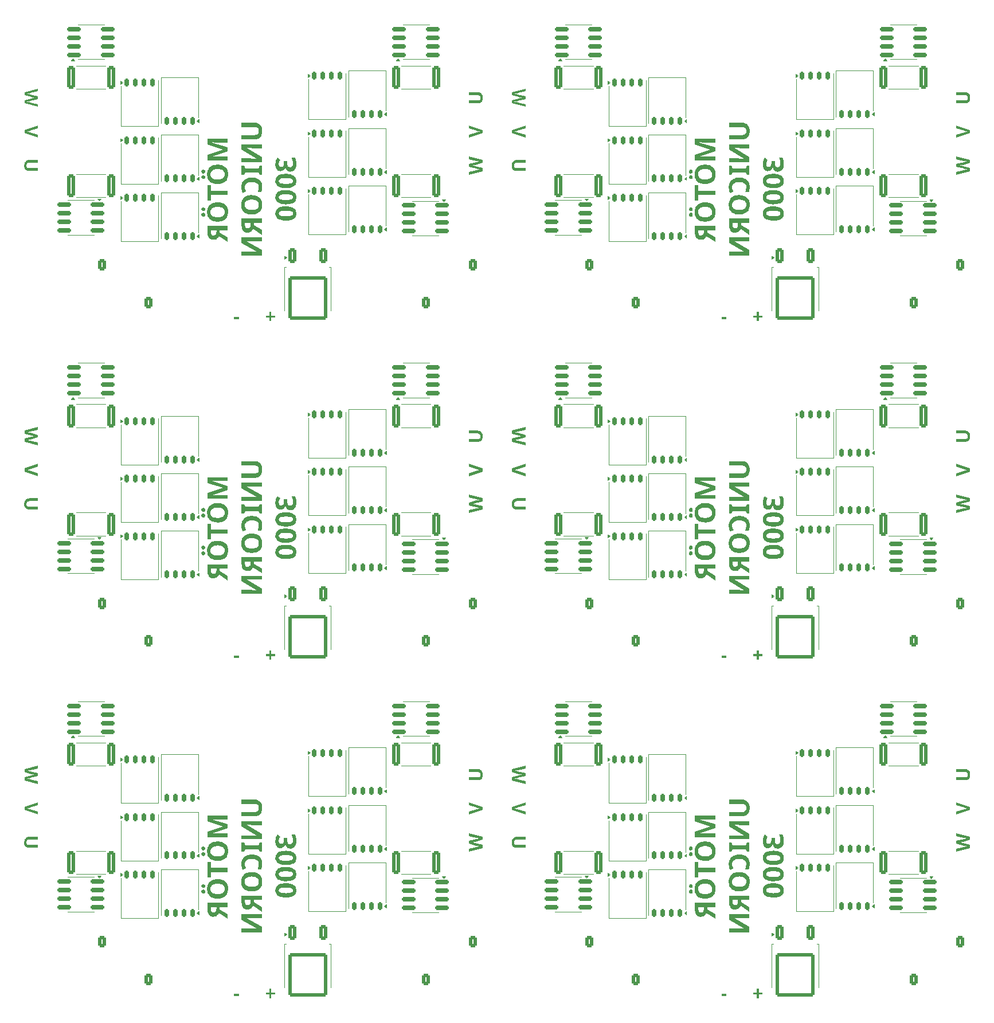
<source format=gbr>
%TF.GenerationSoftware,KiCad,Pcbnew,8.0.2*%
%TF.CreationDate,2024-05-05T15:06:13+02:00*%
%TF.ProjectId,panelized,70616e65-6c69-47a6-9564-2e6b69636164,rev?*%
%TF.SameCoordinates,Original*%
%TF.FileFunction,Legend,Bot*%
%TF.FilePolarity,Positive*%
%FSLAX46Y46*%
G04 Gerber Fmt 4.6, Leading zero omitted, Abs format (unit mm)*
G04 Created by KiCad (PCBNEW 8.0.2) date 2024-05-05 15:06:13*
%MOMM*%
%LPD*%
G01*
G04 APERTURE LIST*
G04 Aperture macros list*
%AMRoundRect*
0 Rectangle with rounded corners*
0 $1 Rounding radius*
0 $2 $3 $4 $5 $6 $7 $8 $9 X,Y pos of 4 corners*
0 Add a 4 corners polygon primitive as box body*
4,1,4,$2,$3,$4,$5,$6,$7,$8,$9,$2,$3,0*
0 Add four circle primitives for the rounded corners*
1,1,$1+$1,$2,$3*
1,1,$1+$1,$4,$5*
1,1,$1+$1,$6,$7*
1,1,$1+$1,$8,$9*
0 Add four rect primitives between the rounded corners*
20,1,$1+$1,$2,$3,$4,$5,0*
20,1,$1+$1,$4,$5,$6,$7,0*
20,1,$1+$1,$6,$7,$8,$9,0*
20,1,$1+$1,$8,$9,$2,$3,0*%
%AMFreePoly0*
4,1,9,2.350000,2.000000,2.100000,2.000000,2.100000,-1.100000,-2.100000,-1.100000,-2.100000,2.000000,-2.350000,2.000000,-2.350000,3.500000,2.350000,3.500000,2.350000,2.000000,2.350000,2.000000,$1*%
G04 Aperture macros list end*
%ADD10C,0.152400*%
%ADD11C,0.120000*%
%ADD12R,0.350000X1.000000*%
%ADD13RoundRect,0.250000X-0.350000X0.850000X-0.350000X-0.850000X0.350000X-0.850000X0.350000X0.850000X0*%
%ADD14RoundRect,0.249997X-2.650003X2.950003X-2.650003X-2.950003X2.650003X-2.950003X2.650003X2.950003X0*%
%ADD15RoundRect,0.175000X-0.175000X-0.400000X0.175000X-0.400000X0.175000X0.400000X-0.175000X0.400000X0*%
%ADD16FreePoly0,0.000000*%
%ADD17RoundRect,0.175000X0.175000X0.400000X-0.175000X0.400000X-0.175000X-0.400000X0.175000X-0.400000X0*%
%ADD18FreePoly0,180.000000*%
%ADD19RoundRect,0.150000X-0.825000X-0.150000X0.825000X-0.150000X0.825000X0.150000X-0.825000X0.150000X0*%
%ADD20RoundRect,0.250000X0.362500X1.425000X-0.362500X1.425000X-0.362500X-1.425000X0.362500X-1.425000X0*%
%ADD21RoundRect,0.250000X-0.362500X-1.425000X0.362500X-1.425000X0.362500X1.425000X-0.362500X1.425000X0*%
%ADD22RoundRect,0.150000X0.825000X0.150000X-0.825000X0.150000X-0.825000X-0.150000X0.825000X-0.150000X0*%
%ADD23C,0.500000*%
%ADD24C,0.650000*%
%ADD25O,1.000000X2.100000*%
%ADD26O,1.000000X1.600000*%
%ADD27RoundRect,0.250000X0.350000X0.625000X-0.350000X0.625000X-0.350000X-0.625000X0.350000X-0.625000X0*%
%ADD28O,1.200000X1.750000*%
%ADD29R,3.000000X3.000000*%
%ADD30C,3.000000*%
%ADD31R,3.960000X1.980000*%
%ADD32O,3.960000X1.980000*%
%ADD33C,3.600000*%
%ADD34C,5.600000*%
G04 APERTURE END LIST*
D10*
G36*
X10171838Y-60145428D02*
G01*
X8171000Y-60654919D01*
X8171000Y-61136566D01*
X9208544Y-61408164D01*
X9299891Y-61429169D01*
X9397527Y-61449868D01*
X9432759Y-61457501D01*
X9532449Y-61477250D01*
X9569535Y-61483879D01*
X9666021Y-61499793D01*
X9670652Y-61500488D01*
X9573567Y-61515335D01*
X9569535Y-61516119D01*
X9473114Y-61535133D01*
X9433736Y-61542986D01*
X9336657Y-61562900D01*
X9300868Y-61570830D01*
X9205613Y-61593300D01*
X8171000Y-61861967D01*
X8171000Y-62343614D01*
X10171838Y-62853105D01*
X10171838Y-62435938D01*
X9075676Y-62180948D01*
X8976320Y-62157887D01*
X8912522Y-62144800D01*
X8814214Y-62125994D01*
X8715662Y-62108652D01*
X8614940Y-62092200D01*
X8550065Y-62083251D01*
X8648297Y-62069627D01*
X8717128Y-62058338D01*
X8818757Y-62039897D01*
X8905683Y-62023167D01*
X9003838Y-62001872D01*
X9047344Y-61990927D01*
X10171838Y-61699301D01*
X10171838Y-61299232D01*
X9047344Y-61008094D01*
X8950715Y-60984647D01*
X8907148Y-60975854D01*
X8806881Y-60956683D01*
X8715662Y-60940683D01*
X8614940Y-60924471D01*
X8550065Y-60915282D01*
X8648297Y-60901658D01*
X8717128Y-60890369D01*
X8814580Y-60872295D01*
X8912522Y-60852267D01*
X9012711Y-60830955D01*
X9075676Y-60817585D01*
X10171838Y-60562595D01*
X10171838Y-60145428D01*
G37*
G36*
X116352011Y-143673265D02*
G01*
X115822981Y-143673265D01*
X115822981Y-143985896D01*
X116352011Y-143985896D01*
X116352011Y-144517369D01*
X116651453Y-144517369D01*
X116651453Y-143985896D01*
X117180971Y-143985896D01*
X117180971Y-143673265D01*
X116651453Y-143673265D01*
X116651453Y-143141793D01*
X116352011Y-143141793D01*
X116352011Y-143673265D01*
G37*
G36*
X111867363Y-44236001D02*
G01*
X111867363Y-43898946D01*
X111133657Y-43898946D01*
X111133657Y-44236001D01*
X111867363Y-44236001D01*
G37*
G36*
X44352011Y-93673265D02*
G01*
X43822981Y-93673265D01*
X43822981Y-93985896D01*
X44352011Y-93985896D01*
X44352011Y-94517369D01*
X44651453Y-94517369D01*
X44651453Y-93985896D01*
X45180971Y-93985896D01*
X45180971Y-93673265D01*
X44651453Y-93673265D01*
X44651453Y-93141793D01*
X44352011Y-93141793D01*
X44352011Y-93673265D01*
G37*
G36*
X38206000Y-118829693D02*
G01*
X35853942Y-118107222D01*
X35853942Y-118090369D01*
X36000512Y-118097717D01*
X36106000Y-118102826D01*
X36257309Y-118110379D01*
X36405847Y-118117142D01*
X36465037Y-118119679D01*
X36614496Y-118125372D01*
X36762198Y-118128257D01*
X36811618Y-118128471D01*
X38206000Y-118128471D01*
X38206000Y-117561339D01*
X35204744Y-117561339D01*
X35204744Y-118426692D01*
X37509176Y-119135973D01*
X37509176Y-119149162D01*
X35204744Y-119900942D01*
X35204744Y-120765561D01*
X38206000Y-120765561D01*
X38206000Y-120173517D01*
X36802825Y-120173517D01*
X36651151Y-120174982D01*
X36501605Y-120178669D01*
X36478959Y-120179379D01*
X36322822Y-120185149D01*
X36173698Y-120190919D01*
X36132379Y-120192568D01*
X35980944Y-120198747D01*
X35885449Y-120202826D01*
X35885449Y-120185973D01*
X38206000Y-119413677D01*
X38206000Y-118829693D01*
G37*
G36*
X36727880Y-121386332D02*
G01*
X36897656Y-121393510D01*
X37059137Y-121411457D01*
X37212323Y-121440170D01*
X37357214Y-121479652D01*
X37515770Y-121539323D01*
X37600721Y-121580333D01*
X37737704Y-121664332D01*
X37859821Y-121763898D01*
X37967071Y-121879033D01*
X38059455Y-122009734D01*
X38082879Y-122050057D01*
X38152964Y-122201646D01*
X38198301Y-122344528D01*
X38230037Y-122499363D01*
X38248172Y-122666150D01*
X38252895Y-122814270D01*
X38252706Y-122844827D01*
X38243639Y-123020922D01*
X38220970Y-123184601D01*
X38184700Y-123335864D01*
X38134829Y-123474710D01*
X38059455Y-123621004D01*
X38008519Y-123697243D01*
X37907865Y-123818483D01*
X37792556Y-123924225D01*
X37662590Y-124014470D01*
X37517968Y-124089218D01*
X37496144Y-124098640D01*
X37336801Y-124156217D01*
X37191068Y-124193904D01*
X37036886Y-124220823D01*
X36874255Y-124236974D01*
X36703174Y-124242358D01*
X36674074Y-124242209D01*
X36504402Y-124235030D01*
X36343178Y-124217084D01*
X36190405Y-124188370D01*
X36046080Y-124148889D01*
X35888380Y-124089218D01*
X35803990Y-124048403D01*
X35668044Y-123964799D01*
X35547035Y-123865699D01*
X35440961Y-123751100D01*
X35349825Y-123621004D01*
X35326578Y-123580948D01*
X35257024Y-123430155D01*
X35212030Y-123287788D01*
X35180534Y-123133314D01*
X35162537Y-122966733D01*
X35157850Y-122818667D01*
X35663432Y-122818667D01*
X35663703Y-122843633D01*
X35680743Y-123006016D01*
X35732675Y-123165064D01*
X35819229Y-123295810D01*
X35940404Y-123398255D01*
X35957876Y-123409119D01*
X36091804Y-123475512D01*
X36246068Y-123525005D01*
X36394479Y-123553976D01*
X36557832Y-123570531D01*
X36705372Y-123574843D01*
X36879785Y-123568634D01*
X37039771Y-123550010D01*
X37185333Y-123518969D01*
X37336921Y-123467062D01*
X37468876Y-123398255D01*
X37502593Y-123375280D01*
X37615708Y-123265348D01*
X37694018Y-123126564D01*
X37733989Y-122981462D01*
X37747312Y-122814270D01*
X37747041Y-122789570D01*
X37729910Y-122628569D01*
X37677703Y-122470071D01*
X37590692Y-122338775D01*
X37468876Y-122234682D01*
X37336921Y-122164447D01*
X37185333Y-122111463D01*
X37039771Y-122079779D01*
X36879785Y-122060768D01*
X36705372Y-122054431D01*
X36529569Y-122060768D01*
X36368707Y-122079779D01*
X36222785Y-122111463D01*
X36071426Y-122164447D01*
X35940404Y-122234682D01*
X35906864Y-122258172D01*
X35794345Y-122369478D01*
X35716447Y-122508536D01*
X35676686Y-122652978D01*
X35663432Y-122818667D01*
X35157850Y-122818667D01*
X35158037Y-122788108D01*
X35167036Y-122611910D01*
X35189533Y-122447973D01*
X35225528Y-122296299D01*
X35275022Y-122156885D01*
X35349825Y-122009734D01*
X35400039Y-121933141D01*
X35499486Y-121811335D01*
X35613658Y-121705097D01*
X35742557Y-121614426D01*
X35886182Y-121539323D01*
X35907871Y-121529901D01*
X36066387Y-121472324D01*
X36211579Y-121434637D01*
X36365375Y-121407718D01*
X36527775Y-121391566D01*
X36698778Y-121386182D01*
X36727880Y-121386332D01*
G37*
G36*
X34678614Y-122944793D02*
G01*
X34807606Y-123020167D01*
X34846819Y-123082514D01*
X34876482Y-123226064D01*
X34869756Y-123296646D01*
X34807606Y-123429762D01*
X34745747Y-123482450D01*
X34597312Y-123516224D01*
X34511589Y-123507781D01*
X34380425Y-123429762D01*
X34345262Y-123373033D01*
X34313746Y-123226064D01*
X34319021Y-123160601D01*
X34380425Y-123020167D01*
X34448387Y-122966084D01*
X34597312Y-122936636D01*
X34678614Y-122944793D01*
G37*
G36*
X34678614Y-122117543D02*
G01*
X34807606Y-122192917D01*
X34843927Y-122248801D01*
X34876482Y-122394417D01*
X34869756Y-122464999D01*
X34807606Y-122598115D01*
X34745747Y-122650803D01*
X34597312Y-122684577D01*
X34511589Y-122676134D01*
X34380425Y-122598115D01*
X34345262Y-122541386D01*
X34313746Y-122394417D01*
X34319021Y-122331080D01*
X34380425Y-122192917D01*
X34448387Y-122138833D01*
X34597312Y-122109385D01*
X34678614Y-122117543D01*
G37*
G36*
X38206000Y-125890997D02*
G01*
X38206000Y-125257187D01*
X35710327Y-125257187D01*
X35710327Y-124442393D01*
X35204744Y-124442393D01*
X35204744Y-126705792D01*
X35710327Y-126705792D01*
X35710327Y-125890997D01*
X38206000Y-125890997D01*
G37*
G36*
X36727880Y-126949207D02*
G01*
X36897656Y-126956386D01*
X37059137Y-126974332D01*
X37212323Y-127003045D01*
X37357214Y-127042527D01*
X37515770Y-127102198D01*
X37600721Y-127143208D01*
X37737704Y-127227207D01*
X37859821Y-127326773D01*
X37967071Y-127441908D01*
X38059455Y-127572609D01*
X38082879Y-127612932D01*
X38152964Y-127764521D01*
X38198301Y-127907403D01*
X38230037Y-128062238D01*
X38248172Y-128229025D01*
X38252895Y-128377145D01*
X38252706Y-128407702D01*
X38243639Y-128583797D01*
X38220970Y-128747476D01*
X38184700Y-128898739D01*
X38134829Y-129037585D01*
X38059455Y-129183880D01*
X38008519Y-129260118D01*
X37907865Y-129381358D01*
X37792556Y-129487100D01*
X37662590Y-129577345D01*
X37517968Y-129652093D01*
X37496144Y-129661515D01*
X37336801Y-129719092D01*
X37191068Y-129756779D01*
X37036886Y-129783698D01*
X36874255Y-129799850D01*
X36703174Y-129805233D01*
X36674074Y-129805084D01*
X36504402Y-129797905D01*
X36343178Y-129779959D01*
X36190405Y-129751245D01*
X36046080Y-129711764D01*
X35888380Y-129652093D01*
X35803990Y-129611278D01*
X35668044Y-129527674D01*
X35547035Y-129428574D01*
X35440961Y-129313975D01*
X35349825Y-129183880D01*
X35326578Y-129143823D01*
X35257024Y-128993030D01*
X35212030Y-128850663D01*
X35180534Y-128696189D01*
X35162537Y-128529608D01*
X35157850Y-128381542D01*
X35663432Y-128381542D01*
X35663703Y-128406508D01*
X35680743Y-128568891D01*
X35732675Y-128727939D01*
X35819229Y-128858685D01*
X35940404Y-128961130D01*
X35957876Y-128971994D01*
X36091804Y-129038387D01*
X36246068Y-129087880D01*
X36394479Y-129116851D01*
X36557832Y-129133406D01*
X36705372Y-129137718D01*
X36879785Y-129131509D01*
X37039771Y-129112885D01*
X37185333Y-129081844D01*
X37336921Y-129029937D01*
X37468876Y-128961130D01*
X37502593Y-128938155D01*
X37615708Y-128828223D01*
X37694018Y-128689439D01*
X37733989Y-128544337D01*
X37747312Y-128377145D01*
X37747041Y-128352445D01*
X37729910Y-128191445D01*
X37677703Y-128032946D01*
X37590692Y-127901650D01*
X37468876Y-127797557D01*
X37336921Y-127727323D01*
X37185333Y-127674339D01*
X37039771Y-127642654D01*
X36879785Y-127623643D01*
X36705372Y-127617306D01*
X36529569Y-127623643D01*
X36368707Y-127642654D01*
X36222785Y-127674339D01*
X36071426Y-127727323D01*
X35940404Y-127797557D01*
X35906864Y-127821047D01*
X35794345Y-127932353D01*
X35716447Y-128071412D01*
X35676686Y-128215853D01*
X35663432Y-128381542D01*
X35157850Y-128381542D01*
X35158037Y-128350983D01*
X35167036Y-128174785D01*
X35189533Y-128010848D01*
X35225528Y-127859174D01*
X35275022Y-127719761D01*
X35349825Y-127572609D01*
X35400039Y-127496016D01*
X35499486Y-127374210D01*
X35613658Y-127267972D01*
X35742557Y-127177301D01*
X35886182Y-127102198D01*
X35907871Y-127092776D01*
X36066387Y-127035199D01*
X36211579Y-126997512D01*
X36365375Y-126970593D01*
X36527775Y-126954441D01*
X36698778Y-126949058D01*
X36727880Y-126949207D01*
G37*
G36*
X34678614Y-128507668D02*
G01*
X34807606Y-128583042D01*
X34846819Y-128645389D01*
X34876482Y-128788939D01*
X34869756Y-128859521D01*
X34807606Y-128992637D01*
X34745747Y-129045325D01*
X34597312Y-129079099D01*
X34511589Y-129070656D01*
X34380425Y-128992637D01*
X34345262Y-128935908D01*
X34313746Y-128788939D01*
X34319021Y-128723476D01*
X34380425Y-128583042D01*
X34448387Y-128528959D01*
X34597312Y-128499511D01*
X34678614Y-128507668D01*
G37*
G36*
X34678614Y-127680418D02*
G01*
X34807606Y-127755792D01*
X34843927Y-127811676D01*
X34876482Y-127957292D01*
X34869756Y-128027874D01*
X34807606Y-128160991D01*
X34745747Y-128213678D01*
X34597312Y-128247452D01*
X34511589Y-128239009D01*
X34380425Y-128160991D01*
X34345262Y-128104261D01*
X34313746Y-127957292D01*
X34319021Y-127893955D01*
X34380425Y-127755792D01*
X34448387Y-127701709D01*
X34597312Y-127672261D01*
X34678614Y-127680418D01*
G37*
G36*
X38206000Y-131058932D02*
G01*
X37033635Y-131058932D01*
X37033635Y-131399651D01*
X38206000Y-132113328D01*
X38206000Y-132818946D01*
X36882693Y-131936741D01*
X36874203Y-131955076D01*
X36800680Y-132087847D01*
X36709769Y-132212247D01*
X36696311Y-132228078D01*
X36584062Y-132334219D01*
X36451848Y-132418143D01*
X36402969Y-132440519D01*
X36252782Y-132482994D01*
X36095742Y-132495813D01*
X35960749Y-132488675D01*
X35813539Y-132461266D01*
X35662176Y-132403308D01*
X35532761Y-132317371D01*
X35425296Y-132203454D01*
X35350343Y-132082786D01*
X35290897Y-131939500D01*
X35246959Y-131773597D01*
X35222190Y-131618067D01*
X35208191Y-131446832D01*
X35204744Y-131298534D01*
X35204744Y-131252372D01*
X35710327Y-131252372D01*
X35717572Y-131414029D01*
X35742617Y-131562922D01*
X35801918Y-131708129D01*
X35826590Y-131742133D01*
X35953984Y-131829266D01*
X36108931Y-131853210D01*
X36146923Y-131852005D01*
X36300716Y-131814539D01*
X36422539Y-131716189D01*
X36490855Y-131575949D01*
X36519706Y-131427915D01*
X36528052Y-131264829D01*
X36528052Y-131058932D01*
X35710327Y-131058932D01*
X35710327Y-131252372D01*
X35204744Y-131252372D01*
X35204744Y-130425122D01*
X38206000Y-130425122D01*
X38206000Y-131058932D01*
G37*
G36*
X42190138Y-117649267D02*
G01*
X42342041Y-117640750D01*
X42486343Y-117615196D01*
X42639596Y-117566084D01*
X42752140Y-117512980D01*
X42884753Y-117425306D01*
X43000673Y-117315607D01*
X43099900Y-117183883D01*
X43147814Y-117101187D01*
X43211286Y-116954687D01*
X43251949Y-116811548D01*
X43278726Y-116654454D01*
X43291619Y-116483405D01*
X43292894Y-116405827D01*
X43285452Y-116226609D01*
X43263127Y-116061273D01*
X43225918Y-115909819D01*
X43173826Y-115772246D01*
X43091669Y-115625483D01*
X42988079Y-115498709D01*
X42866621Y-115393128D01*
X42731407Y-115309390D01*
X42582437Y-115247498D01*
X42419711Y-115207450D01*
X42273598Y-115190763D01*
X42181345Y-115188032D01*
X40244744Y-115188032D01*
X40244744Y-115822575D01*
X42105874Y-115822575D01*
X42259381Y-115829798D01*
X42408801Y-115855741D01*
X42556548Y-115914703D01*
X42634171Y-115973517D01*
X42721359Y-116094693D01*
X42769216Y-116235056D01*
X42786713Y-116385978D01*
X42787311Y-116422680D01*
X42774212Y-116584343D01*
X42728932Y-116732291D01*
X42641768Y-116856521D01*
X42621715Y-116874773D01*
X42485198Y-116954870D01*
X42340530Y-116995674D01*
X42187024Y-117013259D01*
X42101478Y-117015457D01*
X40244744Y-117015457D01*
X40244744Y-117649267D01*
X42190138Y-117649267D01*
G37*
G36*
X43246000Y-121041801D02*
G01*
X43246000Y-120235799D01*
X41005317Y-118929344D01*
X41005317Y-118912491D01*
X41164136Y-118919292D01*
X41322954Y-118926505D01*
X41428834Y-118931542D01*
X41587206Y-118939030D01*
X41745785Y-118946105D01*
X41851618Y-118950593D01*
X43246000Y-118950593D01*
X43246000Y-118383461D01*
X40244744Y-118383461D01*
X40244744Y-119185799D01*
X42503013Y-120487858D01*
X42503013Y-120500314D01*
X42345362Y-120496399D01*
X42188947Y-120491247D01*
X42085357Y-120487125D01*
X41929940Y-120481080D01*
X41774727Y-120475035D01*
X41671367Y-120471005D01*
X40244744Y-120471005D01*
X40244744Y-121041801D01*
X43246000Y-121041801D01*
G37*
G36*
X43246000Y-122919051D02*
G01*
X43246000Y-121553978D01*
X42889161Y-121553978D01*
X42723564Y-121919609D01*
X40806014Y-121919609D01*
X40638952Y-121553978D01*
X40244744Y-121553978D01*
X40244744Y-122919051D01*
X40638952Y-122919051D01*
X40806014Y-122554152D01*
X42723564Y-122554152D01*
X42889161Y-122919051D01*
X43246000Y-122919051D01*
G37*
G36*
X40703432Y-124703245D02*
G01*
X40716896Y-124551521D01*
X40765256Y-124398301D01*
X40848787Y-124266604D01*
X40967490Y-124156431D01*
X40984800Y-124144173D01*
X41117536Y-124069085D01*
X41270187Y-124012440D01*
X41416881Y-123978565D01*
X41578207Y-123958241D01*
X41754165Y-123951466D01*
X41902618Y-123955813D01*
X42066450Y-123972505D01*
X42214673Y-124001717D01*
X42367870Y-124051620D01*
X42499819Y-124118564D01*
X42516935Y-124129519D01*
X42635224Y-124232421D01*
X42719717Y-124362343D01*
X42770413Y-124519284D01*
X42787047Y-124678772D01*
X42787311Y-124703245D01*
X42780298Y-124852909D01*
X42759256Y-125001846D01*
X42744813Y-125070342D01*
X42704125Y-125224257D01*
X42656693Y-125375348D01*
X42624646Y-125467481D01*
X43145616Y-125467481D01*
X43196655Y-125319722D01*
X43236566Y-125173199D01*
X43256990Y-125076204D01*
X43278869Y-124925079D01*
X43290054Y-124774961D01*
X43292894Y-124643894D01*
X43286145Y-124476454D01*
X43265898Y-124320349D01*
X43232152Y-124175578D01*
X43175722Y-124021003D01*
X43100919Y-123881856D01*
X43009497Y-123757962D01*
X42903208Y-123649144D01*
X42782054Y-123555402D01*
X42646032Y-123476738D01*
X42561631Y-123438556D01*
X42403821Y-123382882D01*
X42259737Y-123346045D01*
X42107513Y-123319255D01*
X41947149Y-123302511D01*
X41778644Y-123295813D01*
X41749769Y-123295674D01*
X41582595Y-123301444D01*
X41422892Y-123318755D01*
X41270659Y-123347606D01*
X41125896Y-123387997D01*
X40988604Y-123439930D01*
X40944500Y-123459805D01*
X40798561Y-123538730D01*
X40667208Y-123631890D01*
X40550441Y-123739286D01*
X40448260Y-123860916D01*
X40396419Y-123936811D01*
X40319047Y-124080426D01*
X40260678Y-124237505D01*
X40225774Y-124382860D01*
X40204831Y-124538106D01*
X40197850Y-124703245D01*
X40204430Y-124856228D01*
X40224171Y-125009903D01*
X40253537Y-125150210D01*
X40295994Y-125302610D01*
X40347802Y-125450508D01*
X40403014Y-125581054D01*
X40924716Y-125375157D01*
X40855954Y-125238340D01*
X40794932Y-125100556D01*
X40769378Y-125036637D01*
X40724298Y-124889155D01*
X40704012Y-124733940D01*
X40703432Y-124703245D01*
G37*
G36*
X41767880Y-125886751D02*
G01*
X41937656Y-125893930D01*
X42099136Y-125911876D01*
X42252322Y-125940590D01*
X42397213Y-125980071D01*
X42555769Y-126039742D01*
X42640720Y-126080752D01*
X42777703Y-126164751D01*
X42899820Y-126264318D01*
X43007070Y-126379452D01*
X43099454Y-126510154D01*
X43122878Y-126550477D01*
X43192963Y-126702066D01*
X43238300Y-126844948D01*
X43270036Y-126999782D01*
X43288171Y-127166570D01*
X43292894Y-127314690D01*
X43292705Y-127345246D01*
X43283638Y-127521341D01*
X43260969Y-127685020D01*
X43224699Y-127836283D01*
X43174828Y-127975129D01*
X43099454Y-128121424D01*
X43048518Y-128197662D01*
X42947864Y-128318902D01*
X42832555Y-128424645D01*
X42702589Y-128514890D01*
X42557967Y-128589637D01*
X42536143Y-128599059D01*
X42376800Y-128656636D01*
X42231067Y-128694323D01*
X42076885Y-128721242D01*
X41914255Y-128737394D01*
X41743174Y-128742778D01*
X41714074Y-128742628D01*
X41544402Y-128735450D01*
X41383178Y-128717503D01*
X41230405Y-128688790D01*
X41086080Y-128649308D01*
X40928380Y-128589637D01*
X40843990Y-128548822D01*
X40708044Y-128465219D01*
X40587035Y-128366118D01*
X40480961Y-128251520D01*
X40389825Y-128121424D01*
X40366578Y-128081367D01*
X40297024Y-127930574D01*
X40252030Y-127788208D01*
X40220534Y-127633734D01*
X40202537Y-127467152D01*
X40197850Y-127319086D01*
X40703432Y-127319086D01*
X40703703Y-127344052D01*
X40720743Y-127506436D01*
X40772675Y-127665483D01*
X40859229Y-127796230D01*
X40980404Y-127898674D01*
X40997876Y-127909539D01*
X41131804Y-127975931D01*
X41286068Y-128025424D01*
X41434479Y-128054396D01*
X41597832Y-128070951D01*
X41745372Y-128075262D01*
X41919785Y-128069054D01*
X42079770Y-128050429D01*
X42225332Y-128019388D01*
X42376920Y-127967481D01*
X42508875Y-127898674D01*
X42542592Y-127875699D01*
X42655707Y-127765767D01*
X42734017Y-127626984D01*
X42773988Y-127481881D01*
X42787311Y-127314690D01*
X42787040Y-127289989D01*
X42769909Y-127128989D01*
X42717702Y-126970490D01*
X42630691Y-126839195D01*
X42508875Y-126735101D01*
X42376920Y-126664867D01*
X42225332Y-126611883D01*
X42079770Y-126580198D01*
X41919785Y-126561187D01*
X41745372Y-126554850D01*
X41569569Y-126561187D01*
X41408707Y-126580198D01*
X41262785Y-126611883D01*
X41111426Y-126664867D01*
X40980404Y-126735101D01*
X40946864Y-126758592D01*
X40834345Y-126869898D01*
X40756447Y-127008956D01*
X40716686Y-127153397D01*
X40703432Y-127319086D01*
X40197850Y-127319086D01*
X40198037Y-127288528D01*
X40207036Y-127112329D01*
X40229533Y-126948393D01*
X40265528Y-126796718D01*
X40315022Y-126657305D01*
X40389825Y-126510154D01*
X40440039Y-126433561D01*
X40539486Y-126311755D01*
X40653658Y-126205516D01*
X40782557Y-126114845D01*
X40926182Y-126039742D01*
X40947871Y-126030320D01*
X41106387Y-125972743D01*
X41251579Y-125935056D01*
X41405375Y-125908137D01*
X41567775Y-125891986D01*
X41738778Y-125886602D01*
X41767880Y-125886751D01*
G37*
G36*
X43246000Y-129996476D02*
G01*
X42073634Y-129996476D01*
X42073634Y-130337195D01*
X43246000Y-131050872D01*
X43246000Y-131756490D01*
X41922693Y-130874285D01*
X41914203Y-130892620D01*
X41840680Y-131025392D01*
X41749769Y-131149791D01*
X41736311Y-131165622D01*
X41624062Y-131271764D01*
X41491848Y-131355688D01*
X41442969Y-131378063D01*
X41292782Y-131420538D01*
X41135742Y-131433357D01*
X41000749Y-131426219D01*
X40853539Y-131398811D01*
X40702176Y-131340853D01*
X40572761Y-131254915D01*
X40465296Y-131140998D01*
X40390343Y-131020330D01*
X40330897Y-130877044D01*
X40286959Y-130711141D01*
X40262190Y-130555612D01*
X40248191Y-130384376D01*
X40244744Y-130236078D01*
X40244744Y-130189916D01*
X40750327Y-130189916D01*
X40757572Y-130351573D01*
X40782617Y-130500466D01*
X40841918Y-130645674D01*
X40866590Y-130679677D01*
X40993984Y-130766810D01*
X41148931Y-130790754D01*
X41186923Y-130789550D01*
X41340716Y-130752083D01*
X41462539Y-130653734D01*
X41530855Y-130513493D01*
X41559706Y-130365459D01*
X41568052Y-130202373D01*
X41568052Y-129996476D01*
X40750327Y-129996476D01*
X40750327Y-130189916D01*
X40244744Y-130189916D01*
X40244744Y-129362666D01*
X43246000Y-129362666D01*
X43246000Y-129996476D01*
G37*
G36*
X43246000Y-134790719D02*
G01*
X43246000Y-133984718D01*
X41005317Y-132678263D01*
X41005317Y-132661410D01*
X41164136Y-132668210D01*
X41322954Y-132675423D01*
X41428834Y-132680461D01*
X41587206Y-132687948D01*
X41745785Y-132695024D01*
X41851618Y-132699512D01*
X43246000Y-132699512D01*
X43246000Y-132132380D01*
X40244744Y-132132380D01*
X40244744Y-132934718D01*
X42503013Y-134236776D01*
X42503013Y-134249233D01*
X42345362Y-134245317D01*
X42188947Y-134240165D01*
X42085357Y-134236043D01*
X41929940Y-134229998D01*
X41774727Y-134223953D01*
X41671367Y-134219923D01*
X40244744Y-134219923D01*
X40244744Y-134790719D01*
X43246000Y-134790719D01*
G37*
G36*
X45961052Y-122345324D02*
G01*
X46110620Y-122333647D01*
X46259835Y-122292592D01*
X46388879Y-122221977D01*
X46463704Y-122158479D01*
X46559415Y-122046539D01*
X46636347Y-121920920D01*
X46694500Y-121781623D01*
X46718693Y-121698325D01*
X46731150Y-121698325D01*
X46755838Y-121848021D01*
X46799768Y-121998665D01*
X46869223Y-122142084D01*
X46948770Y-122246406D01*
X47070486Y-122344938D01*
X47215815Y-122406977D01*
X47366801Y-122431610D01*
X47421380Y-122433252D01*
X47578416Y-122420730D01*
X47725290Y-122383163D01*
X47862004Y-122320552D01*
X47888128Y-122305024D01*
X48008756Y-122211745D01*
X48112354Y-122091274D01*
X48191032Y-121959601D01*
X48214192Y-121910816D01*
X48266124Y-121767889D01*
X48303219Y-121605818D01*
X48323505Y-121448304D01*
X48331851Y-121301626D01*
X48332894Y-121224250D01*
X48328923Y-121074645D01*
X48313673Y-120902156D01*
X48286986Y-120737344D01*
X48248861Y-120580208D01*
X48199299Y-120430748D01*
X48170228Y-120358897D01*
X47635337Y-120358897D01*
X47694535Y-120493635D01*
X47743171Y-120632875D01*
X47778219Y-120763363D01*
X47808135Y-120918301D01*
X47824243Y-121064378D01*
X47827311Y-121156839D01*
X47820122Y-121314101D01*
X47794845Y-121460585D01*
X47732832Y-121605768D01*
X47712273Y-121633112D01*
X47593522Y-121726778D01*
X47450854Y-121766787D01*
X47387674Y-121770132D01*
X47242832Y-121742994D01*
X47180312Y-121707118D01*
X47087387Y-121583704D01*
X47052817Y-121486567D01*
X47024827Y-121338131D01*
X47012288Y-121180607D01*
X47009586Y-121047662D01*
X47009586Y-120820516D01*
X46504004Y-120820516D01*
X46504004Y-121052059D01*
X46498780Y-121212214D01*
X46480968Y-121358467D01*
X46450515Y-121473377D01*
X46377459Y-121607381D01*
X46303969Y-121671214D01*
X46163863Y-121718819D01*
X46091478Y-121723971D01*
X45945848Y-121699241D01*
X45835755Y-121625052D01*
X45766512Y-121493161D01*
X45744243Y-121337442D01*
X45743431Y-121295324D01*
X45754148Y-121142791D01*
X45789943Y-120995453D01*
X45819635Y-120923831D01*
X45889906Y-120786766D01*
X45968379Y-120657118D01*
X45530940Y-120363294D01*
X45449734Y-120491467D01*
X45378398Y-120634186D01*
X45322113Y-120776553D01*
X45277677Y-120933731D01*
X45251756Y-121090243D01*
X45239906Y-121241334D01*
X45237849Y-121341486D01*
X45244521Y-121508119D01*
X45264536Y-121661254D01*
X45304752Y-121822850D01*
X45363131Y-121966074D01*
X45427625Y-122074215D01*
X45531856Y-122192825D01*
X45655504Y-122277547D01*
X45798569Y-122328380D01*
X45961052Y-122345324D01*
G37*
G36*
X46832510Y-122750769D02*
G01*
X47006161Y-122756677D01*
X47170035Y-122770462D01*
X47324131Y-122792123D01*
X47468450Y-122821661D01*
X47635099Y-122869660D01*
X47786471Y-122929967D01*
X47922566Y-123002582D01*
X48018737Y-123070130D01*
X48138950Y-123188455D01*
X48230312Y-123327181D01*
X48292823Y-123486309D01*
X48322876Y-123634500D01*
X48332894Y-123796860D01*
X48332713Y-123820840D01*
X48321308Y-123980088D01*
X48286549Y-124143623D01*
X48228618Y-124287467D01*
X48147514Y-124411619D01*
X48135772Y-124425829D01*
X48030602Y-124530598D01*
X47905466Y-124619521D01*
X47760363Y-124692600D01*
X47617018Y-124743545D01*
X47573335Y-124756056D01*
X47411879Y-124793487D01*
X47262883Y-124817701D01*
X47104098Y-124834652D01*
X46935525Y-124844337D01*
X46787570Y-124846860D01*
X46742091Y-124846609D01*
X46566517Y-124840599D01*
X46401086Y-124826574D01*
X46245799Y-124804535D01*
X46100656Y-124774481D01*
X45933492Y-124725645D01*
X45782177Y-124664286D01*
X45646711Y-124590405D01*
X45550884Y-124521906D01*
X45431100Y-124402715D01*
X45340064Y-124263791D01*
X45277777Y-124105135D01*
X45247831Y-123957849D01*
X45237849Y-123796860D01*
X45743431Y-123796860D01*
X45769120Y-123929910D01*
X45867763Y-124052734D01*
X46006481Y-124124389D01*
X46153943Y-124164781D01*
X46309118Y-124190657D01*
X46461548Y-124205804D01*
X46631908Y-124214459D01*
X46787570Y-124216713D01*
X46944198Y-124214459D01*
X47115244Y-124205804D01*
X47267846Y-124190657D01*
X47422571Y-124164781D01*
X47568658Y-124124389D01*
X47693691Y-124061155D01*
X47796748Y-123941680D01*
X47827311Y-123796860D01*
X47801838Y-123661849D01*
X47704018Y-123538750D01*
X47566460Y-123468597D01*
X47419960Y-123430129D01*
X47265401Y-123405485D01*
X47113331Y-123391060D01*
X46943178Y-123382816D01*
X46787570Y-123380670D01*
X46631908Y-123382816D01*
X46461548Y-123391060D01*
X46309118Y-123405485D01*
X46153943Y-123430129D01*
X46006481Y-123468597D01*
X45879323Y-123530408D01*
X45774514Y-123649969D01*
X45743431Y-123796860D01*
X45237849Y-123796860D01*
X45238030Y-123773102D01*
X45249435Y-123615051D01*
X45284194Y-123452111D01*
X45342125Y-123308038D01*
X45423229Y-123182833D01*
X45434971Y-123168534D01*
X45540141Y-123063262D01*
X45665277Y-122974201D01*
X45810380Y-122901352D01*
X45953725Y-122850907D01*
X45997425Y-122838751D01*
X46159212Y-122802382D01*
X46308826Y-122778854D01*
X46468538Y-122762385D01*
X46638348Y-122752974D01*
X46787570Y-122750523D01*
X46832510Y-122750769D01*
G37*
G36*
X46832510Y-125151188D02*
G01*
X47006161Y-125157096D01*
X47170035Y-125170880D01*
X47324131Y-125192542D01*
X47468450Y-125222080D01*
X47635099Y-125270079D01*
X47786471Y-125330386D01*
X47922566Y-125403001D01*
X48018737Y-125470549D01*
X48138950Y-125588873D01*
X48230312Y-125727599D01*
X48292823Y-125886727D01*
X48322876Y-126034919D01*
X48332894Y-126197278D01*
X48332713Y-126221259D01*
X48321308Y-126380506D01*
X48286549Y-126544042D01*
X48228618Y-126687886D01*
X48147514Y-126812038D01*
X48135772Y-126826248D01*
X48030602Y-126931017D01*
X47905466Y-127019940D01*
X47760363Y-127093018D01*
X47617018Y-127143964D01*
X47573335Y-127156474D01*
X47411879Y-127193906D01*
X47262883Y-127218120D01*
X47104098Y-127235070D01*
X46935525Y-127244756D01*
X46787570Y-127247278D01*
X46742091Y-127247028D01*
X46566517Y-127241017D01*
X46401086Y-127226992D01*
X46245799Y-127204953D01*
X46100656Y-127174900D01*
X45933492Y-127126063D01*
X45782177Y-127064704D01*
X45646711Y-126990823D01*
X45550884Y-126922325D01*
X45431100Y-126803133D01*
X45340064Y-126664210D01*
X45277777Y-126505554D01*
X45247831Y-126358268D01*
X45237849Y-126197278D01*
X45743431Y-126197278D01*
X45769120Y-126330329D01*
X45867763Y-126453152D01*
X46006481Y-126524808D01*
X46153943Y-126565200D01*
X46309118Y-126591076D01*
X46461548Y-126606222D01*
X46631908Y-126614878D01*
X46787570Y-126617132D01*
X46944198Y-126614878D01*
X47115244Y-126606222D01*
X47267846Y-126591076D01*
X47422571Y-126565200D01*
X47568658Y-126524808D01*
X47693691Y-126461574D01*
X47796748Y-126342099D01*
X47827311Y-126197278D01*
X47801838Y-126062267D01*
X47704018Y-125939169D01*
X47566460Y-125869016D01*
X47419960Y-125830548D01*
X47265401Y-125805904D01*
X47113331Y-125791478D01*
X46943178Y-125783235D01*
X46787570Y-125781089D01*
X46631908Y-125783235D01*
X46461548Y-125791478D01*
X46309118Y-125805904D01*
X46153943Y-125830548D01*
X46006481Y-125869016D01*
X45879323Y-125930827D01*
X45774514Y-126050388D01*
X45743431Y-126197278D01*
X45237849Y-126197278D01*
X45238030Y-126173520D01*
X45249435Y-126015470D01*
X45284194Y-125852530D01*
X45342125Y-125708457D01*
X45423229Y-125583252D01*
X45434971Y-125568953D01*
X45540141Y-125463680D01*
X45665277Y-125374620D01*
X45810380Y-125301770D01*
X45953725Y-125251326D01*
X45997425Y-125239170D01*
X46159212Y-125202800D01*
X46308826Y-125179273D01*
X46468538Y-125162804D01*
X46638348Y-125153393D01*
X46787570Y-125150942D01*
X46832510Y-125151188D01*
G37*
G36*
X46832510Y-127551607D02*
G01*
X47006161Y-127557514D01*
X47170035Y-127571299D01*
X47324131Y-127592960D01*
X47468450Y-127622498D01*
X47635099Y-127670498D01*
X47786471Y-127730805D01*
X47922566Y-127803419D01*
X48018737Y-127870968D01*
X48138950Y-127989292D01*
X48230312Y-128128018D01*
X48292823Y-128287146D01*
X48322876Y-128435338D01*
X48332894Y-128597697D01*
X48332713Y-128621677D01*
X48321308Y-128780925D01*
X48286549Y-128944461D01*
X48228618Y-129088305D01*
X48147514Y-129212456D01*
X48135772Y-129226667D01*
X48030602Y-129331435D01*
X47905466Y-129420359D01*
X47760363Y-129493437D01*
X47617018Y-129544382D01*
X47573335Y-129556893D01*
X47411879Y-129594324D01*
X47262883Y-129618539D01*
X47104098Y-129635489D01*
X46935525Y-129645175D01*
X46787570Y-129647697D01*
X46742091Y-129647447D01*
X46566517Y-129641436D01*
X46401086Y-129627411D01*
X46245799Y-129605372D01*
X46100656Y-129575319D01*
X45933492Y-129526482D01*
X45782177Y-129465123D01*
X45646711Y-129391242D01*
X45550884Y-129322743D01*
X45431100Y-129203552D01*
X45340064Y-129064628D01*
X45277777Y-128905973D01*
X45247831Y-128758686D01*
X45237849Y-128597697D01*
X45743431Y-128597697D01*
X45769120Y-128730747D01*
X45867763Y-128853571D01*
X46006481Y-128925227D01*
X46153943Y-128965618D01*
X46309118Y-128991494D01*
X46461548Y-129006641D01*
X46631908Y-129015296D01*
X46787570Y-129017550D01*
X46944198Y-129015296D01*
X47115244Y-129006641D01*
X47267846Y-128991494D01*
X47422571Y-128965618D01*
X47568658Y-128925227D01*
X47693691Y-128861992D01*
X47796748Y-128742518D01*
X47827311Y-128597697D01*
X47801838Y-128462686D01*
X47704018Y-128339588D01*
X47566460Y-128269435D01*
X47419960Y-128230966D01*
X47265401Y-128206323D01*
X47113331Y-128191897D01*
X46943178Y-128183654D01*
X46787570Y-128181507D01*
X46631908Y-128183654D01*
X46461548Y-128191897D01*
X46309118Y-128206323D01*
X46153943Y-128230966D01*
X46006481Y-128269435D01*
X45879323Y-128331246D01*
X45774514Y-128450806D01*
X45743431Y-128597697D01*
X45237849Y-128597697D01*
X45238030Y-128573939D01*
X45249435Y-128415889D01*
X45284194Y-128252948D01*
X45342125Y-128108876D01*
X45423229Y-127983671D01*
X45434971Y-127969372D01*
X45540141Y-127864099D01*
X45665277Y-127775038D01*
X45810380Y-127702189D01*
X45953725Y-127651744D01*
X45997425Y-127639589D01*
X46159212Y-127603219D01*
X46308826Y-127579692D01*
X46468538Y-127563222D01*
X46638348Y-127553811D01*
X46787570Y-127551361D01*
X46832510Y-127551607D01*
G37*
G36*
X75127092Y-62320655D02*
G01*
X75228361Y-62314977D01*
X75324562Y-62297941D01*
X75426730Y-62265200D01*
X75501760Y-62229797D01*
X75590168Y-62171348D01*
X75667448Y-62098215D01*
X75733600Y-62010399D01*
X75765542Y-61955268D01*
X75807857Y-61857602D01*
X75834966Y-61762176D01*
X75852817Y-61657446D01*
X75861413Y-61543414D01*
X75862263Y-61491695D01*
X75857301Y-61372217D01*
X75842418Y-61261992D01*
X75817612Y-61161023D01*
X75782884Y-61069308D01*
X75728112Y-60971466D01*
X75659053Y-60886950D01*
X75578080Y-60816562D01*
X75487938Y-60760737D01*
X75388624Y-60719476D01*
X75280140Y-60692777D01*
X75182732Y-60681652D01*
X75121230Y-60679832D01*
X73830162Y-60679832D01*
X73830162Y-61102861D01*
X75070916Y-61102861D01*
X75173254Y-61107676D01*
X75272867Y-61124971D01*
X75371365Y-61164279D01*
X75423114Y-61203489D01*
X75481239Y-61284272D01*
X75513144Y-61377848D01*
X75524809Y-61478462D01*
X75525207Y-61502930D01*
X75516475Y-61610706D01*
X75486288Y-61709338D01*
X75428178Y-61792158D01*
X75414810Y-61804326D01*
X75323799Y-61857724D01*
X75227353Y-61884926D01*
X75125016Y-61896650D01*
X75067985Y-61898115D01*
X73830162Y-61898115D01*
X73830162Y-62320655D01*
X75127092Y-62320655D01*
G37*
G36*
X38206000Y-18829694D02*
G01*
X35853942Y-18107223D01*
X35853942Y-18090370D01*
X36000512Y-18097718D01*
X36106000Y-18102827D01*
X36257309Y-18110380D01*
X36405847Y-18117143D01*
X36465037Y-18119680D01*
X36614496Y-18125373D01*
X36762198Y-18128258D01*
X36811618Y-18128472D01*
X38206000Y-18128472D01*
X38206000Y-17561340D01*
X35204744Y-17561340D01*
X35204744Y-18426693D01*
X37509176Y-19135974D01*
X37509176Y-19149163D01*
X35204744Y-19900943D01*
X35204744Y-20765562D01*
X38206000Y-20765562D01*
X38206000Y-20173518D01*
X36802825Y-20173518D01*
X36651151Y-20174983D01*
X36501605Y-20178670D01*
X36478959Y-20179380D01*
X36322822Y-20185150D01*
X36173698Y-20190920D01*
X36132379Y-20192569D01*
X35980944Y-20198748D01*
X35885449Y-20202827D01*
X35885449Y-20185974D01*
X38206000Y-19413678D01*
X38206000Y-18829694D01*
G37*
G36*
X36727880Y-21386333D02*
G01*
X36897656Y-21393511D01*
X37059137Y-21411458D01*
X37212323Y-21440171D01*
X37357214Y-21479653D01*
X37515770Y-21539324D01*
X37600721Y-21580334D01*
X37737704Y-21664333D01*
X37859821Y-21763899D01*
X37967071Y-21879034D01*
X38059455Y-22009735D01*
X38082879Y-22050058D01*
X38152964Y-22201647D01*
X38198301Y-22344529D01*
X38230037Y-22499364D01*
X38248172Y-22666151D01*
X38252895Y-22814271D01*
X38252706Y-22844828D01*
X38243639Y-23020923D01*
X38220970Y-23184602D01*
X38184700Y-23335865D01*
X38134829Y-23474711D01*
X38059455Y-23621005D01*
X38008519Y-23697244D01*
X37907865Y-23818484D01*
X37792556Y-23924226D01*
X37662590Y-24014471D01*
X37517968Y-24089219D01*
X37496144Y-24098641D01*
X37336801Y-24156218D01*
X37191068Y-24193905D01*
X37036886Y-24220824D01*
X36874255Y-24236975D01*
X36703174Y-24242359D01*
X36674074Y-24242210D01*
X36504402Y-24235031D01*
X36343178Y-24217085D01*
X36190405Y-24188371D01*
X36046080Y-24148890D01*
X35888380Y-24089219D01*
X35803990Y-24048404D01*
X35668044Y-23964800D01*
X35547035Y-23865700D01*
X35440961Y-23751101D01*
X35349825Y-23621005D01*
X35326578Y-23580949D01*
X35257024Y-23430156D01*
X35212030Y-23287789D01*
X35180534Y-23133315D01*
X35162537Y-22966734D01*
X35157850Y-22818668D01*
X35663432Y-22818668D01*
X35663703Y-22843634D01*
X35680743Y-23006017D01*
X35732675Y-23165065D01*
X35819229Y-23295811D01*
X35940404Y-23398256D01*
X35957876Y-23409120D01*
X36091804Y-23475513D01*
X36246068Y-23525006D01*
X36394479Y-23553977D01*
X36557832Y-23570532D01*
X36705372Y-23574844D01*
X36879785Y-23568635D01*
X37039771Y-23550011D01*
X37185333Y-23518970D01*
X37336921Y-23467063D01*
X37468876Y-23398256D01*
X37502593Y-23375281D01*
X37615708Y-23265349D01*
X37694018Y-23126565D01*
X37733989Y-22981463D01*
X37747312Y-22814271D01*
X37747041Y-22789571D01*
X37729910Y-22628570D01*
X37677703Y-22470072D01*
X37590692Y-22338776D01*
X37468876Y-22234683D01*
X37336921Y-22164448D01*
X37185333Y-22111464D01*
X37039771Y-22079780D01*
X36879785Y-22060769D01*
X36705372Y-22054432D01*
X36529569Y-22060769D01*
X36368707Y-22079780D01*
X36222785Y-22111464D01*
X36071426Y-22164448D01*
X35940404Y-22234683D01*
X35906864Y-22258173D01*
X35794345Y-22369479D01*
X35716447Y-22508537D01*
X35676686Y-22652979D01*
X35663432Y-22818668D01*
X35157850Y-22818668D01*
X35158037Y-22788109D01*
X35167036Y-22611911D01*
X35189533Y-22447974D01*
X35225528Y-22296300D01*
X35275022Y-22156886D01*
X35349825Y-22009735D01*
X35400039Y-21933142D01*
X35499486Y-21811336D01*
X35613658Y-21705098D01*
X35742557Y-21614427D01*
X35886182Y-21539324D01*
X35907871Y-21529902D01*
X36066387Y-21472325D01*
X36211579Y-21434638D01*
X36365375Y-21407719D01*
X36527775Y-21391567D01*
X36698778Y-21386183D01*
X36727880Y-21386333D01*
G37*
G36*
X34678614Y-22944794D02*
G01*
X34807606Y-23020168D01*
X34846819Y-23082515D01*
X34876482Y-23226065D01*
X34869756Y-23296647D01*
X34807606Y-23429763D01*
X34745747Y-23482451D01*
X34597312Y-23516225D01*
X34511589Y-23507782D01*
X34380425Y-23429763D01*
X34345262Y-23373034D01*
X34313746Y-23226065D01*
X34319021Y-23160602D01*
X34380425Y-23020168D01*
X34448387Y-22966085D01*
X34597312Y-22936637D01*
X34678614Y-22944794D01*
G37*
G36*
X34678614Y-22117544D02*
G01*
X34807606Y-22192918D01*
X34843927Y-22248802D01*
X34876482Y-22394418D01*
X34869756Y-22465000D01*
X34807606Y-22598116D01*
X34745747Y-22650804D01*
X34597312Y-22684578D01*
X34511589Y-22676135D01*
X34380425Y-22598116D01*
X34345262Y-22541387D01*
X34313746Y-22394418D01*
X34319021Y-22331081D01*
X34380425Y-22192918D01*
X34448387Y-22138834D01*
X34597312Y-22109386D01*
X34678614Y-22117544D01*
G37*
G36*
X38206000Y-25890997D02*
G01*
X38206000Y-25257187D01*
X35710327Y-25257187D01*
X35710327Y-24442394D01*
X35204744Y-24442394D01*
X35204744Y-26705792D01*
X35710327Y-26705792D01*
X35710327Y-25890997D01*
X38206000Y-25890997D01*
G37*
G36*
X36727880Y-26949207D02*
G01*
X36897656Y-26956386D01*
X37059137Y-26974332D01*
X37212323Y-27003045D01*
X37357214Y-27042527D01*
X37515770Y-27102198D01*
X37600721Y-27143208D01*
X37737704Y-27227207D01*
X37859821Y-27326773D01*
X37967071Y-27441908D01*
X38059455Y-27572609D01*
X38082879Y-27612932D01*
X38152964Y-27764521D01*
X38198301Y-27907403D01*
X38230037Y-28062238D01*
X38248172Y-28229025D01*
X38252895Y-28377145D01*
X38252706Y-28407702D01*
X38243639Y-28583797D01*
X38220970Y-28747476D01*
X38184700Y-28898739D01*
X38134829Y-29037585D01*
X38059455Y-29183880D01*
X38008519Y-29260118D01*
X37907865Y-29381358D01*
X37792556Y-29487100D01*
X37662590Y-29577345D01*
X37517968Y-29652093D01*
X37496144Y-29661515D01*
X37336801Y-29719092D01*
X37191068Y-29756779D01*
X37036886Y-29783698D01*
X36874255Y-29799850D01*
X36703174Y-29805233D01*
X36674074Y-29805084D01*
X36504402Y-29797905D01*
X36343178Y-29779959D01*
X36190405Y-29751245D01*
X36046080Y-29711764D01*
X35888380Y-29652093D01*
X35803990Y-29611278D01*
X35668044Y-29527674D01*
X35547035Y-29428574D01*
X35440961Y-29313975D01*
X35349825Y-29183880D01*
X35326578Y-29143823D01*
X35257024Y-28993030D01*
X35212030Y-28850663D01*
X35180534Y-28696189D01*
X35162537Y-28529608D01*
X35157850Y-28381542D01*
X35663432Y-28381542D01*
X35663703Y-28406508D01*
X35680743Y-28568891D01*
X35732675Y-28727939D01*
X35819229Y-28858685D01*
X35940404Y-28961130D01*
X35957876Y-28971994D01*
X36091804Y-29038387D01*
X36246068Y-29087880D01*
X36394479Y-29116851D01*
X36557832Y-29133406D01*
X36705372Y-29137718D01*
X36879785Y-29131509D01*
X37039771Y-29112885D01*
X37185333Y-29081844D01*
X37336921Y-29029937D01*
X37468876Y-28961130D01*
X37502593Y-28938155D01*
X37615708Y-28828223D01*
X37694018Y-28689439D01*
X37733989Y-28544337D01*
X37747312Y-28377145D01*
X37747041Y-28352445D01*
X37729910Y-28191445D01*
X37677703Y-28032946D01*
X37590692Y-27901650D01*
X37468876Y-27797557D01*
X37336921Y-27727323D01*
X37185333Y-27674339D01*
X37039771Y-27642654D01*
X36879785Y-27623643D01*
X36705372Y-27617306D01*
X36529569Y-27623643D01*
X36368707Y-27642654D01*
X36222785Y-27674339D01*
X36071426Y-27727323D01*
X35940404Y-27797557D01*
X35906864Y-27821047D01*
X35794345Y-27932353D01*
X35716447Y-28071412D01*
X35676686Y-28215853D01*
X35663432Y-28381542D01*
X35157850Y-28381542D01*
X35158037Y-28350983D01*
X35167036Y-28174785D01*
X35189533Y-28010848D01*
X35225528Y-27859174D01*
X35275022Y-27719761D01*
X35349825Y-27572609D01*
X35400039Y-27496016D01*
X35499486Y-27374210D01*
X35613658Y-27267972D01*
X35742557Y-27177301D01*
X35886182Y-27102198D01*
X35907871Y-27092776D01*
X36066387Y-27035199D01*
X36211579Y-26997512D01*
X36365375Y-26970593D01*
X36527775Y-26954441D01*
X36698778Y-26949058D01*
X36727880Y-26949207D01*
G37*
G36*
X34678614Y-28507668D02*
G01*
X34807606Y-28583042D01*
X34846819Y-28645389D01*
X34876482Y-28788939D01*
X34869756Y-28859521D01*
X34807606Y-28992637D01*
X34745747Y-29045325D01*
X34597312Y-29079099D01*
X34511589Y-29070656D01*
X34380425Y-28992637D01*
X34345262Y-28935908D01*
X34313746Y-28788939D01*
X34319021Y-28723476D01*
X34380425Y-28583042D01*
X34448387Y-28528959D01*
X34597312Y-28499511D01*
X34678614Y-28507668D01*
G37*
G36*
X34678614Y-27680418D02*
G01*
X34807606Y-27755792D01*
X34843927Y-27811676D01*
X34876482Y-27957292D01*
X34869756Y-28027874D01*
X34807606Y-28160991D01*
X34745747Y-28213678D01*
X34597312Y-28247452D01*
X34511589Y-28239009D01*
X34380425Y-28160991D01*
X34345262Y-28104261D01*
X34313746Y-27957292D01*
X34319021Y-27893955D01*
X34380425Y-27755792D01*
X34448387Y-27701709D01*
X34597312Y-27672261D01*
X34678614Y-27680418D01*
G37*
G36*
X38206000Y-31058932D02*
G01*
X37033635Y-31058932D01*
X37033635Y-31399651D01*
X38206000Y-32113328D01*
X38206000Y-32818946D01*
X36882693Y-31936741D01*
X36874203Y-31955076D01*
X36800680Y-32087847D01*
X36709769Y-32212247D01*
X36696311Y-32228078D01*
X36584062Y-32334219D01*
X36451848Y-32418143D01*
X36402969Y-32440519D01*
X36252782Y-32482994D01*
X36095742Y-32495813D01*
X35960749Y-32488675D01*
X35813539Y-32461266D01*
X35662176Y-32403308D01*
X35532761Y-32317371D01*
X35425296Y-32203454D01*
X35350343Y-32082786D01*
X35290897Y-31939500D01*
X35246959Y-31773597D01*
X35222190Y-31618067D01*
X35208191Y-31446832D01*
X35204744Y-31298534D01*
X35204744Y-31252372D01*
X35710327Y-31252372D01*
X35717572Y-31414029D01*
X35742617Y-31562922D01*
X35801918Y-31708129D01*
X35826590Y-31742133D01*
X35953984Y-31829266D01*
X36108931Y-31853210D01*
X36146923Y-31852005D01*
X36300716Y-31814539D01*
X36422539Y-31716189D01*
X36490855Y-31575949D01*
X36519706Y-31427915D01*
X36528052Y-31264829D01*
X36528052Y-31058932D01*
X35710327Y-31058932D01*
X35710327Y-31252372D01*
X35204744Y-31252372D01*
X35204744Y-30425122D01*
X38206000Y-30425122D01*
X38206000Y-31058932D01*
G37*
G36*
X42190138Y-17649268D02*
G01*
X42342041Y-17640751D01*
X42486343Y-17615197D01*
X42639596Y-17566085D01*
X42752140Y-17512981D01*
X42884753Y-17425307D01*
X43000673Y-17315608D01*
X43099900Y-17183884D01*
X43147814Y-17101188D01*
X43211286Y-16954688D01*
X43251949Y-16811549D01*
X43278726Y-16654455D01*
X43291619Y-16483406D01*
X43292894Y-16405828D01*
X43285452Y-16226610D01*
X43263127Y-16061274D01*
X43225918Y-15909820D01*
X43173826Y-15772247D01*
X43091669Y-15625484D01*
X42988079Y-15498710D01*
X42866621Y-15393129D01*
X42731407Y-15309391D01*
X42582437Y-15247499D01*
X42419711Y-15207451D01*
X42273598Y-15190764D01*
X42181345Y-15188033D01*
X40244744Y-15188033D01*
X40244744Y-15822576D01*
X42105874Y-15822576D01*
X42259381Y-15829799D01*
X42408801Y-15855742D01*
X42556548Y-15914704D01*
X42634171Y-15973518D01*
X42721359Y-16094694D01*
X42769216Y-16235057D01*
X42786713Y-16385979D01*
X42787311Y-16422681D01*
X42774212Y-16584344D01*
X42728932Y-16732292D01*
X42641768Y-16856522D01*
X42621715Y-16874774D01*
X42485198Y-16954871D01*
X42340530Y-16995675D01*
X42187024Y-17013260D01*
X42101478Y-17015458D01*
X40244744Y-17015458D01*
X40244744Y-17649268D01*
X42190138Y-17649268D01*
G37*
G36*
X43246000Y-21041802D02*
G01*
X43246000Y-20235800D01*
X41005317Y-18929345D01*
X41005317Y-18912492D01*
X41164136Y-18919293D01*
X41322954Y-18926506D01*
X41428834Y-18931543D01*
X41587206Y-18939031D01*
X41745785Y-18946106D01*
X41851618Y-18950594D01*
X43246000Y-18950594D01*
X43246000Y-18383462D01*
X40244744Y-18383462D01*
X40244744Y-19185800D01*
X42503013Y-20487859D01*
X42503013Y-20500315D01*
X42345362Y-20496400D01*
X42188947Y-20491248D01*
X42085357Y-20487126D01*
X41929940Y-20481081D01*
X41774727Y-20475036D01*
X41671367Y-20471006D01*
X40244744Y-20471006D01*
X40244744Y-21041802D01*
X43246000Y-21041802D01*
G37*
G36*
X43246000Y-22919052D02*
G01*
X43246000Y-21553979D01*
X42889161Y-21553979D01*
X42723564Y-21919610D01*
X40806014Y-21919610D01*
X40638952Y-21553979D01*
X40244744Y-21553979D01*
X40244744Y-22919052D01*
X40638952Y-22919052D01*
X40806014Y-22554153D01*
X42723564Y-22554153D01*
X42889161Y-22919052D01*
X43246000Y-22919052D01*
G37*
G36*
X40703432Y-24703246D02*
G01*
X40716896Y-24551522D01*
X40765256Y-24398302D01*
X40848787Y-24266605D01*
X40967490Y-24156432D01*
X40984800Y-24144174D01*
X41117536Y-24069086D01*
X41270187Y-24012441D01*
X41416881Y-23978566D01*
X41578207Y-23958242D01*
X41754165Y-23951467D01*
X41902618Y-23955814D01*
X42066450Y-23972506D01*
X42214673Y-24001718D01*
X42367870Y-24051621D01*
X42499819Y-24118565D01*
X42516935Y-24129520D01*
X42635224Y-24232422D01*
X42719717Y-24362344D01*
X42770413Y-24519285D01*
X42787047Y-24678773D01*
X42787311Y-24703246D01*
X42780298Y-24852910D01*
X42759256Y-25001846D01*
X42744813Y-25070342D01*
X42704125Y-25224257D01*
X42656693Y-25375348D01*
X42624646Y-25467481D01*
X43145616Y-25467481D01*
X43196655Y-25319722D01*
X43236566Y-25173199D01*
X43256990Y-25076204D01*
X43278869Y-24925080D01*
X43290054Y-24774962D01*
X43292894Y-24643895D01*
X43286145Y-24476455D01*
X43265898Y-24320350D01*
X43232152Y-24175579D01*
X43175722Y-24021004D01*
X43100919Y-23881857D01*
X43009497Y-23757963D01*
X42903208Y-23649145D01*
X42782054Y-23555403D01*
X42646032Y-23476739D01*
X42561631Y-23438557D01*
X42403821Y-23382883D01*
X42259737Y-23346046D01*
X42107513Y-23319256D01*
X41947149Y-23302512D01*
X41778644Y-23295814D01*
X41749769Y-23295675D01*
X41582595Y-23301445D01*
X41422892Y-23318756D01*
X41270659Y-23347607D01*
X41125896Y-23387998D01*
X40988604Y-23439931D01*
X40944500Y-23459806D01*
X40798561Y-23538731D01*
X40667208Y-23631891D01*
X40550441Y-23739287D01*
X40448260Y-23860917D01*
X40396419Y-23936812D01*
X40319047Y-24080427D01*
X40260678Y-24237506D01*
X40225774Y-24382861D01*
X40204831Y-24538107D01*
X40197850Y-24703246D01*
X40204430Y-24856229D01*
X40224171Y-25009903D01*
X40253537Y-25150210D01*
X40295994Y-25302610D01*
X40347802Y-25450508D01*
X40403014Y-25581054D01*
X40924716Y-25375157D01*
X40855954Y-25238340D01*
X40794932Y-25100556D01*
X40769378Y-25036637D01*
X40724298Y-24889156D01*
X40704012Y-24733941D01*
X40703432Y-24703246D01*
G37*
G36*
X41767880Y-25886751D02*
G01*
X41937656Y-25893930D01*
X42099136Y-25911876D01*
X42252322Y-25940590D01*
X42397213Y-25980071D01*
X42555769Y-26039742D01*
X42640720Y-26080752D01*
X42777703Y-26164751D01*
X42899820Y-26264318D01*
X43007070Y-26379452D01*
X43099454Y-26510154D01*
X43122878Y-26550477D01*
X43192963Y-26702066D01*
X43238300Y-26844948D01*
X43270036Y-26999782D01*
X43288171Y-27166570D01*
X43292894Y-27314690D01*
X43292705Y-27345246D01*
X43283638Y-27521341D01*
X43260969Y-27685020D01*
X43224699Y-27836283D01*
X43174828Y-27975129D01*
X43099454Y-28121424D01*
X43048518Y-28197662D01*
X42947864Y-28318902D01*
X42832555Y-28424645D01*
X42702589Y-28514890D01*
X42557967Y-28589637D01*
X42536143Y-28599059D01*
X42376800Y-28656636D01*
X42231067Y-28694323D01*
X42076885Y-28721242D01*
X41914255Y-28737394D01*
X41743174Y-28742778D01*
X41714074Y-28742628D01*
X41544402Y-28735450D01*
X41383178Y-28717503D01*
X41230405Y-28688790D01*
X41086080Y-28649308D01*
X40928380Y-28589637D01*
X40843990Y-28548822D01*
X40708044Y-28465219D01*
X40587035Y-28366118D01*
X40480961Y-28251520D01*
X40389825Y-28121424D01*
X40366578Y-28081367D01*
X40297024Y-27930574D01*
X40252030Y-27788208D01*
X40220534Y-27633734D01*
X40202537Y-27467152D01*
X40197850Y-27319086D01*
X40703432Y-27319086D01*
X40703703Y-27344052D01*
X40720743Y-27506436D01*
X40772675Y-27665483D01*
X40859229Y-27796230D01*
X40980404Y-27898674D01*
X40997876Y-27909539D01*
X41131804Y-27975931D01*
X41286068Y-28025424D01*
X41434479Y-28054396D01*
X41597832Y-28070951D01*
X41745372Y-28075262D01*
X41919785Y-28069054D01*
X42079770Y-28050429D01*
X42225332Y-28019388D01*
X42376920Y-27967481D01*
X42508875Y-27898674D01*
X42542592Y-27875699D01*
X42655707Y-27765767D01*
X42734017Y-27626984D01*
X42773988Y-27481881D01*
X42787311Y-27314690D01*
X42787040Y-27289989D01*
X42769909Y-27128989D01*
X42717702Y-26970490D01*
X42630691Y-26839195D01*
X42508875Y-26735101D01*
X42376920Y-26664867D01*
X42225332Y-26611883D01*
X42079770Y-26580198D01*
X41919785Y-26561187D01*
X41745372Y-26554850D01*
X41569569Y-26561187D01*
X41408707Y-26580198D01*
X41262785Y-26611883D01*
X41111426Y-26664867D01*
X40980404Y-26735101D01*
X40946864Y-26758592D01*
X40834345Y-26869898D01*
X40756447Y-27008956D01*
X40716686Y-27153397D01*
X40703432Y-27319086D01*
X40197850Y-27319086D01*
X40198037Y-27288528D01*
X40207036Y-27112329D01*
X40229533Y-26948393D01*
X40265528Y-26796718D01*
X40315022Y-26657305D01*
X40389825Y-26510154D01*
X40440039Y-26433561D01*
X40539486Y-26311755D01*
X40653658Y-26205516D01*
X40782557Y-26114845D01*
X40926182Y-26039742D01*
X40947871Y-26030320D01*
X41106387Y-25972743D01*
X41251579Y-25935056D01*
X41405375Y-25908137D01*
X41567775Y-25891986D01*
X41738778Y-25886602D01*
X41767880Y-25886751D01*
G37*
G36*
X43246000Y-29996476D02*
G01*
X42073634Y-29996476D01*
X42073634Y-30337195D01*
X43246000Y-31050872D01*
X43246000Y-31756490D01*
X41922693Y-30874285D01*
X41914203Y-30892620D01*
X41840680Y-31025392D01*
X41749769Y-31149791D01*
X41736311Y-31165622D01*
X41624062Y-31271764D01*
X41491848Y-31355688D01*
X41442969Y-31378063D01*
X41292782Y-31420538D01*
X41135742Y-31433357D01*
X41000749Y-31426219D01*
X40853539Y-31398811D01*
X40702176Y-31340853D01*
X40572761Y-31254915D01*
X40465296Y-31140998D01*
X40390343Y-31020330D01*
X40330897Y-30877044D01*
X40286959Y-30711141D01*
X40262190Y-30555612D01*
X40248191Y-30384376D01*
X40244744Y-30236078D01*
X40244744Y-30189916D01*
X40750327Y-30189916D01*
X40757572Y-30351573D01*
X40782617Y-30500466D01*
X40841918Y-30645674D01*
X40866590Y-30679677D01*
X40993984Y-30766810D01*
X41148931Y-30790754D01*
X41186923Y-30789550D01*
X41340716Y-30752083D01*
X41462539Y-30653734D01*
X41530855Y-30513493D01*
X41559706Y-30365459D01*
X41568052Y-30202373D01*
X41568052Y-29996476D01*
X40750327Y-29996476D01*
X40750327Y-30189916D01*
X40244744Y-30189916D01*
X40244744Y-29362666D01*
X43246000Y-29362666D01*
X43246000Y-29996476D01*
G37*
G36*
X43246000Y-34790719D02*
G01*
X43246000Y-33984718D01*
X41005317Y-32678263D01*
X41005317Y-32661410D01*
X41164136Y-32668210D01*
X41322954Y-32675423D01*
X41428834Y-32680461D01*
X41587206Y-32687948D01*
X41745785Y-32695024D01*
X41851618Y-32699512D01*
X43246000Y-32699512D01*
X43246000Y-32132380D01*
X40244744Y-32132380D01*
X40244744Y-32934718D01*
X42503013Y-34236776D01*
X42503013Y-34249233D01*
X42345362Y-34245317D01*
X42188947Y-34240165D01*
X42085357Y-34236043D01*
X41929940Y-34229998D01*
X41774727Y-34223953D01*
X41671367Y-34219923D01*
X40244744Y-34219923D01*
X40244744Y-34790719D01*
X43246000Y-34790719D01*
G37*
G36*
X45961052Y-22345325D02*
G01*
X46110620Y-22333648D01*
X46259835Y-22292593D01*
X46388879Y-22221978D01*
X46463704Y-22158480D01*
X46559415Y-22046540D01*
X46636347Y-21920921D01*
X46694500Y-21781624D01*
X46718693Y-21698326D01*
X46731150Y-21698326D01*
X46755838Y-21848022D01*
X46799768Y-21998666D01*
X46869223Y-22142085D01*
X46948770Y-22246407D01*
X47070486Y-22344939D01*
X47215815Y-22406978D01*
X47366801Y-22431611D01*
X47421380Y-22433253D01*
X47578416Y-22420731D01*
X47725290Y-22383164D01*
X47862004Y-22320553D01*
X47888128Y-22305025D01*
X48008756Y-22211746D01*
X48112354Y-22091275D01*
X48191032Y-21959602D01*
X48214192Y-21910817D01*
X48266124Y-21767890D01*
X48303219Y-21605819D01*
X48323505Y-21448305D01*
X48331851Y-21301627D01*
X48332894Y-21224251D01*
X48328923Y-21074646D01*
X48313673Y-20902157D01*
X48286986Y-20737345D01*
X48248861Y-20580209D01*
X48199299Y-20430749D01*
X48170228Y-20358898D01*
X47635337Y-20358898D01*
X47694535Y-20493636D01*
X47743171Y-20632876D01*
X47778219Y-20763364D01*
X47808135Y-20918302D01*
X47824243Y-21064379D01*
X47827311Y-21156840D01*
X47820122Y-21314102D01*
X47794845Y-21460586D01*
X47732832Y-21605769D01*
X47712273Y-21633113D01*
X47593522Y-21726779D01*
X47450854Y-21766788D01*
X47387674Y-21770133D01*
X47242832Y-21742995D01*
X47180312Y-21707119D01*
X47087387Y-21583705D01*
X47052817Y-21486568D01*
X47024827Y-21338132D01*
X47012288Y-21180608D01*
X47009586Y-21047663D01*
X47009586Y-20820517D01*
X46504004Y-20820517D01*
X46504004Y-21052060D01*
X46498780Y-21212215D01*
X46480968Y-21358468D01*
X46450515Y-21473378D01*
X46377459Y-21607382D01*
X46303969Y-21671215D01*
X46163863Y-21718820D01*
X46091478Y-21723972D01*
X45945848Y-21699242D01*
X45835755Y-21625053D01*
X45766512Y-21493162D01*
X45744243Y-21337443D01*
X45743431Y-21295325D01*
X45754148Y-21142792D01*
X45789943Y-20995454D01*
X45819635Y-20923832D01*
X45889906Y-20786767D01*
X45968379Y-20657119D01*
X45530940Y-20363295D01*
X45449734Y-20491468D01*
X45378398Y-20634187D01*
X45322113Y-20776554D01*
X45277677Y-20933732D01*
X45251756Y-21090244D01*
X45239906Y-21241335D01*
X45237849Y-21341487D01*
X45244521Y-21508120D01*
X45264536Y-21661255D01*
X45304752Y-21822851D01*
X45363131Y-21966075D01*
X45427625Y-22074216D01*
X45531856Y-22192826D01*
X45655504Y-22277548D01*
X45798569Y-22328381D01*
X45961052Y-22345325D01*
G37*
G36*
X46832510Y-22750770D02*
G01*
X47006161Y-22756678D01*
X47170035Y-22770463D01*
X47324131Y-22792124D01*
X47468450Y-22821662D01*
X47635099Y-22869661D01*
X47786471Y-22929968D01*
X47922566Y-23002583D01*
X48018737Y-23070131D01*
X48138950Y-23188456D01*
X48230312Y-23327182D01*
X48292823Y-23486310D01*
X48322876Y-23634501D01*
X48332894Y-23796861D01*
X48332713Y-23820841D01*
X48321308Y-23980089D01*
X48286549Y-24143624D01*
X48228618Y-24287468D01*
X48147514Y-24411620D01*
X48135772Y-24425830D01*
X48030602Y-24530599D01*
X47905466Y-24619522D01*
X47760363Y-24692601D01*
X47617018Y-24743546D01*
X47573335Y-24756057D01*
X47411879Y-24793488D01*
X47262883Y-24817702D01*
X47104098Y-24834653D01*
X46935525Y-24844338D01*
X46787570Y-24846861D01*
X46742091Y-24846610D01*
X46566517Y-24840600D01*
X46401086Y-24826575D01*
X46245799Y-24804536D01*
X46100656Y-24774482D01*
X45933492Y-24725646D01*
X45782177Y-24664287D01*
X45646711Y-24590406D01*
X45550884Y-24521907D01*
X45431100Y-24402716D01*
X45340064Y-24263792D01*
X45277777Y-24105136D01*
X45247831Y-23957850D01*
X45237849Y-23796861D01*
X45743431Y-23796861D01*
X45769120Y-23929911D01*
X45867763Y-24052735D01*
X46006481Y-24124390D01*
X46153943Y-24164782D01*
X46309118Y-24190658D01*
X46461548Y-24205805D01*
X46631908Y-24214460D01*
X46787570Y-24216714D01*
X46944198Y-24214460D01*
X47115244Y-24205805D01*
X47267846Y-24190658D01*
X47422571Y-24164782D01*
X47568658Y-24124390D01*
X47693691Y-24061156D01*
X47796748Y-23941681D01*
X47827311Y-23796861D01*
X47801838Y-23661850D01*
X47704018Y-23538751D01*
X47566460Y-23468598D01*
X47419960Y-23430130D01*
X47265401Y-23405486D01*
X47113331Y-23391061D01*
X46943178Y-23382817D01*
X46787570Y-23380671D01*
X46631908Y-23382817D01*
X46461548Y-23391061D01*
X46309118Y-23405486D01*
X46153943Y-23430130D01*
X46006481Y-23468598D01*
X45879323Y-23530409D01*
X45774514Y-23649970D01*
X45743431Y-23796861D01*
X45237849Y-23796861D01*
X45238030Y-23773103D01*
X45249435Y-23615052D01*
X45284194Y-23452112D01*
X45342125Y-23308039D01*
X45423229Y-23182834D01*
X45434971Y-23168535D01*
X45540141Y-23063263D01*
X45665277Y-22974202D01*
X45810380Y-22901353D01*
X45953725Y-22850908D01*
X45997425Y-22838752D01*
X46159212Y-22802383D01*
X46308826Y-22778855D01*
X46468538Y-22762386D01*
X46638348Y-22752975D01*
X46787570Y-22750524D01*
X46832510Y-22750770D01*
G37*
G36*
X46832510Y-25151188D02*
G01*
X47006161Y-25157096D01*
X47170035Y-25170880D01*
X47324131Y-25192542D01*
X47468450Y-25222080D01*
X47635099Y-25270079D01*
X47786471Y-25330386D01*
X47922566Y-25403001D01*
X48018737Y-25470549D01*
X48138950Y-25588873D01*
X48230312Y-25727599D01*
X48292823Y-25886727D01*
X48322876Y-26034919D01*
X48332894Y-26197278D01*
X48332713Y-26221259D01*
X48321308Y-26380506D01*
X48286549Y-26544042D01*
X48228618Y-26687886D01*
X48147514Y-26812038D01*
X48135772Y-26826248D01*
X48030602Y-26931017D01*
X47905466Y-27019940D01*
X47760363Y-27093018D01*
X47617018Y-27143964D01*
X47573335Y-27156474D01*
X47411879Y-27193906D01*
X47262883Y-27218120D01*
X47104098Y-27235070D01*
X46935525Y-27244756D01*
X46787570Y-27247278D01*
X46742091Y-27247028D01*
X46566517Y-27241017D01*
X46401086Y-27226992D01*
X46245799Y-27204953D01*
X46100656Y-27174900D01*
X45933492Y-27126063D01*
X45782177Y-27064704D01*
X45646711Y-26990823D01*
X45550884Y-26922325D01*
X45431100Y-26803133D01*
X45340064Y-26664210D01*
X45277777Y-26505554D01*
X45247831Y-26358268D01*
X45237849Y-26197278D01*
X45743431Y-26197278D01*
X45769120Y-26330329D01*
X45867763Y-26453152D01*
X46006481Y-26524808D01*
X46153943Y-26565200D01*
X46309118Y-26591076D01*
X46461548Y-26606222D01*
X46631908Y-26614878D01*
X46787570Y-26617132D01*
X46944198Y-26614878D01*
X47115244Y-26606222D01*
X47267846Y-26591076D01*
X47422571Y-26565200D01*
X47568658Y-26524808D01*
X47693691Y-26461574D01*
X47796748Y-26342099D01*
X47827311Y-26197278D01*
X47801838Y-26062267D01*
X47704018Y-25939169D01*
X47566460Y-25869016D01*
X47419960Y-25830548D01*
X47265401Y-25805904D01*
X47113331Y-25791478D01*
X46943178Y-25783235D01*
X46787570Y-25781089D01*
X46631908Y-25783235D01*
X46461548Y-25791478D01*
X46309118Y-25805904D01*
X46153943Y-25830548D01*
X46006481Y-25869016D01*
X45879323Y-25930827D01*
X45774514Y-26050388D01*
X45743431Y-26197278D01*
X45237849Y-26197278D01*
X45238030Y-26173520D01*
X45249435Y-26015470D01*
X45284194Y-25852530D01*
X45342125Y-25708457D01*
X45423229Y-25583252D01*
X45434971Y-25568953D01*
X45540141Y-25463680D01*
X45665277Y-25374620D01*
X45810380Y-25301770D01*
X45953725Y-25251326D01*
X45997425Y-25239170D01*
X46159212Y-25202800D01*
X46308826Y-25179273D01*
X46468538Y-25162804D01*
X46638348Y-25153393D01*
X46787570Y-25150942D01*
X46832510Y-25151188D01*
G37*
G36*
X46832510Y-27551607D02*
G01*
X47006161Y-27557514D01*
X47170035Y-27571299D01*
X47324131Y-27592960D01*
X47468450Y-27622498D01*
X47635099Y-27670498D01*
X47786471Y-27730805D01*
X47922566Y-27803419D01*
X48018737Y-27870968D01*
X48138950Y-27989292D01*
X48230312Y-28128018D01*
X48292823Y-28287146D01*
X48322876Y-28435338D01*
X48332894Y-28597697D01*
X48332713Y-28621677D01*
X48321308Y-28780925D01*
X48286549Y-28944461D01*
X48228618Y-29088305D01*
X48147514Y-29212456D01*
X48135772Y-29226667D01*
X48030602Y-29331435D01*
X47905466Y-29420359D01*
X47760363Y-29493437D01*
X47617018Y-29544382D01*
X47573335Y-29556893D01*
X47411879Y-29594324D01*
X47262883Y-29618539D01*
X47104098Y-29635489D01*
X46935525Y-29645175D01*
X46787570Y-29647697D01*
X46742091Y-29647447D01*
X46566517Y-29641436D01*
X46401086Y-29627411D01*
X46245799Y-29605372D01*
X46100656Y-29575319D01*
X45933492Y-29526482D01*
X45782177Y-29465123D01*
X45646711Y-29391242D01*
X45550884Y-29322743D01*
X45431100Y-29203552D01*
X45340064Y-29064628D01*
X45277777Y-28905973D01*
X45247831Y-28758686D01*
X45237849Y-28597697D01*
X45743431Y-28597697D01*
X45769120Y-28730747D01*
X45867763Y-28853571D01*
X46006481Y-28925227D01*
X46153943Y-28965618D01*
X46309118Y-28991494D01*
X46461548Y-29006641D01*
X46631908Y-29015296D01*
X46787570Y-29017550D01*
X46944198Y-29015296D01*
X47115244Y-29006641D01*
X47267846Y-28991494D01*
X47422571Y-28965618D01*
X47568658Y-28925227D01*
X47693691Y-28861992D01*
X47796748Y-28742518D01*
X47827311Y-28597697D01*
X47801838Y-28462686D01*
X47704018Y-28339588D01*
X47566460Y-28269435D01*
X47419960Y-28230966D01*
X47265401Y-28206323D01*
X47113331Y-28191897D01*
X46943178Y-28183654D01*
X46787570Y-28181507D01*
X46631908Y-28183654D01*
X46461548Y-28191897D01*
X46309118Y-28206323D01*
X46153943Y-28230966D01*
X46006481Y-28269435D01*
X45879323Y-28331246D01*
X45774514Y-28450806D01*
X45743431Y-28597697D01*
X45237849Y-28597697D01*
X45238030Y-28573939D01*
X45249435Y-28415889D01*
X45284194Y-28252948D01*
X45342125Y-28108876D01*
X45423229Y-27983671D01*
X45434971Y-27969372D01*
X45540141Y-27864099D01*
X45665277Y-27775038D01*
X45810380Y-27702189D01*
X45953725Y-27651744D01*
X45997425Y-27639589D01*
X46159212Y-27603219D01*
X46308826Y-27579692D01*
X46468538Y-27563222D01*
X46638348Y-27553811D01*
X46787570Y-27551361D01*
X46832510Y-27551607D01*
G37*
G36*
X38206000Y-68829693D02*
G01*
X35853942Y-68107222D01*
X35853942Y-68090369D01*
X36000512Y-68097717D01*
X36106000Y-68102826D01*
X36257309Y-68110379D01*
X36405847Y-68117142D01*
X36465037Y-68119679D01*
X36614496Y-68125372D01*
X36762198Y-68128257D01*
X36811618Y-68128471D01*
X38206000Y-68128471D01*
X38206000Y-67561339D01*
X35204744Y-67561339D01*
X35204744Y-68426692D01*
X37509176Y-69135973D01*
X37509176Y-69149162D01*
X35204744Y-69900942D01*
X35204744Y-70765561D01*
X38206000Y-70765561D01*
X38206000Y-70173517D01*
X36802825Y-70173517D01*
X36651151Y-70174982D01*
X36501605Y-70178669D01*
X36478959Y-70179379D01*
X36322822Y-70185149D01*
X36173698Y-70190919D01*
X36132379Y-70192568D01*
X35980944Y-70198747D01*
X35885449Y-70202826D01*
X35885449Y-70185973D01*
X38206000Y-69413677D01*
X38206000Y-68829693D01*
G37*
G36*
X36727880Y-71386332D02*
G01*
X36897656Y-71393510D01*
X37059137Y-71411457D01*
X37212323Y-71440170D01*
X37357214Y-71479652D01*
X37515770Y-71539323D01*
X37600721Y-71580333D01*
X37737704Y-71664332D01*
X37859821Y-71763898D01*
X37967071Y-71879033D01*
X38059455Y-72009734D01*
X38082879Y-72050057D01*
X38152964Y-72201646D01*
X38198301Y-72344528D01*
X38230037Y-72499363D01*
X38248172Y-72666150D01*
X38252895Y-72814270D01*
X38252706Y-72844827D01*
X38243639Y-73020922D01*
X38220970Y-73184601D01*
X38184700Y-73335864D01*
X38134829Y-73474710D01*
X38059455Y-73621004D01*
X38008519Y-73697243D01*
X37907865Y-73818483D01*
X37792556Y-73924225D01*
X37662590Y-74014470D01*
X37517968Y-74089218D01*
X37496144Y-74098640D01*
X37336801Y-74156217D01*
X37191068Y-74193904D01*
X37036886Y-74220823D01*
X36874255Y-74236974D01*
X36703174Y-74242358D01*
X36674074Y-74242209D01*
X36504402Y-74235030D01*
X36343178Y-74217084D01*
X36190405Y-74188370D01*
X36046080Y-74148889D01*
X35888380Y-74089218D01*
X35803990Y-74048403D01*
X35668044Y-73964799D01*
X35547035Y-73865699D01*
X35440961Y-73751100D01*
X35349825Y-73621004D01*
X35326578Y-73580948D01*
X35257024Y-73430155D01*
X35212030Y-73287788D01*
X35180534Y-73133314D01*
X35162537Y-72966733D01*
X35157850Y-72818667D01*
X35663432Y-72818667D01*
X35663703Y-72843633D01*
X35680743Y-73006016D01*
X35732675Y-73165064D01*
X35819229Y-73295810D01*
X35940404Y-73398255D01*
X35957876Y-73409119D01*
X36091804Y-73475512D01*
X36246068Y-73525005D01*
X36394479Y-73553976D01*
X36557832Y-73570531D01*
X36705372Y-73574843D01*
X36879785Y-73568634D01*
X37039771Y-73550010D01*
X37185333Y-73518969D01*
X37336921Y-73467062D01*
X37468876Y-73398255D01*
X37502593Y-73375280D01*
X37615708Y-73265348D01*
X37694018Y-73126564D01*
X37733989Y-72981462D01*
X37747312Y-72814270D01*
X37747041Y-72789570D01*
X37729910Y-72628569D01*
X37677703Y-72470071D01*
X37590692Y-72338775D01*
X37468876Y-72234682D01*
X37336921Y-72164447D01*
X37185333Y-72111463D01*
X37039771Y-72079779D01*
X36879785Y-72060768D01*
X36705372Y-72054431D01*
X36529569Y-72060768D01*
X36368707Y-72079779D01*
X36222785Y-72111463D01*
X36071426Y-72164447D01*
X35940404Y-72234682D01*
X35906864Y-72258172D01*
X35794345Y-72369478D01*
X35716447Y-72508536D01*
X35676686Y-72652978D01*
X35663432Y-72818667D01*
X35157850Y-72818667D01*
X35158037Y-72788108D01*
X35167036Y-72611910D01*
X35189533Y-72447973D01*
X35225528Y-72296299D01*
X35275022Y-72156885D01*
X35349825Y-72009734D01*
X35400039Y-71933141D01*
X35499486Y-71811335D01*
X35613658Y-71705097D01*
X35742557Y-71614426D01*
X35886182Y-71539323D01*
X35907871Y-71529901D01*
X36066387Y-71472324D01*
X36211579Y-71434637D01*
X36365375Y-71407718D01*
X36527775Y-71391566D01*
X36698778Y-71386182D01*
X36727880Y-71386332D01*
G37*
G36*
X34678614Y-72944793D02*
G01*
X34807606Y-73020167D01*
X34846819Y-73082514D01*
X34876482Y-73226064D01*
X34869756Y-73296646D01*
X34807606Y-73429762D01*
X34745747Y-73482450D01*
X34597312Y-73516224D01*
X34511589Y-73507781D01*
X34380425Y-73429762D01*
X34345262Y-73373033D01*
X34313746Y-73226064D01*
X34319021Y-73160601D01*
X34380425Y-73020167D01*
X34448387Y-72966084D01*
X34597312Y-72936636D01*
X34678614Y-72944793D01*
G37*
G36*
X34678614Y-72117543D02*
G01*
X34807606Y-72192917D01*
X34843927Y-72248801D01*
X34876482Y-72394417D01*
X34869756Y-72464999D01*
X34807606Y-72598115D01*
X34745747Y-72650803D01*
X34597312Y-72684577D01*
X34511589Y-72676134D01*
X34380425Y-72598115D01*
X34345262Y-72541386D01*
X34313746Y-72394417D01*
X34319021Y-72331080D01*
X34380425Y-72192917D01*
X34448387Y-72138833D01*
X34597312Y-72109385D01*
X34678614Y-72117543D01*
G37*
G36*
X38206000Y-75890997D02*
G01*
X38206000Y-75257187D01*
X35710327Y-75257187D01*
X35710327Y-74442393D01*
X35204744Y-74442393D01*
X35204744Y-76705792D01*
X35710327Y-76705792D01*
X35710327Y-75890997D01*
X38206000Y-75890997D01*
G37*
G36*
X36727880Y-76949207D02*
G01*
X36897656Y-76956386D01*
X37059137Y-76974332D01*
X37212323Y-77003045D01*
X37357214Y-77042527D01*
X37515770Y-77102198D01*
X37600721Y-77143208D01*
X37737704Y-77227207D01*
X37859821Y-77326773D01*
X37967071Y-77441908D01*
X38059455Y-77572609D01*
X38082879Y-77612932D01*
X38152964Y-77764521D01*
X38198301Y-77907403D01*
X38230037Y-78062238D01*
X38248172Y-78229025D01*
X38252895Y-78377145D01*
X38252706Y-78407702D01*
X38243639Y-78583797D01*
X38220970Y-78747476D01*
X38184700Y-78898739D01*
X38134829Y-79037585D01*
X38059455Y-79183880D01*
X38008519Y-79260118D01*
X37907865Y-79381358D01*
X37792556Y-79487100D01*
X37662590Y-79577345D01*
X37517968Y-79652093D01*
X37496144Y-79661515D01*
X37336801Y-79719092D01*
X37191068Y-79756779D01*
X37036886Y-79783698D01*
X36874255Y-79799850D01*
X36703174Y-79805233D01*
X36674074Y-79805084D01*
X36504402Y-79797905D01*
X36343178Y-79779959D01*
X36190405Y-79751245D01*
X36046080Y-79711764D01*
X35888380Y-79652093D01*
X35803990Y-79611278D01*
X35668044Y-79527674D01*
X35547035Y-79428574D01*
X35440961Y-79313975D01*
X35349825Y-79183880D01*
X35326578Y-79143823D01*
X35257024Y-78993030D01*
X35212030Y-78850663D01*
X35180534Y-78696189D01*
X35162537Y-78529608D01*
X35157850Y-78381542D01*
X35663432Y-78381542D01*
X35663703Y-78406508D01*
X35680743Y-78568891D01*
X35732675Y-78727939D01*
X35819229Y-78858685D01*
X35940404Y-78961130D01*
X35957876Y-78971994D01*
X36091804Y-79038387D01*
X36246068Y-79087880D01*
X36394479Y-79116851D01*
X36557832Y-79133406D01*
X36705372Y-79137718D01*
X36879785Y-79131509D01*
X37039771Y-79112885D01*
X37185333Y-79081844D01*
X37336921Y-79029937D01*
X37468876Y-78961130D01*
X37502593Y-78938155D01*
X37615708Y-78828223D01*
X37694018Y-78689439D01*
X37733989Y-78544337D01*
X37747312Y-78377145D01*
X37747041Y-78352445D01*
X37729910Y-78191445D01*
X37677703Y-78032946D01*
X37590692Y-77901650D01*
X37468876Y-77797557D01*
X37336921Y-77727323D01*
X37185333Y-77674339D01*
X37039771Y-77642654D01*
X36879785Y-77623643D01*
X36705372Y-77617306D01*
X36529569Y-77623643D01*
X36368707Y-77642654D01*
X36222785Y-77674339D01*
X36071426Y-77727323D01*
X35940404Y-77797557D01*
X35906864Y-77821047D01*
X35794345Y-77932353D01*
X35716447Y-78071412D01*
X35676686Y-78215853D01*
X35663432Y-78381542D01*
X35157850Y-78381542D01*
X35158037Y-78350983D01*
X35167036Y-78174785D01*
X35189533Y-78010848D01*
X35225528Y-77859174D01*
X35275022Y-77719761D01*
X35349825Y-77572609D01*
X35400039Y-77496016D01*
X35499486Y-77374210D01*
X35613658Y-77267972D01*
X35742557Y-77177301D01*
X35886182Y-77102198D01*
X35907871Y-77092776D01*
X36066387Y-77035199D01*
X36211579Y-76997512D01*
X36365375Y-76970593D01*
X36527775Y-76954441D01*
X36698778Y-76949058D01*
X36727880Y-76949207D01*
G37*
G36*
X34678614Y-78507668D02*
G01*
X34807606Y-78583042D01*
X34846819Y-78645389D01*
X34876482Y-78788939D01*
X34869756Y-78859521D01*
X34807606Y-78992637D01*
X34745747Y-79045325D01*
X34597312Y-79079099D01*
X34511589Y-79070656D01*
X34380425Y-78992637D01*
X34345262Y-78935908D01*
X34313746Y-78788939D01*
X34319021Y-78723476D01*
X34380425Y-78583042D01*
X34448387Y-78528959D01*
X34597312Y-78499511D01*
X34678614Y-78507668D01*
G37*
G36*
X34678614Y-77680418D02*
G01*
X34807606Y-77755792D01*
X34843927Y-77811676D01*
X34876482Y-77957292D01*
X34869756Y-78027874D01*
X34807606Y-78160991D01*
X34745747Y-78213678D01*
X34597312Y-78247452D01*
X34511589Y-78239009D01*
X34380425Y-78160991D01*
X34345262Y-78104261D01*
X34313746Y-77957292D01*
X34319021Y-77893955D01*
X34380425Y-77755792D01*
X34448387Y-77701709D01*
X34597312Y-77672261D01*
X34678614Y-77680418D01*
G37*
G36*
X38206000Y-81058932D02*
G01*
X37033635Y-81058932D01*
X37033635Y-81399651D01*
X38206000Y-82113328D01*
X38206000Y-82818946D01*
X36882693Y-81936741D01*
X36874203Y-81955076D01*
X36800680Y-82087847D01*
X36709769Y-82212247D01*
X36696311Y-82228078D01*
X36584062Y-82334219D01*
X36451848Y-82418143D01*
X36402969Y-82440519D01*
X36252782Y-82482994D01*
X36095742Y-82495813D01*
X35960749Y-82488675D01*
X35813539Y-82461266D01*
X35662176Y-82403308D01*
X35532761Y-82317371D01*
X35425296Y-82203454D01*
X35350343Y-82082786D01*
X35290897Y-81939500D01*
X35246959Y-81773597D01*
X35222190Y-81618067D01*
X35208191Y-81446832D01*
X35204744Y-81298534D01*
X35204744Y-81252372D01*
X35710327Y-81252372D01*
X35717572Y-81414029D01*
X35742617Y-81562922D01*
X35801918Y-81708129D01*
X35826590Y-81742133D01*
X35953984Y-81829266D01*
X36108931Y-81853210D01*
X36146923Y-81852005D01*
X36300716Y-81814539D01*
X36422539Y-81716189D01*
X36490855Y-81575949D01*
X36519706Y-81427915D01*
X36528052Y-81264829D01*
X36528052Y-81058932D01*
X35710327Y-81058932D01*
X35710327Y-81252372D01*
X35204744Y-81252372D01*
X35204744Y-80425122D01*
X38206000Y-80425122D01*
X38206000Y-81058932D01*
G37*
G36*
X42190138Y-67649267D02*
G01*
X42342041Y-67640750D01*
X42486343Y-67615196D01*
X42639596Y-67566084D01*
X42752140Y-67512980D01*
X42884753Y-67425306D01*
X43000673Y-67315607D01*
X43099900Y-67183883D01*
X43147814Y-67101187D01*
X43211286Y-66954687D01*
X43251949Y-66811548D01*
X43278726Y-66654454D01*
X43291619Y-66483405D01*
X43292894Y-66405827D01*
X43285452Y-66226609D01*
X43263127Y-66061273D01*
X43225918Y-65909819D01*
X43173826Y-65772246D01*
X43091669Y-65625483D01*
X42988079Y-65498709D01*
X42866621Y-65393128D01*
X42731407Y-65309390D01*
X42582437Y-65247498D01*
X42419711Y-65207450D01*
X42273598Y-65190763D01*
X42181345Y-65188032D01*
X40244744Y-65188032D01*
X40244744Y-65822575D01*
X42105874Y-65822575D01*
X42259381Y-65829798D01*
X42408801Y-65855741D01*
X42556548Y-65914703D01*
X42634171Y-65973517D01*
X42721359Y-66094693D01*
X42769216Y-66235056D01*
X42786713Y-66385978D01*
X42787311Y-66422680D01*
X42774212Y-66584343D01*
X42728932Y-66732291D01*
X42641768Y-66856521D01*
X42621715Y-66874773D01*
X42485198Y-66954870D01*
X42340530Y-66995674D01*
X42187024Y-67013259D01*
X42101478Y-67015457D01*
X40244744Y-67015457D01*
X40244744Y-67649267D01*
X42190138Y-67649267D01*
G37*
G36*
X43246000Y-71041801D02*
G01*
X43246000Y-70235799D01*
X41005317Y-68929344D01*
X41005317Y-68912491D01*
X41164136Y-68919292D01*
X41322954Y-68926505D01*
X41428834Y-68931542D01*
X41587206Y-68939030D01*
X41745785Y-68946105D01*
X41851618Y-68950593D01*
X43246000Y-68950593D01*
X43246000Y-68383461D01*
X40244744Y-68383461D01*
X40244744Y-69185799D01*
X42503013Y-70487858D01*
X42503013Y-70500314D01*
X42345362Y-70496399D01*
X42188947Y-70491247D01*
X42085357Y-70487125D01*
X41929940Y-70481080D01*
X41774727Y-70475035D01*
X41671367Y-70471005D01*
X40244744Y-70471005D01*
X40244744Y-71041801D01*
X43246000Y-71041801D01*
G37*
G36*
X43246000Y-72919051D02*
G01*
X43246000Y-71553978D01*
X42889161Y-71553978D01*
X42723564Y-71919609D01*
X40806014Y-71919609D01*
X40638952Y-71553978D01*
X40244744Y-71553978D01*
X40244744Y-72919051D01*
X40638952Y-72919051D01*
X40806014Y-72554152D01*
X42723564Y-72554152D01*
X42889161Y-72919051D01*
X43246000Y-72919051D01*
G37*
G36*
X40703432Y-74703245D02*
G01*
X40716896Y-74551521D01*
X40765256Y-74398301D01*
X40848787Y-74266604D01*
X40967490Y-74156431D01*
X40984800Y-74144173D01*
X41117536Y-74069085D01*
X41270187Y-74012440D01*
X41416881Y-73978565D01*
X41578207Y-73958241D01*
X41754165Y-73951466D01*
X41902618Y-73955813D01*
X42066450Y-73972505D01*
X42214673Y-74001717D01*
X42367870Y-74051620D01*
X42499819Y-74118564D01*
X42516935Y-74129519D01*
X42635224Y-74232421D01*
X42719717Y-74362343D01*
X42770413Y-74519284D01*
X42787047Y-74678772D01*
X42787311Y-74703245D01*
X42780298Y-74852909D01*
X42759256Y-75001846D01*
X42744813Y-75070342D01*
X42704125Y-75224257D01*
X42656693Y-75375348D01*
X42624646Y-75467481D01*
X43145616Y-75467481D01*
X43196655Y-75319722D01*
X43236566Y-75173199D01*
X43256990Y-75076204D01*
X43278869Y-74925079D01*
X43290054Y-74774961D01*
X43292894Y-74643894D01*
X43286145Y-74476454D01*
X43265898Y-74320349D01*
X43232152Y-74175578D01*
X43175722Y-74021003D01*
X43100919Y-73881856D01*
X43009497Y-73757962D01*
X42903208Y-73649144D01*
X42782054Y-73555402D01*
X42646032Y-73476738D01*
X42561631Y-73438556D01*
X42403821Y-73382882D01*
X42259737Y-73346045D01*
X42107513Y-73319255D01*
X41947149Y-73302511D01*
X41778644Y-73295813D01*
X41749769Y-73295674D01*
X41582595Y-73301444D01*
X41422892Y-73318755D01*
X41270659Y-73347606D01*
X41125896Y-73387997D01*
X40988604Y-73439930D01*
X40944500Y-73459805D01*
X40798561Y-73538730D01*
X40667208Y-73631890D01*
X40550441Y-73739286D01*
X40448260Y-73860916D01*
X40396419Y-73936811D01*
X40319047Y-74080426D01*
X40260678Y-74237505D01*
X40225774Y-74382860D01*
X40204831Y-74538106D01*
X40197850Y-74703245D01*
X40204430Y-74856228D01*
X40224171Y-75009903D01*
X40253537Y-75150210D01*
X40295994Y-75302610D01*
X40347802Y-75450508D01*
X40403014Y-75581054D01*
X40924716Y-75375157D01*
X40855954Y-75238340D01*
X40794932Y-75100556D01*
X40769378Y-75036637D01*
X40724298Y-74889155D01*
X40704012Y-74733940D01*
X40703432Y-74703245D01*
G37*
G36*
X41767880Y-75886751D02*
G01*
X41937656Y-75893930D01*
X42099136Y-75911876D01*
X42252322Y-75940590D01*
X42397213Y-75980071D01*
X42555769Y-76039742D01*
X42640720Y-76080752D01*
X42777703Y-76164751D01*
X42899820Y-76264318D01*
X43007070Y-76379452D01*
X43099454Y-76510154D01*
X43122878Y-76550477D01*
X43192963Y-76702066D01*
X43238300Y-76844948D01*
X43270036Y-76999782D01*
X43288171Y-77166570D01*
X43292894Y-77314690D01*
X43292705Y-77345246D01*
X43283638Y-77521341D01*
X43260969Y-77685020D01*
X43224699Y-77836283D01*
X43174828Y-77975129D01*
X43099454Y-78121424D01*
X43048518Y-78197662D01*
X42947864Y-78318902D01*
X42832555Y-78424645D01*
X42702589Y-78514890D01*
X42557967Y-78589637D01*
X42536143Y-78599059D01*
X42376800Y-78656636D01*
X42231067Y-78694323D01*
X42076885Y-78721242D01*
X41914255Y-78737394D01*
X41743174Y-78742778D01*
X41714074Y-78742628D01*
X41544402Y-78735450D01*
X41383178Y-78717503D01*
X41230405Y-78688790D01*
X41086080Y-78649308D01*
X40928380Y-78589637D01*
X40843990Y-78548822D01*
X40708044Y-78465219D01*
X40587035Y-78366118D01*
X40480961Y-78251520D01*
X40389825Y-78121424D01*
X40366578Y-78081367D01*
X40297024Y-77930574D01*
X40252030Y-77788208D01*
X40220534Y-77633734D01*
X40202537Y-77467152D01*
X40197850Y-77319086D01*
X40703432Y-77319086D01*
X40703703Y-77344052D01*
X40720743Y-77506436D01*
X40772675Y-77665483D01*
X40859229Y-77796230D01*
X40980404Y-77898674D01*
X40997876Y-77909539D01*
X41131804Y-77975931D01*
X41286068Y-78025424D01*
X41434479Y-78054396D01*
X41597832Y-78070951D01*
X41745372Y-78075262D01*
X41919785Y-78069054D01*
X42079770Y-78050429D01*
X42225332Y-78019388D01*
X42376920Y-77967481D01*
X42508875Y-77898674D01*
X42542592Y-77875699D01*
X42655707Y-77765767D01*
X42734017Y-77626984D01*
X42773988Y-77481881D01*
X42787311Y-77314690D01*
X42787040Y-77289989D01*
X42769909Y-77128989D01*
X42717702Y-76970490D01*
X42630691Y-76839195D01*
X42508875Y-76735101D01*
X42376920Y-76664867D01*
X42225332Y-76611883D01*
X42079770Y-76580198D01*
X41919785Y-76561187D01*
X41745372Y-76554850D01*
X41569569Y-76561187D01*
X41408707Y-76580198D01*
X41262785Y-76611883D01*
X41111426Y-76664867D01*
X40980404Y-76735101D01*
X40946864Y-76758592D01*
X40834345Y-76869898D01*
X40756447Y-77008956D01*
X40716686Y-77153397D01*
X40703432Y-77319086D01*
X40197850Y-77319086D01*
X40198037Y-77288528D01*
X40207036Y-77112329D01*
X40229533Y-76948393D01*
X40265528Y-76796718D01*
X40315022Y-76657305D01*
X40389825Y-76510154D01*
X40440039Y-76433561D01*
X40539486Y-76311755D01*
X40653658Y-76205516D01*
X40782557Y-76114845D01*
X40926182Y-76039742D01*
X40947871Y-76030320D01*
X41106387Y-75972743D01*
X41251579Y-75935056D01*
X41405375Y-75908137D01*
X41567775Y-75891986D01*
X41738778Y-75886602D01*
X41767880Y-75886751D01*
G37*
G36*
X43246000Y-79996476D02*
G01*
X42073634Y-79996476D01*
X42073634Y-80337195D01*
X43246000Y-81050872D01*
X43246000Y-81756490D01*
X41922693Y-80874285D01*
X41914203Y-80892620D01*
X41840680Y-81025392D01*
X41749769Y-81149791D01*
X41736311Y-81165622D01*
X41624062Y-81271764D01*
X41491848Y-81355688D01*
X41442969Y-81378063D01*
X41292782Y-81420538D01*
X41135742Y-81433357D01*
X41000749Y-81426219D01*
X40853539Y-81398811D01*
X40702176Y-81340853D01*
X40572761Y-81254915D01*
X40465296Y-81140998D01*
X40390343Y-81020330D01*
X40330897Y-80877044D01*
X40286959Y-80711141D01*
X40262190Y-80555612D01*
X40248191Y-80384376D01*
X40244744Y-80236078D01*
X40244744Y-80189916D01*
X40750327Y-80189916D01*
X40757572Y-80351573D01*
X40782617Y-80500466D01*
X40841918Y-80645674D01*
X40866590Y-80679677D01*
X40993984Y-80766810D01*
X41148931Y-80790754D01*
X41186923Y-80789550D01*
X41340716Y-80752083D01*
X41462539Y-80653734D01*
X41530855Y-80513493D01*
X41559706Y-80365459D01*
X41568052Y-80202373D01*
X41568052Y-79996476D01*
X40750327Y-79996476D01*
X40750327Y-80189916D01*
X40244744Y-80189916D01*
X40244744Y-79362666D01*
X43246000Y-79362666D01*
X43246000Y-79996476D01*
G37*
G36*
X43246000Y-84790719D02*
G01*
X43246000Y-83984718D01*
X41005317Y-82678263D01*
X41005317Y-82661410D01*
X41164136Y-82668210D01*
X41322954Y-82675423D01*
X41428834Y-82680461D01*
X41587206Y-82687948D01*
X41745785Y-82695024D01*
X41851618Y-82699512D01*
X43246000Y-82699512D01*
X43246000Y-82132380D01*
X40244744Y-82132380D01*
X40244744Y-82934718D01*
X42503013Y-84236776D01*
X42503013Y-84249233D01*
X42345362Y-84245317D01*
X42188947Y-84240165D01*
X42085357Y-84236043D01*
X41929940Y-84229998D01*
X41774727Y-84223953D01*
X41671367Y-84219923D01*
X40244744Y-84219923D01*
X40244744Y-84790719D01*
X43246000Y-84790719D01*
G37*
G36*
X45961052Y-72345324D02*
G01*
X46110620Y-72333647D01*
X46259835Y-72292592D01*
X46388879Y-72221977D01*
X46463704Y-72158479D01*
X46559415Y-72046539D01*
X46636347Y-71920920D01*
X46694500Y-71781623D01*
X46718693Y-71698325D01*
X46731150Y-71698325D01*
X46755838Y-71848021D01*
X46799768Y-71998665D01*
X46869223Y-72142084D01*
X46948770Y-72246406D01*
X47070486Y-72344938D01*
X47215815Y-72406977D01*
X47366801Y-72431610D01*
X47421380Y-72433252D01*
X47578416Y-72420730D01*
X47725290Y-72383163D01*
X47862004Y-72320552D01*
X47888128Y-72305024D01*
X48008756Y-72211745D01*
X48112354Y-72091274D01*
X48191032Y-71959601D01*
X48214192Y-71910816D01*
X48266124Y-71767889D01*
X48303219Y-71605818D01*
X48323505Y-71448304D01*
X48331851Y-71301626D01*
X48332894Y-71224250D01*
X48328923Y-71074645D01*
X48313673Y-70902156D01*
X48286986Y-70737344D01*
X48248861Y-70580208D01*
X48199299Y-70430748D01*
X48170228Y-70358897D01*
X47635337Y-70358897D01*
X47694535Y-70493635D01*
X47743171Y-70632875D01*
X47778219Y-70763363D01*
X47808135Y-70918301D01*
X47824243Y-71064378D01*
X47827311Y-71156839D01*
X47820122Y-71314101D01*
X47794845Y-71460585D01*
X47732832Y-71605768D01*
X47712273Y-71633112D01*
X47593522Y-71726778D01*
X47450854Y-71766787D01*
X47387674Y-71770132D01*
X47242832Y-71742994D01*
X47180312Y-71707118D01*
X47087387Y-71583704D01*
X47052817Y-71486567D01*
X47024827Y-71338131D01*
X47012288Y-71180607D01*
X47009586Y-71047662D01*
X47009586Y-70820516D01*
X46504004Y-70820516D01*
X46504004Y-71052059D01*
X46498780Y-71212214D01*
X46480968Y-71358467D01*
X46450515Y-71473377D01*
X46377459Y-71607381D01*
X46303969Y-71671214D01*
X46163863Y-71718819D01*
X46091478Y-71723971D01*
X45945848Y-71699241D01*
X45835755Y-71625052D01*
X45766512Y-71493161D01*
X45744243Y-71337442D01*
X45743431Y-71295324D01*
X45754148Y-71142791D01*
X45789943Y-70995453D01*
X45819635Y-70923831D01*
X45889906Y-70786766D01*
X45968379Y-70657118D01*
X45530940Y-70363294D01*
X45449734Y-70491467D01*
X45378398Y-70634186D01*
X45322113Y-70776553D01*
X45277677Y-70933731D01*
X45251756Y-71090243D01*
X45239906Y-71241334D01*
X45237849Y-71341486D01*
X45244521Y-71508119D01*
X45264536Y-71661254D01*
X45304752Y-71822850D01*
X45363131Y-71966074D01*
X45427625Y-72074215D01*
X45531856Y-72192825D01*
X45655504Y-72277547D01*
X45798569Y-72328380D01*
X45961052Y-72345324D01*
G37*
G36*
X46832510Y-72750769D02*
G01*
X47006161Y-72756677D01*
X47170035Y-72770462D01*
X47324131Y-72792123D01*
X47468450Y-72821661D01*
X47635099Y-72869660D01*
X47786471Y-72929967D01*
X47922566Y-73002582D01*
X48018737Y-73070130D01*
X48138950Y-73188455D01*
X48230312Y-73327181D01*
X48292823Y-73486309D01*
X48322876Y-73634500D01*
X48332894Y-73796860D01*
X48332713Y-73820840D01*
X48321308Y-73980088D01*
X48286549Y-74143623D01*
X48228618Y-74287467D01*
X48147514Y-74411619D01*
X48135772Y-74425829D01*
X48030602Y-74530598D01*
X47905466Y-74619521D01*
X47760363Y-74692600D01*
X47617018Y-74743545D01*
X47573335Y-74756056D01*
X47411879Y-74793487D01*
X47262883Y-74817701D01*
X47104098Y-74834652D01*
X46935525Y-74844337D01*
X46787570Y-74846860D01*
X46742091Y-74846609D01*
X46566517Y-74840599D01*
X46401086Y-74826574D01*
X46245799Y-74804535D01*
X46100656Y-74774481D01*
X45933492Y-74725645D01*
X45782177Y-74664286D01*
X45646711Y-74590405D01*
X45550884Y-74521906D01*
X45431100Y-74402715D01*
X45340064Y-74263791D01*
X45277777Y-74105135D01*
X45247831Y-73957849D01*
X45237849Y-73796860D01*
X45743431Y-73796860D01*
X45769120Y-73929910D01*
X45867763Y-74052734D01*
X46006481Y-74124389D01*
X46153943Y-74164781D01*
X46309118Y-74190657D01*
X46461548Y-74205804D01*
X46631908Y-74214459D01*
X46787570Y-74216713D01*
X46944198Y-74214459D01*
X47115244Y-74205804D01*
X47267846Y-74190657D01*
X47422571Y-74164781D01*
X47568658Y-74124389D01*
X47693691Y-74061155D01*
X47796748Y-73941680D01*
X47827311Y-73796860D01*
X47801838Y-73661849D01*
X47704018Y-73538750D01*
X47566460Y-73468597D01*
X47419960Y-73430129D01*
X47265401Y-73405485D01*
X47113331Y-73391060D01*
X46943178Y-73382816D01*
X46787570Y-73380670D01*
X46631908Y-73382816D01*
X46461548Y-73391060D01*
X46309118Y-73405485D01*
X46153943Y-73430129D01*
X46006481Y-73468597D01*
X45879323Y-73530408D01*
X45774514Y-73649969D01*
X45743431Y-73796860D01*
X45237849Y-73796860D01*
X45238030Y-73773102D01*
X45249435Y-73615051D01*
X45284194Y-73452111D01*
X45342125Y-73308038D01*
X45423229Y-73182833D01*
X45434971Y-73168534D01*
X45540141Y-73063262D01*
X45665277Y-72974201D01*
X45810380Y-72901352D01*
X45953725Y-72850907D01*
X45997425Y-72838751D01*
X46159212Y-72802382D01*
X46308826Y-72778854D01*
X46468538Y-72762385D01*
X46638348Y-72752974D01*
X46787570Y-72750523D01*
X46832510Y-72750769D01*
G37*
G36*
X46832510Y-75151188D02*
G01*
X47006161Y-75157096D01*
X47170035Y-75170880D01*
X47324131Y-75192542D01*
X47468450Y-75222080D01*
X47635099Y-75270079D01*
X47786471Y-75330386D01*
X47922566Y-75403001D01*
X48018737Y-75470549D01*
X48138950Y-75588873D01*
X48230312Y-75727599D01*
X48292823Y-75886727D01*
X48322876Y-76034919D01*
X48332894Y-76197278D01*
X48332713Y-76221259D01*
X48321308Y-76380506D01*
X48286549Y-76544042D01*
X48228618Y-76687886D01*
X48147514Y-76812038D01*
X48135772Y-76826248D01*
X48030602Y-76931017D01*
X47905466Y-77019940D01*
X47760363Y-77093018D01*
X47617018Y-77143964D01*
X47573335Y-77156474D01*
X47411879Y-77193906D01*
X47262883Y-77218120D01*
X47104098Y-77235070D01*
X46935525Y-77244756D01*
X46787570Y-77247278D01*
X46742091Y-77247028D01*
X46566517Y-77241017D01*
X46401086Y-77226992D01*
X46245799Y-77204953D01*
X46100656Y-77174900D01*
X45933492Y-77126063D01*
X45782177Y-77064704D01*
X45646711Y-76990823D01*
X45550884Y-76922325D01*
X45431100Y-76803133D01*
X45340064Y-76664210D01*
X45277777Y-76505554D01*
X45247831Y-76358268D01*
X45237849Y-76197278D01*
X45743431Y-76197278D01*
X45769120Y-76330329D01*
X45867763Y-76453152D01*
X46006481Y-76524808D01*
X46153943Y-76565200D01*
X46309118Y-76591076D01*
X46461548Y-76606222D01*
X46631908Y-76614878D01*
X46787570Y-76617132D01*
X46944198Y-76614878D01*
X47115244Y-76606222D01*
X47267846Y-76591076D01*
X47422571Y-76565200D01*
X47568658Y-76524808D01*
X47693691Y-76461574D01*
X47796748Y-76342099D01*
X47827311Y-76197278D01*
X47801838Y-76062267D01*
X47704018Y-75939169D01*
X47566460Y-75869016D01*
X47419960Y-75830548D01*
X47265401Y-75805904D01*
X47113331Y-75791478D01*
X46943178Y-75783235D01*
X46787570Y-75781089D01*
X46631908Y-75783235D01*
X46461548Y-75791478D01*
X46309118Y-75805904D01*
X46153943Y-75830548D01*
X46006481Y-75869016D01*
X45879323Y-75930827D01*
X45774514Y-76050388D01*
X45743431Y-76197278D01*
X45237849Y-76197278D01*
X45238030Y-76173520D01*
X45249435Y-76015470D01*
X45284194Y-75852530D01*
X45342125Y-75708457D01*
X45423229Y-75583252D01*
X45434971Y-75568953D01*
X45540141Y-75463680D01*
X45665277Y-75374620D01*
X45810380Y-75301770D01*
X45953725Y-75251326D01*
X45997425Y-75239170D01*
X46159212Y-75202800D01*
X46308826Y-75179273D01*
X46468538Y-75162804D01*
X46638348Y-75153393D01*
X46787570Y-75150942D01*
X46832510Y-75151188D01*
G37*
G36*
X46832510Y-77551607D02*
G01*
X47006161Y-77557514D01*
X47170035Y-77571299D01*
X47324131Y-77592960D01*
X47468450Y-77622498D01*
X47635099Y-77670498D01*
X47786471Y-77730805D01*
X47922566Y-77803419D01*
X48018737Y-77870968D01*
X48138950Y-77989292D01*
X48230312Y-78128018D01*
X48292823Y-78287146D01*
X48322876Y-78435338D01*
X48332894Y-78597697D01*
X48332713Y-78621677D01*
X48321308Y-78780925D01*
X48286549Y-78944461D01*
X48228618Y-79088305D01*
X48147514Y-79212456D01*
X48135772Y-79226667D01*
X48030602Y-79331435D01*
X47905466Y-79420359D01*
X47760363Y-79493437D01*
X47617018Y-79544382D01*
X47573335Y-79556893D01*
X47411879Y-79594324D01*
X47262883Y-79618539D01*
X47104098Y-79635489D01*
X46935525Y-79645175D01*
X46787570Y-79647697D01*
X46742091Y-79647447D01*
X46566517Y-79641436D01*
X46401086Y-79627411D01*
X46245799Y-79605372D01*
X46100656Y-79575319D01*
X45933492Y-79526482D01*
X45782177Y-79465123D01*
X45646711Y-79391242D01*
X45550884Y-79322743D01*
X45431100Y-79203552D01*
X45340064Y-79064628D01*
X45277777Y-78905973D01*
X45247831Y-78758686D01*
X45237849Y-78597697D01*
X45743431Y-78597697D01*
X45769120Y-78730747D01*
X45867763Y-78853571D01*
X46006481Y-78925227D01*
X46153943Y-78965618D01*
X46309118Y-78991494D01*
X46461548Y-79006641D01*
X46631908Y-79015296D01*
X46787570Y-79017550D01*
X46944198Y-79015296D01*
X47115244Y-79006641D01*
X47267846Y-78991494D01*
X47422571Y-78965618D01*
X47568658Y-78925227D01*
X47693691Y-78861992D01*
X47796748Y-78742518D01*
X47827311Y-78597697D01*
X47801838Y-78462686D01*
X47704018Y-78339588D01*
X47566460Y-78269435D01*
X47419960Y-78230966D01*
X47265401Y-78206323D01*
X47113331Y-78191897D01*
X46943178Y-78183654D01*
X46787570Y-78181507D01*
X46631908Y-78183654D01*
X46461548Y-78191897D01*
X46309118Y-78206323D01*
X46153943Y-78230966D01*
X46006481Y-78269435D01*
X45879323Y-78331246D01*
X45774514Y-78450806D01*
X45743431Y-78597697D01*
X45237849Y-78597697D01*
X45238030Y-78573939D01*
X45249435Y-78415889D01*
X45284194Y-78252948D01*
X45342125Y-78108876D01*
X45423229Y-77983671D01*
X45434971Y-77969372D01*
X45540141Y-77864099D01*
X45665277Y-77775038D01*
X45810380Y-77702189D01*
X45953725Y-77651744D01*
X45997425Y-77639589D01*
X46159212Y-77603219D01*
X46308826Y-77579692D01*
X46468538Y-77563222D01*
X46638348Y-77553811D01*
X46787570Y-77551361D01*
X46832510Y-77551607D01*
G37*
G36*
X147127092Y-12320656D02*
G01*
X147228361Y-12314978D01*
X147324562Y-12297942D01*
X147426730Y-12265201D01*
X147501760Y-12229798D01*
X147590168Y-12171349D01*
X147667448Y-12098216D01*
X147733600Y-12010400D01*
X147765542Y-11955269D01*
X147807857Y-11857603D01*
X147834966Y-11762177D01*
X147852817Y-11657447D01*
X147861413Y-11543415D01*
X147862263Y-11491696D01*
X147857301Y-11372218D01*
X147842418Y-11261993D01*
X147817612Y-11161024D01*
X147782884Y-11069309D01*
X147728112Y-10971467D01*
X147659053Y-10886951D01*
X147578080Y-10816563D01*
X147487938Y-10760738D01*
X147388624Y-10719477D01*
X147280140Y-10692778D01*
X147182732Y-10681653D01*
X147121230Y-10679833D01*
X145830162Y-10679833D01*
X145830162Y-11102862D01*
X147070916Y-11102862D01*
X147173254Y-11107677D01*
X147272867Y-11124972D01*
X147371365Y-11164280D01*
X147423114Y-11203490D01*
X147481239Y-11284273D01*
X147513144Y-11377849D01*
X147524809Y-11478463D01*
X147525207Y-11502931D01*
X147516475Y-11610707D01*
X147486288Y-11709339D01*
X147428178Y-11792159D01*
X147414810Y-11804327D01*
X147323799Y-11857725D01*
X147227353Y-11884927D01*
X147125016Y-11896651D01*
X147067985Y-11898116D01*
X145830162Y-11898116D01*
X145830162Y-12320656D01*
X147127092Y-12320656D01*
G37*
G36*
X147127092Y-112320655D02*
G01*
X147228361Y-112314977D01*
X147324562Y-112297941D01*
X147426730Y-112265200D01*
X147501760Y-112229797D01*
X147590168Y-112171348D01*
X147667448Y-112098215D01*
X147733600Y-112010399D01*
X147765542Y-111955268D01*
X147807857Y-111857602D01*
X147834966Y-111762176D01*
X147852817Y-111657446D01*
X147861413Y-111543414D01*
X147862263Y-111491695D01*
X147857301Y-111372217D01*
X147842418Y-111261992D01*
X147817612Y-111161023D01*
X147782884Y-111069308D01*
X147728112Y-110971466D01*
X147659053Y-110886950D01*
X147578080Y-110816562D01*
X147487938Y-110760737D01*
X147388624Y-110719476D01*
X147280140Y-110692777D01*
X147182732Y-110681652D01*
X147121230Y-110679832D01*
X145830162Y-110679832D01*
X145830162Y-111102861D01*
X147070916Y-111102861D01*
X147173254Y-111107676D01*
X147272867Y-111124971D01*
X147371365Y-111164279D01*
X147423114Y-111203489D01*
X147481239Y-111284272D01*
X147513144Y-111377848D01*
X147524809Y-111478462D01*
X147525207Y-111502930D01*
X147516475Y-111610706D01*
X147486288Y-111709338D01*
X147428178Y-111792158D01*
X147414810Y-111804326D01*
X147323799Y-111857724D01*
X147227353Y-111884926D01*
X147125016Y-111896650D01*
X147067985Y-111898115D01*
X145830162Y-111898115D01*
X145830162Y-112320655D01*
X147127092Y-112320655D01*
G37*
G36*
X116352011Y-43673265D02*
G01*
X115822981Y-43673265D01*
X115822981Y-43985896D01*
X116352011Y-43985896D01*
X116352011Y-44517369D01*
X116651453Y-44517369D01*
X116651453Y-43985896D01*
X117180971Y-43985896D01*
X117180971Y-43673265D01*
X116651453Y-43673265D01*
X116651453Y-43141793D01*
X116352011Y-43141793D01*
X116352011Y-43673265D01*
G37*
G36*
X10171838Y-110145428D02*
G01*
X8171000Y-110654919D01*
X8171000Y-111136566D01*
X9208544Y-111408164D01*
X9299891Y-111429169D01*
X9397527Y-111449868D01*
X9432759Y-111457501D01*
X9532449Y-111477250D01*
X9569535Y-111483879D01*
X9666021Y-111499793D01*
X9670652Y-111500488D01*
X9573567Y-111515335D01*
X9569535Y-111516119D01*
X9473114Y-111535133D01*
X9433736Y-111542986D01*
X9336657Y-111562900D01*
X9300868Y-111570830D01*
X9205613Y-111593300D01*
X8171000Y-111861967D01*
X8171000Y-112343614D01*
X10171838Y-112853105D01*
X10171838Y-112435938D01*
X9075676Y-112180948D01*
X8976320Y-112157887D01*
X8912522Y-112144800D01*
X8814214Y-112125994D01*
X8715662Y-112108652D01*
X8614940Y-112092200D01*
X8550065Y-112083251D01*
X8648297Y-112069627D01*
X8717128Y-112058338D01*
X8818757Y-112039897D01*
X8905683Y-112023167D01*
X9003838Y-112001872D01*
X9047344Y-111990927D01*
X10171838Y-111699301D01*
X10171838Y-111299232D01*
X9047344Y-111008094D01*
X8950715Y-110984647D01*
X8907148Y-110975854D01*
X8806881Y-110956683D01*
X8715662Y-110940683D01*
X8614940Y-110924471D01*
X8550065Y-110915282D01*
X8648297Y-110901658D01*
X8717128Y-110890369D01*
X8814580Y-110872295D01*
X8912522Y-110852267D01*
X9012711Y-110830955D01*
X9075676Y-110817585D01*
X10171838Y-110562595D01*
X10171838Y-110145428D01*
G37*
G36*
X145830162Y-22854572D02*
G01*
X147831000Y-22345081D01*
X147831000Y-21863434D01*
X146793456Y-21591836D01*
X146702109Y-21570831D01*
X146604473Y-21550132D01*
X146569241Y-21542499D01*
X146469551Y-21522750D01*
X146432465Y-21516121D01*
X146335979Y-21500207D01*
X146331348Y-21499512D01*
X146428433Y-21484665D01*
X146432465Y-21483881D01*
X146528886Y-21464867D01*
X146568264Y-21457014D01*
X146665343Y-21437100D01*
X146701132Y-21429170D01*
X146796387Y-21406700D01*
X147831000Y-21138033D01*
X147831000Y-20656386D01*
X145830162Y-20146895D01*
X145830162Y-20564062D01*
X146926324Y-20819052D01*
X147025680Y-20842113D01*
X147089478Y-20855200D01*
X147187786Y-20874006D01*
X147286338Y-20891348D01*
X147387060Y-20907800D01*
X147451935Y-20916749D01*
X147353703Y-20930373D01*
X147284872Y-20941662D01*
X147183243Y-20960103D01*
X147096317Y-20976833D01*
X146998162Y-20998128D01*
X146954656Y-21009073D01*
X145830162Y-21300699D01*
X145830162Y-21700768D01*
X146954656Y-21991906D01*
X147051285Y-22015353D01*
X147094852Y-22024146D01*
X147195119Y-22043317D01*
X147286338Y-22059317D01*
X147387060Y-22075529D01*
X147451935Y-22084718D01*
X147353703Y-22098342D01*
X147284872Y-22109631D01*
X147187420Y-22127705D01*
X147089478Y-22147733D01*
X146989289Y-22169045D01*
X146926324Y-22182415D01*
X145830162Y-22437405D01*
X145830162Y-22854572D01*
G37*
G36*
X44352011Y-143673265D02*
G01*
X43822981Y-143673265D01*
X43822981Y-143985896D01*
X44352011Y-143985896D01*
X44352011Y-144517369D01*
X44651453Y-144517369D01*
X44651453Y-143985896D01*
X45180971Y-143985896D01*
X45180971Y-143673265D01*
X44651453Y-143673265D01*
X44651453Y-143141793D01*
X44352011Y-143141793D01*
X44352011Y-143673265D01*
G37*
G36*
X10171838Y-65589462D02*
G01*
X8171000Y-66269922D01*
X8171000Y-66732030D01*
X10171838Y-67409560D01*
X10171838Y-66981158D01*
X8977490Y-66606001D01*
X8883617Y-66578859D01*
X8863673Y-66573760D01*
X8767623Y-66549666D01*
X8689284Y-66530285D01*
X8591550Y-66508596D01*
X8536388Y-66499511D01*
X8635312Y-66482089D01*
X8689284Y-66470202D01*
X8789421Y-66446107D01*
X8863673Y-66426726D01*
X8958836Y-66400989D01*
X8977490Y-66395952D01*
X10171838Y-66017864D01*
X10171838Y-65589462D01*
G37*
G36*
X116352011Y-93673265D02*
G01*
X115822981Y-93673265D01*
X115822981Y-93985896D01*
X116352011Y-93985896D01*
X116352011Y-94517369D01*
X116651453Y-94517369D01*
X116651453Y-93985896D01*
X117180971Y-93985896D01*
X117180971Y-93673265D01*
X116651453Y-93673265D01*
X116651453Y-93141793D01*
X116352011Y-93141793D01*
X116352011Y-93673265D01*
G37*
G36*
X44352011Y-43673265D02*
G01*
X43822981Y-43673265D01*
X43822981Y-43985896D01*
X44352011Y-43985896D01*
X44352011Y-44517369D01*
X44651453Y-44517369D01*
X44651453Y-43985896D01*
X45180971Y-43985896D01*
X45180971Y-43673265D01*
X44651453Y-43673265D01*
X44651453Y-43141793D01*
X44352011Y-43141793D01*
X44352011Y-43673265D01*
G37*
G36*
X145830162Y-117410537D02*
G01*
X147831000Y-116730077D01*
X147831000Y-116267969D01*
X145830162Y-115590440D01*
X145830162Y-116018841D01*
X147024510Y-116393998D01*
X147118383Y-116421140D01*
X147138327Y-116426239D01*
X147234377Y-116450333D01*
X147312716Y-116469714D01*
X147410450Y-116491403D01*
X147465612Y-116500488D01*
X147366688Y-116517910D01*
X147312716Y-116529797D01*
X147212579Y-116553892D01*
X147138327Y-116573273D01*
X147043164Y-116599010D01*
X147024510Y-116604047D01*
X145830162Y-116982135D01*
X145830162Y-117410537D01*
G37*
G36*
X145830162Y-122854571D02*
G01*
X147831000Y-122345080D01*
X147831000Y-121863433D01*
X146793456Y-121591835D01*
X146702109Y-121570830D01*
X146604473Y-121550131D01*
X146569241Y-121542498D01*
X146469551Y-121522749D01*
X146432465Y-121516120D01*
X146335979Y-121500206D01*
X146331348Y-121499511D01*
X146428433Y-121484664D01*
X146432465Y-121483880D01*
X146528886Y-121464866D01*
X146568264Y-121457013D01*
X146665343Y-121437099D01*
X146701132Y-121429169D01*
X146796387Y-121406699D01*
X147831000Y-121138032D01*
X147831000Y-120656385D01*
X145830162Y-120146895D01*
X145830162Y-120564061D01*
X146926324Y-120819051D01*
X147025680Y-120842112D01*
X147089478Y-120855199D01*
X147187786Y-120874005D01*
X147286338Y-120891347D01*
X147387060Y-120907799D01*
X147451935Y-120916748D01*
X147353703Y-120930372D01*
X147284872Y-120941661D01*
X147183243Y-120960102D01*
X147096317Y-120976832D01*
X146998162Y-120998127D01*
X146954656Y-121009072D01*
X145830162Y-121300698D01*
X145830162Y-121700767D01*
X146954656Y-121991905D01*
X147051285Y-122015352D01*
X147094852Y-122024145D01*
X147195119Y-122043316D01*
X147286338Y-122059316D01*
X147387060Y-122075528D01*
X147451935Y-122084717D01*
X147353703Y-122098341D01*
X147284872Y-122109630D01*
X147187420Y-122127704D01*
X147089478Y-122147732D01*
X146989289Y-122169044D01*
X146926324Y-122182414D01*
X145830162Y-122437404D01*
X145830162Y-122854571D01*
G37*
G36*
X110206000Y-68829693D02*
G01*
X107853941Y-68107222D01*
X107853941Y-68090369D01*
X108000511Y-68097717D01*
X108106000Y-68102826D01*
X108257308Y-68110379D01*
X108405846Y-68117142D01*
X108465036Y-68119679D01*
X108614495Y-68125372D01*
X108762197Y-68128257D01*
X108811617Y-68128471D01*
X110206000Y-68128471D01*
X110206000Y-67561339D01*
X107204743Y-67561339D01*
X107204743Y-68426692D01*
X109509175Y-69135973D01*
X109509175Y-69149162D01*
X107204743Y-69900942D01*
X107204743Y-70765561D01*
X110206000Y-70765561D01*
X110206000Y-70173517D01*
X108802824Y-70173517D01*
X108651150Y-70174982D01*
X108501604Y-70178669D01*
X108478958Y-70179379D01*
X108322821Y-70185149D01*
X108173697Y-70190919D01*
X108132378Y-70192568D01*
X107980943Y-70198747D01*
X107885448Y-70202826D01*
X107885448Y-70185973D01*
X110206000Y-69413677D01*
X110206000Y-68829693D01*
G37*
G36*
X108727879Y-71386332D02*
G01*
X108897655Y-71393510D01*
X109059136Y-71411457D01*
X109212322Y-71440170D01*
X109357213Y-71479652D01*
X109515769Y-71539323D01*
X109600720Y-71580333D01*
X109737703Y-71664332D01*
X109859820Y-71763898D01*
X109967070Y-71879033D01*
X110059454Y-72009734D01*
X110082878Y-72050057D01*
X110152963Y-72201646D01*
X110198300Y-72344528D01*
X110230036Y-72499363D01*
X110248171Y-72666150D01*
X110252894Y-72814270D01*
X110252705Y-72844827D01*
X110243638Y-73020922D01*
X110220969Y-73184601D01*
X110184699Y-73335864D01*
X110134828Y-73474710D01*
X110059454Y-73621004D01*
X110008518Y-73697243D01*
X109907864Y-73818483D01*
X109792555Y-73924225D01*
X109662589Y-74014470D01*
X109517967Y-74089218D01*
X109496143Y-74098640D01*
X109336800Y-74156217D01*
X109191067Y-74193904D01*
X109036885Y-74220823D01*
X108874254Y-74236974D01*
X108703173Y-74242358D01*
X108674073Y-74242209D01*
X108504401Y-74235030D01*
X108343177Y-74217084D01*
X108190404Y-74188370D01*
X108046079Y-74148889D01*
X107888379Y-74089218D01*
X107803989Y-74048403D01*
X107668043Y-73964799D01*
X107547034Y-73865699D01*
X107440960Y-73751100D01*
X107349824Y-73621004D01*
X107326577Y-73580948D01*
X107257023Y-73430155D01*
X107212029Y-73287788D01*
X107180533Y-73133314D01*
X107162536Y-72966733D01*
X107157849Y-72818667D01*
X107663431Y-72818667D01*
X107663702Y-72843633D01*
X107680742Y-73006016D01*
X107732674Y-73165064D01*
X107819228Y-73295810D01*
X107940403Y-73398255D01*
X107957875Y-73409119D01*
X108091803Y-73475512D01*
X108246067Y-73525005D01*
X108394478Y-73553976D01*
X108557831Y-73570531D01*
X108705371Y-73574843D01*
X108879784Y-73568634D01*
X109039770Y-73550010D01*
X109185332Y-73518969D01*
X109336920Y-73467062D01*
X109468875Y-73398255D01*
X109502592Y-73375280D01*
X109615707Y-73265348D01*
X109694017Y-73126564D01*
X109733988Y-72981462D01*
X109747311Y-72814270D01*
X109747040Y-72789570D01*
X109729909Y-72628569D01*
X109677702Y-72470071D01*
X109590691Y-72338775D01*
X109468875Y-72234682D01*
X109336920Y-72164447D01*
X109185332Y-72111463D01*
X109039770Y-72079779D01*
X108879784Y-72060768D01*
X108705371Y-72054431D01*
X108529568Y-72060768D01*
X108368706Y-72079779D01*
X108222784Y-72111463D01*
X108071425Y-72164447D01*
X107940403Y-72234682D01*
X107906863Y-72258172D01*
X107794344Y-72369478D01*
X107716446Y-72508536D01*
X107676685Y-72652978D01*
X107663431Y-72818667D01*
X107157849Y-72818667D01*
X107158036Y-72788108D01*
X107167035Y-72611910D01*
X107189532Y-72447973D01*
X107225527Y-72296299D01*
X107275021Y-72156885D01*
X107349824Y-72009734D01*
X107400038Y-71933141D01*
X107499485Y-71811335D01*
X107613657Y-71705097D01*
X107742556Y-71614426D01*
X107886181Y-71539323D01*
X107907870Y-71529901D01*
X108066386Y-71472324D01*
X108211578Y-71434637D01*
X108365374Y-71407718D01*
X108527774Y-71391566D01*
X108698777Y-71386182D01*
X108727879Y-71386332D01*
G37*
G36*
X106678613Y-72944793D02*
G01*
X106807605Y-73020167D01*
X106846818Y-73082514D01*
X106876481Y-73226064D01*
X106869755Y-73296646D01*
X106807605Y-73429762D01*
X106745746Y-73482450D01*
X106597311Y-73516224D01*
X106511588Y-73507781D01*
X106380424Y-73429762D01*
X106345261Y-73373033D01*
X106313745Y-73226064D01*
X106319020Y-73160601D01*
X106380424Y-73020167D01*
X106448386Y-72966084D01*
X106597311Y-72936636D01*
X106678613Y-72944793D01*
G37*
G36*
X106678613Y-72117543D02*
G01*
X106807605Y-72192917D01*
X106843926Y-72248801D01*
X106876481Y-72394417D01*
X106869755Y-72464999D01*
X106807605Y-72598115D01*
X106745746Y-72650803D01*
X106597311Y-72684577D01*
X106511588Y-72676134D01*
X106380424Y-72598115D01*
X106345261Y-72541386D01*
X106313745Y-72394417D01*
X106319020Y-72331080D01*
X106380424Y-72192917D01*
X106448386Y-72138833D01*
X106597311Y-72109385D01*
X106678613Y-72117543D01*
G37*
G36*
X110206000Y-75890997D02*
G01*
X110206000Y-75257187D01*
X107710326Y-75257187D01*
X107710326Y-74442393D01*
X107204743Y-74442393D01*
X107204743Y-76705792D01*
X107710326Y-76705792D01*
X107710326Y-75890997D01*
X110206000Y-75890997D01*
G37*
G36*
X108727879Y-76949207D02*
G01*
X108897655Y-76956386D01*
X109059136Y-76974332D01*
X109212322Y-77003045D01*
X109357213Y-77042527D01*
X109515769Y-77102198D01*
X109600720Y-77143208D01*
X109737703Y-77227207D01*
X109859820Y-77326773D01*
X109967070Y-77441908D01*
X110059454Y-77572609D01*
X110082878Y-77612932D01*
X110152963Y-77764521D01*
X110198300Y-77907403D01*
X110230036Y-78062238D01*
X110248171Y-78229025D01*
X110252894Y-78377145D01*
X110252705Y-78407702D01*
X110243638Y-78583797D01*
X110220969Y-78747476D01*
X110184699Y-78898739D01*
X110134828Y-79037585D01*
X110059454Y-79183880D01*
X110008518Y-79260118D01*
X109907864Y-79381358D01*
X109792555Y-79487100D01*
X109662589Y-79577345D01*
X109517967Y-79652093D01*
X109496143Y-79661515D01*
X109336800Y-79719092D01*
X109191067Y-79756779D01*
X109036885Y-79783698D01*
X108874254Y-79799850D01*
X108703173Y-79805233D01*
X108674073Y-79805084D01*
X108504401Y-79797905D01*
X108343177Y-79779959D01*
X108190404Y-79751245D01*
X108046079Y-79711764D01*
X107888379Y-79652093D01*
X107803989Y-79611278D01*
X107668043Y-79527674D01*
X107547034Y-79428574D01*
X107440960Y-79313975D01*
X107349824Y-79183880D01*
X107326577Y-79143823D01*
X107257023Y-78993030D01*
X107212029Y-78850663D01*
X107180533Y-78696189D01*
X107162536Y-78529608D01*
X107157849Y-78381542D01*
X107663431Y-78381542D01*
X107663702Y-78406508D01*
X107680742Y-78568891D01*
X107732674Y-78727939D01*
X107819228Y-78858685D01*
X107940403Y-78961130D01*
X107957875Y-78971994D01*
X108091803Y-79038387D01*
X108246067Y-79087880D01*
X108394478Y-79116851D01*
X108557831Y-79133406D01*
X108705371Y-79137718D01*
X108879784Y-79131509D01*
X109039770Y-79112885D01*
X109185332Y-79081844D01*
X109336920Y-79029937D01*
X109468875Y-78961130D01*
X109502592Y-78938155D01*
X109615707Y-78828223D01*
X109694017Y-78689439D01*
X109733988Y-78544337D01*
X109747311Y-78377145D01*
X109747040Y-78352445D01*
X109729909Y-78191445D01*
X109677702Y-78032946D01*
X109590691Y-77901650D01*
X109468875Y-77797557D01*
X109336920Y-77727323D01*
X109185332Y-77674339D01*
X109039770Y-77642654D01*
X108879784Y-77623643D01*
X108705371Y-77617306D01*
X108529568Y-77623643D01*
X108368706Y-77642654D01*
X108222784Y-77674339D01*
X108071425Y-77727323D01*
X107940403Y-77797557D01*
X107906863Y-77821047D01*
X107794344Y-77932353D01*
X107716446Y-78071412D01*
X107676685Y-78215853D01*
X107663431Y-78381542D01*
X107157849Y-78381542D01*
X107158036Y-78350983D01*
X107167035Y-78174785D01*
X107189532Y-78010848D01*
X107225527Y-77859174D01*
X107275021Y-77719761D01*
X107349824Y-77572609D01*
X107400038Y-77496016D01*
X107499485Y-77374210D01*
X107613657Y-77267972D01*
X107742556Y-77177301D01*
X107886181Y-77102198D01*
X107907870Y-77092776D01*
X108066386Y-77035199D01*
X108211578Y-76997512D01*
X108365374Y-76970593D01*
X108527774Y-76954441D01*
X108698777Y-76949058D01*
X108727879Y-76949207D01*
G37*
G36*
X106678613Y-78507668D02*
G01*
X106807605Y-78583042D01*
X106846818Y-78645389D01*
X106876481Y-78788939D01*
X106869755Y-78859521D01*
X106807605Y-78992637D01*
X106745746Y-79045325D01*
X106597311Y-79079099D01*
X106511588Y-79070656D01*
X106380424Y-78992637D01*
X106345261Y-78935908D01*
X106313745Y-78788939D01*
X106319020Y-78723476D01*
X106380424Y-78583042D01*
X106448386Y-78528959D01*
X106597311Y-78499511D01*
X106678613Y-78507668D01*
G37*
G36*
X106678613Y-77680418D02*
G01*
X106807605Y-77755792D01*
X106843926Y-77811676D01*
X106876481Y-77957292D01*
X106869755Y-78027874D01*
X106807605Y-78160991D01*
X106745746Y-78213678D01*
X106597311Y-78247452D01*
X106511588Y-78239009D01*
X106380424Y-78160991D01*
X106345261Y-78104261D01*
X106313745Y-77957292D01*
X106319020Y-77893955D01*
X106380424Y-77755792D01*
X106448386Y-77701709D01*
X106597311Y-77672261D01*
X106678613Y-77680418D01*
G37*
G36*
X110206000Y-81058932D02*
G01*
X109033634Y-81058932D01*
X109033634Y-81399651D01*
X110206000Y-82113328D01*
X110206000Y-82818946D01*
X108882692Y-81936741D01*
X108874202Y-81955076D01*
X108800679Y-82087847D01*
X108709768Y-82212247D01*
X108696310Y-82228078D01*
X108584061Y-82334219D01*
X108451847Y-82418143D01*
X108402968Y-82440519D01*
X108252781Y-82482994D01*
X108095741Y-82495813D01*
X107960748Y-82488675D01*
X107813538Y-82461266D01*
X107662175Y-82403308D01*
X107532760Y-82317371D01*
X107425295Y-82203454D01*
X107350342Y-82082786D01*
X107290896Y-81939500D01*
X107246958Y-81773597D01*
X107222189Y-81618067D01*
X107208190Y-81446832D01*
X107204743Y-81298534D01*
X107204743Y-81252372D01*
X107710326Y-81252372D01*
X107717571Y-81414029D01*
X107742616Y-81562922D01*
X107801917Y-81708129D01*
X107826589Y-81742133D01*
X107953983Y-81829266D01*
X108108930Y-81853210D01*
X108146922Y-81852005D01*
X108300715Y-81814539D01*
X108422538Y-81716189D01*
X108490854Y-81575949D01*
X108519705Y-81427915D01*
X108528051Y-81264829D01*
X108528051Y-81058932D01*
X107710326Y-81058932D01*
X107710326Y-81252372D01*
X107204743Y-81252372D01*
X107204743Y-80425122D01*
X110206000Y-80425122D01*
X110206000Y-81058932D01*
G37*
G36*
X114190138Y-67649267D02*
G01*
X114342041Y-67640750D01*
X114486343Y-67615196D01*
X114639596Y-67566084D01*
X114752140Y-67512980D01*
X114884753Y-67425306D01*
X115000673Y-67315607D01*
X115099900Y-67183883D01*
X115147814Y-67101187D01*
X115211286Y-66954687D01*
X115251949Y-66811548D01*
X115278726Y-66654454D01*
X115291619Y-66483405D01*
X115292894Y-66405827D01*
X115285452Y-66226609D01*
X115263127Y-66061273D01*
X115225918Y-65909819D01*
X115173826Y-65772246D01*
X115091669Y-65625483D01*
X114988079Y-65498709D01*
X114866621Y-65393128D01*
X114731407Y-65309390D01*
X114582437Y-65247498D01*
X114419711Y-65207450D01*
X114273598Y-65190763D01*
X114181345Y-65188032D01*
X112244743Y-65188032D01*
X112244743Y-65822575D01*
X114105874Y-65822575D01*
X114259381Y-65829798D01*
X114408801Y-65855741D01*
X114556548Y-65914703D01*
X114634171Y-65973517D01*
X114721359Y-66094693D01*
X114769216Y-66235056D01*
X114786713Y-66385978D01*
X114787311Y-66422680D01*
X114774212Y-66584343D01*
X114728932Y-66732291D01*
X114641768Y-66856521D01*
X114621715Y-66874773D01*
X114485198Y-66954870D01*
X114340530Y-66995674D01*
X114187024Y-67013259D01*
X114101478Y-67015457D01*
X112244743Y-67015457D01*
X112244743Y-67649267D01*
X114190138Y-67649267D01*
G37*
G36*
X115246000Y-71041801D02*
G01*
X115246000Y-70235799D01*
X113005316Y-68929344D01*
X113005316Y-68912491D01*
X113164135Y-68919292D01*
X113322953Y-68926505D01*
X113428833Y-68931542D01*
X113587205Y-68939030D01*
X113745784Y-68946105D01*
X113851617Y-68950593D01*
X115246000Y-68950593D01*
X115246000Y-68383461D01*
X112244743Y-68383461D01*
X112244743Y-69185799D01*
X114503013Y-70487858D01*
X114503013Y-70500314D01*
X114345362Y-70496399D01*
X114188947Y-70491247D01*
X114085357Y-70487125D01*
X113929939Y-70481080D01*
X113774726Y-70475035D01*
X113671366Y-70471005D01*
X112244743Y-70471005D01*
X112244743Y-71041801D01*
X115246000Y-71041801D01*
G37*
G36*
X115246000Y-72919051D02*
G01*
X115246000Y-71553978D01*
X114889161Y-71553978D01*
X114723564Y-71919609D01*
X112806013Y-71919609D01*
X112638951Y-71553978D01*
X112244743Y-71553978D01*
X112244743Y-72919051D01*
X112638951Y-72919051D01*
X112806013Y-72554152D01*
X114723564Y-72554152D01*
X114889161Y-72919051D01*
X115246000Y-72919051D01*
G37*
G36*
X112703431Y-74703245D02*
G01*
X112716895Y-74551521D01*
X112765255Y-74398301D01*
X112848786Y-74266604D01*
X112967489Y-74156431D01*
X112984799Y-74144173D01*
X113117535Y-74069085D01*
X113270186Y-74012440D01*
X113416880Y-73978565D01*
X113578206Y-73958241D01*
X113754164Y-73951466D01*
X113902617Y-73955813D01*
X114066450Y-73972505D01*
X114214673Y-74001717D01*
X114367870Y-74051620D01*
X114499819Y-74118564D01*
X114516935Y-74129519D01*
X114635224Y-74232421D01*
X114719717Y-74362343D01*
X114770413Y-74519284D01*
X114787047Y-74678772D01*
X114787311Y-74703245D01*
X114780298Y-74852909D01*
X114759256Y-75001846D01*
X114744813Y-75070342D01*
X114704125Y-75224257D01*
X114656693Y-75375348D01*
X114624646Y-75467481D01*
X115145616Y-75467481D01*
X115196655Y-75319722D01*
X115236566Y-75173199D01*
X115256990Y-75076204D01*
X115278869Y-74925079D01*
X115290054Y-74774961D01*
X115292894Y-74643894D01*
X115286145Y-74476454D01*
X115265898Y-74320349D01*
X115232152Y-74175578D01*
X115175722Y-74021003D01*
X115100919Y-73881856D01*
X115009497Y-73757962D01*
X114903208Y-73649144D01*
X114782054Y-73555402D01*
X114646032Y-73476738D01*
X114561631Y-73438556D01*
X114403821Y-73382882D01*
X114259737Y-73346045D01*
X114107513Y-73319255D01*
X113947148Y-73302511D01*
X113778643Y-73295813D01*
X113749768Y-73295674D01*
X113582594Y-73301444D01*
X113422891Y-73318755D01*
X113270658Y-73347606D01*
X113125895Y-73387997D01*
X112988603Y-73439930D01*
X112944499Y-73459805D01*
X112798560Y-73538730D01*
X112667207Y-73631890D01*
X112550440Y-73739286D01*
X112448259Y-73860916D01*
X112396418Y-73936811D01*
X112319046Y-74080426D01*
X112260677Y-74237505D01*
X112225773Y-74382860D01*
X112204830Y-74538106D01*
X112197849Y-74703245D01*
X112204429Y-74856228D01*
X112224170Y-75009903D01*
X112253536Y-75150210D01*
X112295993Y-75302610D01*
X112347801Y-75450508D01*
X112403013Y-75581054D01*
X112924715Y-75375157D01*
X112855953Y-75238340D01*
X112794931Y-75100556D01*
X112769377Y-75036637D01*
X112724297Y-74889155D01*
X112704011Y-74733940D01*
X112703431Y-74703245D01*
G37*
G36*
X113767879Y-75886751D02*
G01*
X113937655Y-75893930D01*
X114099136Y-75911876D01*
X114252322Y-75940590D01*
X114397213Y-75980071D01*
X114555769Y-76039742D01*
X114640720Y-76080752D01*
X114777703Y-76164751D01*
X114899820Y-76264318D01*
X115007070Y-76379452D01*
X115099454Y-76510154D01*
X115122878Y-76550477D01*
X115192963Y-76702066D01*
X115238300Y-76844948D01*
X115270036Y-76999782D01*
X115288171Y-77166570D01*
X115292894Y-77314690D01*
X115292705Y-77345246D01*
X115283638Y-77521341D01*
X115260969Y-77685020D01*
X115224699Y-77836283D01*
X115174828Y-77975129D01*
X115099454Y-78121424D01*
X115048518Y-78197662D01*
X114947864Y-78318902D01*
X114832555Y-78424645D01*
X114702589Y-78514890D01*
X114557967Y-78589637D01*
X114536143Y-78599059D01*
X114376800Y-78656636D01*
X114231067Y-78694323D01*
X114076885Y-78721242D01*
X113914254Y-78737394D01*
X113743173Y-78742778D01*
X113714073Y-78742628D01*
X113544401Y-78735450D01*
X113383177Y-78717503D01*
X113230404Y-78688790D01*
X113086079Y-78649308D01*
X112928379Y-78589637D01*
X112843989Y-78548822D01*
X112708043Y-78465219D01*
X112587034Y-78366118D01*
X112480960Y-78251520D01*
X112389824Y-78121424D01*
X112366577Y-78081367D01*
X112297023Y-77930574D01*
X112252029Y-77788208D01*
X112220533Y-77633734D01*
X112202536Y-77467152D01*
X112197849Y-77319086D01*
X112703431Y-77319086D01*
X112703702Y-77344052D01*
X112720742Y-77506436D01*
X112772674Y-77665483D01*
X112859228Y-77796230D01*
X112980403Y-77898674D01*
X112997875Y-77909539D01*
X113131803Y-77975931D01*
X113286067Y-78025424D01*
X113434478Y-78054396D01*
X113597831Y-78070951D01*
X113745371Y-78075262D01*
X113919784Y-78069054D01*
X114079770Y-78050429D01*
X114225332Y-78019388D01*
X114376920Y-77967481D01*
X114508875Y-77898674D01*
X114542592Y-77875699D01*
X114655707Y-77765767D01*
X114734017Y-77626984D01*
X114773988Y-77481881D01*
X114787311Y-77314690D01*
X114787040Y-77289989D01*
X114769909Y-77128989D01*
X114717702Y-76970490D01*
X114630691Y-76839195D01*
X114508875Y-76735101D01*
X114376920Y-76664867D01*
X114225332Y-76611883D01*
X114079770Y-76580198D01*
X113919784Y-76561187D01*
X113745371Y-76554850D01*
X113569568Y-76561187D01*
X113408706Y-76580198D01*
X113262784Y-76611883D01*
X113111425Y-76664867D01*
X112980403Y-76735101D01*
X112946863Y-76758592D01*
X112834344Y-76869898D01*
X112756446Y-77008956D01*
X112716685Y-77153397D01*
X112703431Y-77319086D01*
X112197849Y-77319086D01*
X112198036Y-77288528D01*
X112207035Y-77112329D01*
X112229532Y-76948393D01*
X112265527Y-76796718D01*
X112315021Y-76657305D01*
X112389824Y-76510154D01*
X112440038Y-76433561D01*
X112539485Y-76311755D01*
X112653657Y-76205516D01*
X112782556Y-76114845D01*
X112926181Y-76039742D01*
X112947870Y-76030320D01*
X113106386Y-75972743D01*
X113251578Y-75935056D01*
X113405374Y-75908137D01*
X113567774Y-75891986D01*
X113738777Y-75886602D01*
X113767879Y-75886751D01*
G37*
G36*
X115246000Y-79996476D02*
G01*
X114073634Y-79996476D01*
X114073634Y-80337195D01*
X115246000Y-81050872D01*
X115246000Y-81756490D01*
X113922692Y-80874285D01*
X113914202Y-80892620D01*
X113840679Y-81025392D01*
X113749768Y-81149791D01*
X113736310Y-81165622D01*
X113624061Y-81271764D01*
X113491847Y-81355688D01*
X113442968Y-81378063D01*
X113292781Y-81420538D01*
X113135741Y-81433357D01*
X113000748Y-81426219D01*
X112853538Y-81398811D01*
X112702175Y-81340853D01*
X112572760Y-81254915D01*
X112465295Y-81140998D01*
X112390342Y-81020330D01*
X112330896Y-80877044D01*
X112286958Y-80711141D01*
X112262189Y-80555612D01*
X112248190Y-80384376D01*
X112244743Y-80236078D01*
X112244743Y-80189916D01*
X112750326Y-80189916D01*
X112757571Y-80351573D01*
X112782616Y-80500466D01*
X112841917Y-80645674D01*
X112866589Y-80679677D01*
X112993983Y-80766810D01*
X113148930Y-80790754D01*
X113186922Y-80789550D01*
X113340715Y-80752083D01*
X113462538Y-80653734D01*
X113530854Y-80513493D01*
X113559705Y-80365459D01*
X113568051Y-80202373D01*
X113568051Y-79996476D01*
X112750326Y-79996476D01*
X112750326Y-80189916D01*
X112244743Y-80189916D01*
X112244743Y-79362666D01*
X115246000Y-79362666D01*
X115246000Y-79996476D01*
G37*
G36*
X115246000Y-84790719D02*
G01*
X115246000Y-83984718D01*
X113005316Y-82678263D01*
X113005316Y-82661410D01*
X113164135Y-82668210D01*
X113322953Y-82675423D01*
X113428833Y-82680461D01*
X113587205Y-82687948D01*
X113745784Y-82695024D01*
X113851617Y-82699512D01*
X115246000Y-82699512D01*
X115246000Y-82132380D01*
X112244743Y-82132380D01*
X112244743Y-82934718D01*
X114503013Y-84236776D01*
X114503013Y-84249233D01*
X114345362Y-84245317D01*
X114188947Y-84240165D01*
X114085357Y-84236043D01*
X113929939Y-84229998D01*
X113774726Y-84223953D01*
X113671366Y-84219923D01*
X112244743Y-84219923D01*
X112244743Y-84790719D01*
X115246000Y-84790719D01*
G37*
G36*
X117961052Y-72345324D02*
G01*
X118110620Y-72333647D01*
X118259835Y-72292592D01*
X118388879Y-72221977D01*
X118463704Y-72158479D01*
X118559415Y-72046539D01*
X118636347Y-71920920D01*
X118694500Y-71781623D01*
X118718693Y-71698325D01*
X118731150Y-71698325D01*
X118755838Y-71848021D01*
X118799768Y-71998665D01*
X118869223Y-72142084D01*
X118948770Y-72246406D01*
X119070486Y-72344938D01*
X119215815Y-72406977D01*
X119366801Y-72431610D01*
X119421380Y-72433252D01*
X119578416Y-72420730D01*
X119725290Y-72383163D01*
X119862004Y-72320552D01*
X119888128Y-72305024D01*
X120008756Y-72211745D01*
X120112354Y-72091274D01*
X120191032Y-71959601D01*
X120214192Y-71910816D01*
X120266124Y-71767889D01*
X120303219Y-71605818D01*
X120323505Y-71448304D01*
X120331851Y-71301626D01*
X120332894Y-71224250D01*
X120328923Y-71074645D01*
X120313673Y-70902156D01*
X120286986Y-70737344D01*
X120248861Y-70580208D01*
X120199299Y-70430748D01*
X120170228Y-70358897D01*
X119635337Y-70358897D01*
X119694535Y-70493635D01*
X119743171Y-70632875D01*
X119778219Y-70763363D01*
X119808135Y-70918301D01*
X119824243Y-71064378D01*
X119827311Y-71156839D01*
X119820122Y-71314101D01*
X119794845Y-71460585D01*
X119732832Y-71605768D01*
X119712273Y-71633112D01*
X119593522Y-71726778D01*
X119450854Y-71766787D01*
X119387674Y-71770132D01*
X119242832Y-71742994D01*
X119180312Y-71707118D01*
X119087387Y-71583704D01*
X119052817Y-71486567D01*
X119024827Y-71338131D01*
X119012288Y-71180607D01*
X119009586Y-71047662D01*
X119009586Y-70820516D01*
X118504004Y-70820516D01*
X118504004Y-71052059D01*
X118498780Y-71212214D01*
X118480968Y-71358467D01*
X118450515Y-71473377D01*
X118377459Y-71607381D01*
X118303969Y-71671214D01*
X118163863Y-71718819D01*
X118091478Y-71723971D01*
X117945848Y-71699241D01*
X117835755Y-71625052D01*
X117766512Y-71493161D01*
X117744243Y-71337442D01*
X117743431Y-71295324D01*
X117754148Y-71142791D01*
X117789943Y-70995453D01*
X117819635Y-70923831D01*
X117889906Y-70786766D01*
X117968379Y-70657118D01*
X117530940Y-70363294D01*
X117449734Y-70491467D01*
X117378398Y-70634186D01*
X117322113Y-70776553D01*
X117277677Y-70933731D01*
X117251756Y-71090243D01*
X117239906Y-71241334D01*
X117237849Y-71341486D01*
X117244521Y-71508119D01*
X117264536Y-71661254D01*
X117304752Y-71822850D01*
X117363131Y-71966074D01*
X117427625Y-72074215D01*
X117531856Y-72192825D01*
X117655504Y-72277547D01*
X117798569Y-72328380D01*
X117961052Y-72345324D01*
G37*
G36*
X118832510Y-72750769D02*
G01*
X119006161Y-72756677D01*
X119170035Y-72770462D01*
X119324131Y-72792123D01*
X119468450Y-72821661D01*
X119635099Y-72869660D01*
X119786471Y-72929967D01*
X119922566Y-73002582D01*
X120018737Y-73070130D01*
X120138950Y-73188455D01*
X120230312Y-73327181D01*
X120292823Y-73486309D01*
X120322876Y-73634500D01*
X120332894Y-73796860D01*
X120332713Y-73820840D01*
X120321308Y-73980088D01*
X120286549Y-74143623D01*
X120228618Y-74287467D01*
X120147514Y-74411619D01*
X120135772Y-74425829D01*
X120030602Y-74530598D01*
X119905466Y-74619521D01*
X119760363Y-74692600D01*
X119617018Y-74743545D01*
X119573335Y-74756056D01*
X119411879Y-74793487D01*
X119262883Y-74817701D01*
X119104098Y-74834652D01*
X118935525Y-74844337D01*
X118787570Y-74846860D01*
X118742091Y-74846609D01*
X118566517Y-74840599D01*
X118401086Y-74826574D01*
X118245799Y-74804535D01*
X118100656Y-74774481D01*
X117933492Y-74725645D01*
X117782177Y-74664286D01*
X117646711Y-74590405D01*
X117550884Y-74521906D01*
X117431100Y-74402715D01*
X117340064Y-74263791D01*
X117277777Y-74105135D01*
X117247831Y-73957849D01*
X117237849Y-73796860D01*
X117743431Y-73796860D01*
X117769120Y-73929910D01*
X117867763Y-74052734D01*
X118006481Y-74124389D01*
X118153943Y-74164781D01*
X118309118Y-74190657D01*
X118461548Y-74205804D01*
X118631908Y-74214459D01*
X118787570Y-74216713D01*
X118944198Y-74214459D01*
X119115244Y-74205804D01*
X119267846Y-74190657D01*
X119422571Y-74164781D01*
X119568658Y-74124389D01*
X119693691Y-74061155D01*
X119796748Y-73941680D01*
X119827311Y-73796860D01*
X119801838Y-73661849D01*
X119704018Y-73538750D01*
X119566460Y-73468597D01*
X119419960Y-73430129D01*
X119265401Y-73405485D01*
X119113331Y-73391060D01*
X118943178Y-73382816D01*
X118787570Y-73380670D01*
X118631908Y-73382816D01*
X118461548Y-73391060D01*
X118309118Y-73405485D01*
X118153943Y-73430129D01*
X118006481Y-73468597D01*
X117879323Y-73530408D01*
X117774514Y-73649969D01*
X117743431Y-73796860D01*
X117237849Y-73796860D01*
X117238030Y-73773102D01*
X117249435Y-73615051D01*
X117284194Y-73452111D01*
X117342125Y-73308038D01*
X117423229Y-73182833D01*
X117434971Y-73168534D01*
X117540141Y-73063262D01*
X117665277Y-72974201D01*
X117810380Y-72901352D01*
X117953725Y-72850907D01*
X117997425Y-72838751D01*
X118159212Y-72802382D01*
X118308826Y-72778854D01*
X118468538Y-72762385D01*
X118638348Y-72752974D01*
X118787570Y-72750523D01*
X118832510Y-72750769D01*
G37*
G36*
X118832510Y-75151188D02*
G01*
X119006161Y-75157096D01*
X119170035Y-75170880D01*
X119324131Y-75192542D01*
X119468450Y-75222080D01*
X119635099Y-75270079D01*
X119786471Y-75330386D01*
X119922566Y-75403001D01*
X120018737Y-75470549D01*
X120138950Y-75588873D01*
X120230312Y-75727599D01*
X120292823Y-75886727D01*
X120322876Y-76034919D01*
X120332894Y-76197278D01*
X120332713Y-76221259D01*
X120321308Y-76380506D01*
X120286549Y-76544042D01*
X120228618Y-76687886D01*
X120147514Y-76812038D01*
X120135772Y-76826248D01*
X120030602Y-76931017D01*
X119905466Y-77019940D01*
X119760363Y-77093018D01*
X119617018Y-77143964D01*
X119573335Y-77156474D01*
X119411879Y-77193906D01*
X119262883Y-77218120D01*
X119104098Y-77235070D01*
X118935525Y-77244756D01*
X118787570Y-77247278D01*
X118742091Y-77247028D01*
X118566517Y-77241017D01*
X118401086Y-77226992D01*
X118245799Y-77204953D01*
X118100656Y-77174900D01*
X117933492Y-77126063D01*
X117782177Y-77064704D01*
X117646711Y-76990823D01*
X117550884Y-76922325D01*
X117431100Y-76803133D01*
X117340064Y-76664210D01*
X117277777Y-76505554D01*
X117247831Y-76358268D01*
X117237849Y-76197278D01*
X117743431Y-76197278D01*
X117769120Y-76330329D01*
X117867763Y-76453152D01*
X118006481Y-76524808D01*
X118153943Y-76565200D01*
X118309118Y-76591076D01*
X118461548Y-76606222D01*
X118631908Y-76614878D01*
X118787570Y-76617132D01*
X118944198Y-76614878D01*
X119115244Y-76606222D01*
X119267846Y-76591076D01*
X119422571Y-76565200D01*
X119568658Y-76524808D01*
X119693691Y-76461574D01*
X119796748Y-76342099D01*
X119827311Y-76197278D01*
X119801838Y-76062267D01*
X119704018Y-75939169D01*
X119566460Y-75869016D01*
X119419960Y-75830548D01*
X119265401Y-75805904D01*
X119113331Y-75791478D01*
X118943178Y-75783235D01*
X118787570Y-75781089D01*
X118631908Y-75783235D01*
X118461548Y-75791478D01*
X118309118Y-75805904D01*
X118153943Y-75830548D01*
X118006481Y-75869016D01*
X117879323Y-75930827D01*
X117774514Y-76050388D01*
X117743431Y-76197278D01*
X117237849Y-76197278D01*
X117238030Y-76173520D01*
X117249435Y-76015470D01*
X117284194Y-75852530D01*
X117342125Y-75708457D01*
X117423229Y-75583252D01*
X117434971Y-75568953D01*
X117540141Y-75463680D01*
X117665277Y-75374620D01*
X117810380Y-75301770D01*
X117953725Y-75251326D01*
X117997425Y-75239170D01*
X118159212Y-75202800D01*
X118308826Y-75179273D01*
X118468538Y-75162804D01*
X118638348Y-75153393D01*
X118787570Y-75150942D01*
X118832510Y-75151188D01*
G37*
G36*
X118832510Y-77551607D02*
G01*
X119006161Y-77557514D01*
X119170035Y-77571299D01*
X119324131Y-77592960D01*
X119468450Y-77622498D01*
X119635099Y-77670498D01*
X119786471Y-77730805D01*
X119922566Y-77803419D01*
X120018737Y-77870968D01*
X120138950Y-77989292D01*
X120230312Y-78128018D01*
X120292823Y-78287146D01*
X120322876Y-78435338D01*
X120332894Y-78597697D01*
X120332713Y-78621677D01*
X120321308Y-78780925D01*
X120286549Y-78944461D01*
X120228618Y-79088305D01*
X120147514Y-79212456D01*
X120135772Y-79226667D01*
X120030602Y-79331435D01*
X119905466Y-79420359D01*
X119760363Y-79493437D01*
X119617018Y-79544382D01*
X119573335Y-79556893D01*
X119411879Y-79594324D01*
X119262883Y-79618539D01*
X119104098Y-79635489D01*
X118935525Y-79645175D01*
X118787570Y-79647697D01*
X118742091Y-79647447D01*
X118566517Y-79641436D01*
X118401086Y-79627411D01*
X118245799Y-79605372D01*
X118100656Y-79575319D01*
X117933492Y-79526482D01*
X117782177Y-79465123D01*
X117646711Y-79391242D01*
X117550884Y-79322743D01*
X117431100Y-79203552D01*
X117340064Y-79064628D01*
X117277777Y-78905973D01*
X117247831Y-78758686D01*
X117237849Y-78597697D01*
X117743431Y-78597697D01*
X117769120Y-78730747D01*
X117867763Y-78853571D01*
X118006481Y-78925227D01*
X118153943Y-78965618D01*
X118309118Y-78991494D01*
X118461548Y-79006641D01*
X118631908Y-79015296D01*
X118787570Y-79017550D01*
X118944198Y-79015296D01*
X119115244Y-79006641D01*
X119267846Y-78991494D01*
X119422571Y-78965618D01*
X119568658Y-78925227D01*
X119693691Y-78861992D01*
X119796748Y-78742518D01*
X119827311Y-78597697D01*
X119801838Y-78462686D01*
X119704018Y-78339588D01*
X119566460Y-78269435D01*
X119419960Y-78230966D01*
X119265401Y-78206323D01*
X119113331Y-78191897D01*
X118943178Y-78183654D01*
X118787570Y-78181507D01*
X118631908Y-78183654D01*
X118461548Y-78191897D01*
X118309118Y-78206323D01*
X118153943Y-78230966D01*
X118006481Y-78269435D01*
X117879323Y-78331246D01*
X117774514Y-78450806D01*
X117743431Y-78597697D01*
X117237849Y-78597697D01*
X117238030Y-78573939D01*
X117249435Y-78415889D01*
X117284194Y-78252948D01*
X117342125Y-78108876D01*
X117423229Y-77983671D01*
X117434971Y-77969372D01*
X117540141Y-77864099D01*
X117665277Y-77775038D01*
X117810380Y-77702189D01*
X117953725Y-77651744D01*
X117997425Y-77639589D01*
X118159212Y-77603219D01*
X118308826Y-77579692D01*
X118468538Y-77563222D01*
X118638348Y-77553811D01*
X118787570Y-77551361D01*
X118832510Y-77551607D01*
G37*
G36*
X110206000Y-18829694D02*
G01*
X107853941Y-18107223D01*
X107853941Y-18090370D01*
X108000511Y-18097718D01*
X108106000Y-18102827D01*
X108257308Y-18110380D01*
X108405846Y-18117143D01*
X108465036Y-18119680D01*
X108614495Y-18125373D01*
X108762197Y-18128258D01*
X108811617Y-18128472D01*
X110206000Y-18128472D01*
X110206000Y-17561340D01*
X107204743Y-17561340D01*
X107204743Y-18426693D01*
X109509175Y-19135974D01*
X109509175Y-19149163D01*
X107204743Y-19900943D01*
X107204743Y-20765562D01*
X110206000Y-20765562D01*
X110206000Y-20173518D01*
X108802824Y-20173518D01*
X108651150Y-20174983D01*
X108501604Y-20178670D01*
X108478958Y-20179380D01*
X108322821Y-20185150D01*
X108173697Y-20190920D01*
X108132378Y-20192569D01*
X107980943Y-20198748D01*
X107885448Y-20202827D01*
X107885448Y-20185974D01*
X110206000Y-19413678D01*
X110206000Y-18829694D01*
G37*
G36*
X108727879Y-21386333D02*
G01*
X108897655Y-21393511D01*
X109059136Y-21411458D01*
X109212322Y-21440171D01*
X109357213Y-21479653D01*
X109515769Y-21539324D01*
X109600720Y-21580334D01*
X109737703Y-21664333D01*
X109859820Y-21763899D01*
X109967070Y-21879034D01*
X110059454Y-22009735D01*
X110082878Y-22050058D01*
X110152963Y-22201647D01*
X110198300Y-22344529D01*
X110230036Y-22499364D01*
X110248171Y-22666151D01*
X110252894Y-22814271D01*
X110252705Y-22844828D01*
X110243638Y-23020923D01*
X110220969Y-23184602D01*
X110184699Y-23335865D01*
X110134828Y-23474711D01*
X110059454Y-23621005D01*
X110008518Y-23697244D01*
X109907864Y-23818484D01*
X109792555Y-23924226D01*
X109662589Y-24014471D01*
X109517967Y-24089219D01*
X109496143Y-24098641D01*
X109336800Y-24156218D01*
X109191067Y-24193905D01*
X109036885Y-24220824D01*
X108874254Y-24236975D01*
X108703173Y-24242359D01*
X108674073Y-24242210D01*
X108504401Y-24235031D01*
X108343177Y-24217085D01*
X108190404Y-24188371D01*
X108046079Y-24148890D01*
X107888379Y-24089219D01*
X107803989Y-24048404D01*
X107668043Y-23964800D01*
X107547034Y-23865700D01*
X107440960Y-23751101D01*
X107349824Y-23621005D01*
X107326577Y-23580949D01*
X107257023Y-23430156D01*
X107212029Y-23287789D01*
X107180533Y-23133315D01*
X107162536Y-22966734D01*
X107157849Y-22818668D01*
X107663431Y-22818668D01*
X107663702Y-22843634D01*
X107680742Y-23006017D01*
X107732674Y-23165065D01*
X107819228Y-23295811D01*
X107940403Y-23398256D01*
X107957875Y-23409120D01*
X108091803Y-23475513D01*
X108246067Y-23525006D01*
X108394478Y-23553977D01*
X108557831Y-23570532D01*
X108705371Y-23574844D01*
X108879784Y-23568635D01*
X109039770Y-23550011D01*
X109185332Y-23518970D01*
X109336920Y-23467063D01*
X109468875Y-23398256D01*
X109502592Y-23375281D01*
X109615707Y-23265349D01*
X109694017Y-23126565D01*
X109733988Y-22981463D01*
X109747311Y-22814271D01*
X109747040Y-22789571D01*
X109729909Y-22628570D01*
X109677702Y-22470072D01*
X109590691Y-22338776D01*
X109468875Y-22234683D01*
X109336920Y-22164448D01*
X109185332Y-22111464D01*
X109039770Y-22079780D01*
X108879784Y-22060769D01*
X108705371Y-22054432D01*
X108529568Y-22060769D01*
X108368706Y-22079780D01*
X108222784Y-22111464D01*
X108071425Y-22164448D01*
X107940403Y-22234683D01*
X107906863Y-22258173D01*
X107794344Y-22369479D01*
X107716446Y-22508537D01*
X107676685Y-22652979D01*
X107663431Y-22818668D01*
X107157849Y-22818668D01*
X107158036Y-22788109D01*
X107167035Y-22611911D01*
X107189532Y-22447974D01*
X107225527Y-22296300D01*
X107275021Y-22156886D01*
X107349824Y-22009735D01*
X107400038Y-21933142D01*
X107499485Y-21811336D01*
X107613657Y-21705098D01*
X107742556Y-21614427D01*
X107886181Y-21539324D01*
X107907870Y-21529902D01*
X108066386Y-21472325D01*
X108211578Y-21434638D01*
X108365374Y-21407719D01*
X108527774Y-21391567D01*
X108698777Y-21386183D01*
X108727879Y-21386333D01*
G37*
G36*
X106678613Y-22944794D02*
G01*
X106807605Y-23020168D01*
X106846818Y-23082515D01*
X106876481Y-23226065D01*
X106869755Y-23296647D01*
X106807605Y-23429763D01*
X106745746Y-23482451D01*
X106597311Y-23516225D01*
X106511588Y-23507782D01*
X106380424Y-23429763D01*
X106345261Y-23373034D01*
X106313745Y-23226065D01*
X106319020Y-23160602D01*
X106380424Y-23020168D01*
X106448386Y-22966085D01*
X106597311Y-22936637D01*
X106678613Y-22944794D01*
G37*
G36*
X106678613Y-22117544D02*
G01*
X106807605Y-22192918D01*
X106843926Y-22248802D01*
X106876481Y-22394418D01*
X106869755Y-22465000D01*
X106807605Y-22598116D01*
X106745746Y-22650804D01*
X106597311Y-22684578D01*
X106511588Y-22676135D01*
X106380424Y-22598116D01*
X106345261Y-22541387D01*
X106313745Y-22394418D01*
X106319020Y-22331081D01*
X106380424Y-22192918D01*
X106448386Y-22138834D01*
X106597311Y-22109386D01*
X106678613Y-22117544D01*
G37*
G36*
X110206000Y-25890997D02*
G01*
X110206000Y-25257187D01*
X107710326Y-25257187D01*
X107710326Y-24442394D01*
X107204743Y-24442394D01*
X107204743Y-26705792D01*
X107710326Y-26705792D01*
X107710326Y-25890997D01*
X110206000Y-25890997D01*
G37*
G36*
X108727879Y-26949207D02*
G01*
X108897655Y-26956386D01*
X109059136Y-26974332D01*
X109212322Y-27003045D01*
X109357213Y-27042527D01*
X109515769Y-27102198D01*
X109600720Y-27143208D01*
X109737703Y-27227207D01*
X109859820Y-27326773D01*
X109967070Y-27441908D01*
X110059454Y-27572609D01*
X110082878Y-27612932D01*
X110152963Y-27764521D01*
X110198300Y-27907403D01*
X110230036Y-28062238D01*
X110248171Y-28229025D01*
X110252894Y-28377145D01*
X110252705Y-28407702D01*
X110243638Y-28583797D01*
X110220969Y-28747476D01*
X110184699Y-28898739D01*
X110134828Y-29037585D01*
X110059454Y-29183880D01*
X110008518Y-29260118D01*
X109907864Y-29381358D01*
X109792555Y-29487100D01*
X109662589Y-29577345D01*
X109517967Y-29652093D01*
X109496143Y-29661515D01*
X109336800Y-29719092D01*
X109191067Y-29756779D01*
X109036885Y-29783698D01*
X108874254Y-29799850D01*
X108703173Y-29805233D01*
X108674073Y-29805084D01*
X108504401Y-29797905D01*
X108343177Y-29779959D01*
X108190404Y-29751245D01*
X108046079Y-29711764D01*
X107888379Y-29652093D01*
X107803989Y-29611278D01*
X107668043Y-29527674D01*
X107547034Y-29428574D01*
X107440960Y-29313975D01*
X107349824Y-29183880D01*
X107326577Y-29143823D01*
X107257023Y-28993030D01*
X107212029Y-28850663D01*
X107180533Y-28696189D01*
X107162536Y-28529608D01*
X107157849Y-28381542D01*
X107663431Y-28381542D01*
X107663702Y-28406508D01*
X107680742Y-28568891D01*
X107732674Y-28727939D01*
X107819228Y-28858685D01*
X107940403Y-28961130D01*
X107957875Y-28971994D01*
X108091803Y-29038387D01*
X108246067Y-29087880D01*
X108394478Y-29116851D01*
X108557831Y-29133406D01*
X108705371Y-29137718D01*
X108879784Y-29131509D01*
X109039770Y-29112885D01*
X109185332Y-29081844D01*
X109336920Y-29029937D01*
X109468875Y-28961130D01*
X109502592Y-28938155D01*
X109615707Y-28828223D01*
X109694017Y-28689439D01*
X109733988Y-28544337D01*
X109747311Y-28377145D01*
X109747040Y-28352445D01*
X109729909Y-28191445D01*
X109677702Y-28032946D01*
X109590691Y-27901650D01*
X109468875Y-27797557D01*
X109336920Y-27727323D01*
X109185332Y-27674339D01*
X109039770Y-27642654D01*
X108879784Y-27623643D01*
X108705371Y-27617306D01*
X108529568Y-27623643D01*
X108368706Y-27642654D01*
X108222784Y-27674339D01*
X108071425Y-27727323D01*
X107940403Y-27797557D01*
X107906863Y-27821047D01*
X107794344Y-27932353D01*
X107716446Y-28071412D01*
X107676685Y-28215853D01*
X107663431Y-28381542D01*
X107157849Y-28381542D01*
X107158036Y-28350983D01*
X107167035Y-28174785D01*
X107189532Y-28010848D01*
X107225527Y-27859174D01*
X107275021Y-27719761D01*
X107349824Y-27572609D01*
X107400038Y-27496016D01*
X107499485Y-27374210D01*
X107613657Y-27267972D01*
X107742556Y-27177301D01*
X107886181Y-27102198D01*
X107907870Y-27092776D01*
X108066386Y-27035199D01*
X108211578Y-26997512D01*
X108365374Y-26970593D01*
X108527774Y-26954441D01*
X108698777Y-26949058D01*
X108727879Y-26949207D01*
G37*
G36*
X106678613Y-28507668D02*
G01*
X106807605Y-28583042D01*
X106846818Y-28645389D01*
X106876481Y-28788939D01*
X106869755Y-28859521D01*
X106807605Y-28992637D01*
X106745746Y-29045325D01*
X106597311Y-29079099D01*
X106511588Y-29070656D01*
X106380424Y-28992637D01*
X106345261Y-28935908D01*
X106313745Y-28788939D01*
X106319020Y-28723476D01*
X106380424Y-28583042D01*
X106448386Y-28528959D01*
X106597311Y-28499511D01*
X106678613Y-28507668D01*
G37*
G36*
X106678613Y-27680418D02*
G01*
X106807605Y-27755792D01*
X106843926Y-27811676D01*
X106876481Y-27957292D01*
X106869755Y-28027874D01*
X106807605Y-28160991D01*
X106745746Y-28213678D01*
X106597311Y-28247452D01*
X106511588Y-28239009D01*
X106380424Y-28160991D01*
X106345261Y-28104261D01*
X106313745Y-27957292D01*
X106319020Y-27893955D01*
X106380424Y-27755792D01*
X106448386Y-27701709D01*
X106597311Y-27672261D01*
X106678613Y-27680418D01*
G37*
G36*
X110206000Y-31058932D02*
G01*
X109033634Y-31058932D01*
X109033634Y-31399651D01*
X110206000Y-32113328D01*
X110206000Y-32818946D01*
X108882692Y-31936741D01*
X108874202Y-31955076D01*
X108800679Y-32087847D01*
X108709768Y-32212247D01*
X108696310Y-32228078D01*
X108584061Y-32334219D01*
X108451847Y-32418143D01*
X108402968Y-32440519D01*
X108252781Y-32482994D01*
X108095741Y-32495813D01*
X107960748Y-32488675D01*
X107813538Y-32461266D01*
X107662175Y-32403308D01*
X107532760Y-32317371D01*
X107425295Y-32203454D01*
X107350342Y-32082786D01*
X107290896Y-31939500D01*
X107246958Y-31773597D01*
X107222189Y-31618067D01*
X107208190Y-31446832D01*
X107204743Y-31298534D01*
X107204743Y-31252372D01*
X107710326Y-31252372D01*
X107717571Y-31414029D01*
X107742616Y-31562922D01*
X107801917Y-31708129D01*
X107826589Y-31742133D01*
X107953983Y-31829266D01*
X108108930Y-31853210D01*
X108146922Y-31852005D01*
X108300715Y-31814539D01*
X108422538Y-31716189D01*
X108490854Y-31575949D01*
X108519705Y-31427915D01*
X108528051Y-31264829D01*
X108528051Y-31058932D01*
X107710326Y-31058932D01*
X107710326Y-31252372D01*
X107204743Y-31252372D01*
X107204743Y-30425122D01*
X110206000Y-30425122D01*
X110206000Y-31058932D01*
G37*
G36*
X114190138Y-17649268D02*
G01*
X114342041Y-17640751D01*
X114486343Y-17615197D01*
X114639596Y-17566085D01*
X114752140Y-17512981D01*
X114884753Y-17425307D01*
X115000673Y-17315608D01*
X115099900Y-17183884D01*
X115147814Y-17101188D01*
X115211286Y-16954688D01*
X115251949Y-16811549D01*
X115278726Y-16654455D01*
X115291619Y-16483406D01*
X115292894Y-16405828D01*
X115285452Y-16226610D01*
X115263127Y-16061274D01*
X115225918Y-15909820D01*
X115173826Y-15772247D01*
X115091669Y-15625484D01*
X114988079Y-15498710D01*
X114866621Y-15393129D01*
X114731407Y-15309391D01*
X114582437Y-15247499D01*
X114419711Y-15207451D01*
X114273598Y-15190764D01*
X114181345Y-15188033D01*
X112244743Y-15188033D01*
X112244743Y-15822576D01*
X114105874Y-15822576D01*
X114259381Y-15829799D01*
X114408801Y-15855742D01*
X114556548Y-15914704D01*
X114634171Y-15973518D01*
X114721359Y-16094694D01*
X114769216Y-16235057D01*
X114786713Y-16385979D01*
X114787311Y-16422681D01*
X114774212Y-16584344D01*
X114728932Y-16732292D01*
X114641768Y-16856522D01*
X114621715Y-16874774D01*
X114485198Y-16954871D01*
X114340530Y-16995675D01*
X114187024Y-17013260D01*
X114101478Y-17015458D01*
X112244743Y-17015458D01*
X112244743Y-17649268D01*
X114190138Y-17649268D01*
G37*
G36*
X115246000Y-21041802D02*
G01*
X115246000Y-20235800D01*
X113005316Y-18929345D01*
X113005316Y-18912492D01*
X113164135Y-18919293D01*
X113322953Y-18926506D01*
X113428833Y-18931543D01*
X113587205Y-18939031D01*
X113745784Y-18946106D01*
X113851617Y-18950594D01*
X115246000Y-18950594D01*
X115246000Y-18383462D01*
X112244743Y-18383462D01*
X112244743Y-19185800D01*
X114503013Y-20487859D01*
X114503013Y-20500315D01*
X114345362Y-20496400D01*
X114188947Y-20491248D01*
X114085357Y-20487126D01*
X113929939Y-20481081D01*
X113774726Y-20475036D01*
X113671366Y-20471006D01*
X112244743Y-20471006D01*
X112244743Y-21041802D01*
X115246000Y-21041802D01*
G37*
G36*
X115246000Y-22919052D02*
G01*
X115246000Y-21553979D01*
X114889161Y-21553979D01*
X114723564Y-21919610D01*
X112806013Y-21919610D01*
X112638951Y-21553979D01*
X112244743Y-21553979D01*
X112244743Y-22919052D01*
X112638951Y-22919052D01*
X112806013Y-22554153D01*
X114723564Y-22554153D01*
X114889161Y-22919052D01*
X115246000Y-22919052D01*
G37*
G36*
X112703431Y-24703246D02*
G01*
X112716895Y-24551522D01*
X112765255Y-24398302D01*
X112848786Y-24266605D01*
X112967489Y-24156432D01*
X112984799Y-24144174D01*
X113117535Y-24069086D01*
X113270186Y-24012441D01*
X113416880Y-23978566D01*
X113578206Y-23958242D01*
X113754164Y-23951467D01*
X113902617Y-23955814D01*
X114066450Y-23972506D01*
X114214673Y-24001718D01*
X114367870Y-24051621D01*
X114499819Y-24118565D01*
X114516935Y-24129520D01*
X114635224Y-24232422D01*
X114719717Y-24362344D01*
X114770413Y-24519285D01*
X114787047Y-24678773D01*
X114787311Y-24703246D01*
X114780298Y-24852910D01*
X114759256Y-25001846D01*
X114744813Y-25070342D01*
X114704125Y-25224257D01*
X114656693Y-25375348D01*
X114624646Y-25467481D01*
X115145616Y-25467481D01*
X115196655Y-25319722D01*
X115236566Y-25173199D01*
X115256990Y-25076204D01*
X115278869Y-24925080D01*
X115290054Y-24774962D01*
X115292894Y-24643895D01*
X115286145Y-24476455D01*
X115265898Y-24320350D01*
X115232152Y-24175579D01*
X115175722Y-24021004D01*
X115100919Y-23881857D01*
X115009497Y-23757963D01*
X114903208Y-23649145D01*
X114782054Y-23555403D01*
X114646032Y-23476739D01*
X114561631Y-23438557D01*
X114403821Y-23382883D01*
X114259737Y-23346046D01*
X114107513Y-23319256D01*
X113947148Y-23302512D01*
X113778643Y-23295814D01*
X113749768Y-23295675D01*
X113582594Y-23301445D01*
X113422891Y-23318756D01*
X113270658Y-23347607D01*
X113125895Y-23387998D01*
X112988603Y-23439931D01*
X112944499Y-23459806D01*
X112798560Y-23538731D01*
X112667207Y-23631891D01*
X112550440Y-23739287D01*
X112448259Y-23860917D01*
X112396418Y-23936812D01*
X112319046Y-24080427D01*
X112260677Y-24237506D01*
X112225773Y-24382861D01*
X112204830Y-24538107D01*
X112197849Y-24703246D01*
X112204429Y-24856229D01*
X112224170Y-25009903D01*
X112253536Y-25150210D01*
X112295993Y-25302610D01*
X112347801Y-25450508D01*
X112403013Y-25581054D01*
X112924715Y-25375157D01*
X112855953Y-25238340D01*
X112794931Y-25100556D01*
X112769377Y-25036637D01*
X112724297Y-24889156D01*
X112704011Y-24733941D01*
X112703431Y-24703246D01*
G37*
G36*
X113767879Y-25886751D02*
G01*
X113937655Y-25893930D01*
X114099136Y-25911876D01*
X114252322Y-25940590D01*
X114397213Y-25980071D01*
X114555769Y-26039742D01*
X114640720Y-26080752D01*
X114777703Y-26164751D01*
X114899820Y-26264318D01*
X115007070Y-26379452D01*
X115099454Y-26510154D01*
X115122878Y-26550477D01*
X115192963Y-26702066D01*
X115238300Y-26844948D01*
X115270036Y-26999782D01*
X115288171Y-27166570D01*
X115292894Y-27314690D01*
X115292705Y-27345246D01*
X115283638Y-27521341D01*
X115260969Y-27685020D01*
X115224699Y-27836283D01*
X115174828Y-27975129D01*
X115099454Y-28121424D01*
X115048518Y-28197662D01*
X114947864Y-28318902D01*
X114832555Y-28424645D01*
X114702589Y-28514890D01*
X114557967Y-28589637D01*
X114536143Y-28599059D01*
X114376800Y-28656636D01*
X114231067Y-28694323D01*
X114076885Y-28721242D01*
X113914254Y-28737394D01*
X113743173Y-28742778D01*
X113714073Y-28742628D01*
X113544401Y-28735450D01*
X113383177Y-28717503D01*
X113230404Y-28688790D01*
X113086079Y-28649308D01*
X112928379Y-28589637D01*
X112843989Y-28548822D01*
X112708043Y-28465219D01*
X112587034Y-28366118D01*
X112480960Y-28251520D01*
X112389824Y-28121424D01*
X112366577Y-28081367D01*
X112297023Y-27930574D01*
X112252029Y-27788208D01*
X112220533Y-27633734D01*
X112202536Y-27467152D01*
X112197849Y-27319086D01*
X112703431Y-27319086D01*
X112703702Y-27344052D01*
X112720742Y-27506436D01*
X112772674Y-27665483D01*
X112859228Y-27796230D01*
X112980403Y-27898674D01*
X112997875Y-27909539D01*
X113131803Y-27975931D01*
X113286067Y-28025424D01*
X113434478Y-28054396D01*
X113597831Y-28070951D01*
X113745371Y-28075262D01*
X113919784Y-28069054D01*
X114079770Y-28050429D01*
X114225332Y-28019388D01*
X114376920Y-27967481D01*
X114508875Y-27898674D01*
X114542592Y-27875699D01*
X114655707Y-27765767D01*
X114734017Y-27626984D01*
X114773988Y-27481881D01*
X114787311Y-27314690D01*
X114787040Y-27289989D01*
X114769909Y-27128989D01*
X114717702Y-26970490D01*
X114630691Y-26839195D01*
X114508875Y-26735101D01*
X114376920Y-26664867D01*
X114225332Y-26611883D01*
X114079770Y-26580198D01*
X113919784Y-26561187D01*
X113745371Y-26554850D01*
X113569568Y-26561187D01*
X113408706Y-26580198D01*
X113262784Y-26611883D01*
X113111425Y-26664867D01*
X112980403Y-26735101D01*
X112946863Y-26758592D01*
X112834344Y-26869898D01*
X112756446Y-27008956D01*
X112716685Y-27153397D01*
X112703431Y-27319086D01*
X112197849Y-27319086D01*
X112198036Y-27288528D01*
X112207035Y-27112329D01*
X112229532Y-26948393D01*
X112265527Y-26796718D01*
X112315021Y-26657305D01*
X112389824Y-26510154D01*
X112440038Y-26433561D01*
X112539485Y-26311755D01*
X112653657Y-26205516D01*
X112782556Y-26114845D01*
X112926181Y-26039742D01*
X112947870Y-26030320D01*
X113106386Y-25972743D01*
X113251578Y-25935056D01*
X113405374Y-25908137D01*
X113567774Y-25891986D01*
X113738777Y-25886602D01*
X113767879Y-25886751D01*
G37*
G36*
X115246000Y-29996476D02*
G01*
X114073634Y-29996476D01*
X114073634Y-30337195D01*
X115246000Y-31050872D01*
X115246000Y-31756490D01*
X113922692Y-30874285D01*
X113914202Y-30892620D01*
X113840679Y-31025392D01*
X113749768Y-31149791D01*
X113736310Y-31165622D01*
X113624061Y-31271764D01*
X113491847Y-31355688D01*
X113442968Y-31378063D01*
X113292781Y-31420538D01*
X113135741Y-31433357D01*
X113000748Y-31426219D01*
X112853538Y-31398811D01*
X112702175Y-31340853D01*
X112572760Y-31254915D01*
X112465295Y-31140998D01*
X112390342Y-31020330D01*
X112330896Y-30877044D01*
X112286958Y-30711141D01*
X112262189Y-30555612D01*
X112248190Y-30384376D01*
X112244743Y-30236078D01*
X112244743Y-30189916D01*
X112750326Y-30189916D01*
X112757571Y-30351573D01*
X112782616Y-30500466D01*
X112841917Y-30645674D01*
X112866589Y-30679677D01*
X112993983Y-30766810D01*
X113148930Y-30790754D01*
X113186922Y-30789550D01*
X113340715Y-30752083D01*
X113462538Y-30653734D01*
X113530854Y-30513493D01*
X113559705Y-30365459D01*
X113568051Y-30202373D01*
X113568051Y-29996476D01*
X112750326Y-29996476D01*
X112750326Y-30189916D01*
X112244743Y-30189916D01*
X112244743Y-29362666D01*
X115246000Y-29362666D01*
X115246000Y-29996476D01*
G37*
G36*
X115246000Y-34790719D02*
G01*
X115246000Y-33984718D01*
X113005316Y-32678263D01*
X113005316Y-32661410D01*
X113164135Y-32668210D01*
X113322953Y-32675423D01*
X113428833Y-32680461D01*
X113587205Y-32687948D01*
X113745784Y-32695024D01*
X113851617Y-32699512D01*
X115246000Y-32699512D01*
X115246000Y-32132380D01*
X112244743Y-32132380D01*
X112244743Y-32934718D01*
X114503013Y-34236776D01*
X114503013Y-34249233D01*
X114345362Y-34245317D01*
X114188947Y-34240165D01*
X114085357Y-34236043D01*
X113929939Y-34229998D01*
X113774726Y-34223953D01*
X113671366Y-34219923D01*
X112244743Y-34219923D01*
X112244743Y-34790719D01*
X115246000Y-34790719D01*
G37*
G36*
X117961052Y-22345325D02*
G01*
X118110620Y-22333648D01*
X118259835Y-22292593D01*
X118388879Y-22221978D01*
X118463704Y-22158480D01*
X118559415Y-22046540D01*
X118636347Y-21920921D01*
X118694500Y-21781624D01*
X118718693Y-21698326D01*
X118731150Y-21698326D01*
X118755838Y-21848022D01*
X118799768Y-21998666D01*
X118869223Y-22142085D01*
X118948770Y-22246407D01*
X119070486Y-22344939D01*
X119215815Y-22406978D01*
X119366801Y-22431611D01*
X119421380Y-22433253D01*
X119578416Y-22420731D01*
X119725290Y-22383164D01*
X119862004Y-22320553D01*
X119888128Y-22305025D01*
X120008756Y-22211746D01*
X120112354Y-22091275D01*
X120191032Y-21959602D01*
X120214192Y-21910817D01*
X120266124Y-21767890D01*
X120303219Y-21605819D01*
X120323505Y-21448305D01*
X120331851Y-21301627D01*
X120332894Y-21224251D01*
X120328923Y-21074646D01*
X120313673Y-20902157D01*
X120286986Y-20737345D01*
X120248861Y-20580209D01*
X120199299Y-20430749D01*
X120170228Y-20358898D01*
X119635337Y-20358898D01*
X119694535Y-20493636D01*
X119743171Y-20632876D01*
X119778219Y-20763364D01*
X119808135Y-20918302D01*
X119824243Y-21064379D01*
X119827311Y-21156840D01*
X119820122Y-21314102D01*
X119794845Y-21460586D01*
X119732832Y-21605769D01*
X119712273Y-21633113D01*
X119593522Y-21726779D01*
X119450854Y-21766788D01*
X119387674Y-21770133D01*
X119242832Y-21742995D01*
X119180312Y-21707119D01*
X119087387Y-21583705D01*
X119052817Y-21486568D01*
X119024827Y-21338132D01*
X119012288Y-21180608D01*
X119009586Y-21047663D01*
X119009586Y-20820517D01*
X118504004Y-20820517D01*
X118504004Y-21052060D01*
X118498780Y-21212215D01*
X118480968Y-21358468D01*
X118450515Y-21473378D01*
X118377459Y-21607382D01*
X118303969Y-21671215D01*
X118163863Y-21718820D01*
X118091478Y-21723972D01*
X117945848Y-21699242D01*
X117835755Y-21625053D01*
X117766512Y-21493162D01*
X117744243Y-21337443D01*
X117743431Y-21295325D01*
X117754148Y-21142792D01*
X117789943Y-20995454D01*
X117819635Y-20923832D01*
X117889906Y-20786767D01*
X117968379Y-20657119D01*
X117530940Y-20363295D01*
X117449734Y-20491468D01*
X117378398Y-20634187D01*
X117322113Y-20776554D01*
X117277677Y-20933732D01*
X117251756Y-21090244D01*
X117239906Y-21241335D01*
X117237849Y-21341487D01*
X117244521Y-21508120D01*
X117264536Y-21661255D01*
X117304752Y-21822851D01*
X117363131Y-21966075D01*
X117427625Y-22074216D01*
X117531856Y-22192826D01*
X117655504Y-22277548D01*
X117798569Y-22328381D01*
X117961052Y-22345325D01*
G37*
G36*
X118832510Y-22750770D02*
G01*
X119006161Y-22756678D01*
X119170035Y-22770463D01*
X119324131Y-22792124D01*
X119468450Y-22821662D01*
X119635099Y-22869661D01*
X119786471Y-22929968D01*
X119922566Y-23002583D01*
X120018737Y-23070131D01*
X120138950Y-23188456D01*
X120230312Y-23327182D01*
X120292823Y-23486310D01*
X120322876Y-23634501D01*
X120332894Y-23796861D01*
X120332713Y-23820841D01*
X120321308Y-23980089D01*
X120286549Y-24143624D01*
X120228618Y-24287468D01*
X120147514Y-24411620D01*
X120135772Y-24425830D01*
X120030602Y-24530599D01*
X119905466Y-24619522D01*
X119760363Y-24692601D01*
X119617018Y-24743546D01*
X119573335Y-24756057D01*
X119411879Y-24793488D01*
X119262883Y-24817702D01*
X119104098Y-24834653D01*
X118935525Y-24844338D01*
X118787570Y-24846861D01*
X118742091Y-24846610D01*
X118566517Y-24840600D01*
X118401086Y-24826575D01*
X118245799Y-24804536D01*
X118100656Y-24774482D01*
X117933492Y-24725646D01*
X117782177Y-24664287D01*
X117646711Y-24590406D01*
X117550884Y-24521907D01*
X117431100Y-24402716D01*
X117340064Y-24263792D01*
X117277777Y-24105136D01*
X117247831Y-23957850D01*
X117237849Y-23796861D01*
X117743431Y-23796861D01*
X117769120Y-23929911D01*
X117867763Y-24052735D01*
X118006481Y-24124390D01*
X118153943Y-24164782D01*
X118309118Y-24190658D01*
X118461548Y-24205805D01*
X118631908Y-24214460D01*
X118787570Y-24216714D01*
X118944198Y-24214460D01*
X119115244Y-24205805D01*
X119267846Y-24190658D01*
X119422571Y-24164782D01*
X119568658Y-24124390D01*
X119693691Y-24061156D01*
X119796748Y-23941681D01*
X119827311Y-23796861D01*
X119801838Y-23661850D01*
X119704018Y-23538751D01*
X119566460Y-23468598D01*
X119419960Y-23430130D01*
X119265401Y-23405486D01*
X119113331Y-23391061D01*
X118943178Y-23382817D01*
X118787570Y-23380671D01*
X118631908Y-23382817D01*
X118461548Y-23391061D01*
X118309118Y-23405486D01*
X118153943Y-23430130D01*
X118006481Y-23468598D01*
X117879323Y-23530409D01*
X117774514Y-23649970D01*
X117743431Y-23796861D01*
X117237849Y-23796861D01*
X117238030Y-23773103D01*
X117249435Y-23615052D01*
X117284194Y-23452112D01*
X117342125Y-23308039D01*
X117423229Y-23182834D01*
X117434971Y-23168535D01*
X117540141Y-23063263D01*
X117665277Y-22974202D01*
X117810380Y-22901353D01*
X117953725Y-22850908D01*
X117997425Y-22838752D01*
X118159212Y-22802383D01*
X118308826Y-22778855D01*
X118468538Y-22762386D01*
X118638348Y-22752975D01*
X118787570Y-22750524D01*
X118832510Y-22750770D01*
G37*
G36*
X118832510Y-25151188D02*
G01*
X119006161Y-25157096D01*
X119170035Y-25170880D01*
X119324131Y-25192542D01*
X119468450Y-25222080D01*
X119635099Y-25270079D01*
X119786471Y-25330386D01*
X119922566Y-25403001D01*
X120018737Y-25470549D01*
X120138950Y-25588873D01*
X120230312Y-25727599D01*
X120292823Y-25886727D01*
X120322876Y-26034919D01*
X120332894Y-26197278D01*
X120332713Y-26221259D01*
X120321308Y-26380506D01*
X120286549Y-26544042D01*
X120228618Y-26687886D01*
X120147514Y-26812038D01*
X120135772Y-26826248D01*
X120030602Y-26931017D01*
X119905466Y-27019940D01*
X119760363Y-27093018D01*
X119617018Y-27143964D01*
X119573335Y-27156474D01*
X119411879Y-27193906D01*
X119262883Y-27218120D01*
X119104098Y-27235070D01*
X118935525Y-27244756D01*
X118787570Y-27247278D01*
X118742091Y-27247028D01*
X118566517Y-27241017D01*
X118401086Y-27226992D01*
X118245799Y-27204953D01*
X118100656Y-27174900D01*
X117933492Y-27126063D01*
X117782177Y-27064704D01*
X117646711Y-26990823D01*
X117550884Y-26922325D01*
X117431100Y-26803133D01*
X117340064Y-26664210D01*
X117277777Y-26505554D01*
X117247831Y-26358268D01*
X117237849Y-26197278D01*
X117743431Y-26197278D01*
X117769120Y-26330329D01*
X117867763Y-26453152D01*
X118006481Y-26524808D01*
X118153943Y-26565200D01*
X118309118Y-26591076D01*
X118461548Y-26606222D01*
X118631908Y-26614878D01*
X118787570Y-26617132D01*
X118944198Y-26614878D01*
X119115244Y-26606222D01*
X119267846Y-26591076D01*
X119422571Y-26565200D01*
X119568658Y-26524808D01*
X119693691Y-26461574D01*
X119796748Y-26342099D01*
X119827311Y-26197278D01*
X119801838Y-26062267D01*
X119704018Y-25939169D01*
X119566460Y-25869016D01*
X119419960Y-25830548D01*
X119265401Y-25805904D01*
X119113331Y-25791478D01*
X118943178Y-25783235D01*
X118787570Y-25781089D01*
X118631908Y-25783235D01*
X118461548Y-25791478D01*
X118309118Y-25805904D01*
X118153943Y-25830548D01*
X118006481Y-25869016D01*
X117879323Y-25930827D01*
X117774514Y-26050388D01*
X117743431Y-26197278D01*
X117237849Y-26197278D01*
X117238030Y-26173520D01*
X117249435Y-26015470D01*
X117284194Y-25852530D01*
X117342125Y-25708457D01*
X117423229Y-25583252D01*
X117434971Y-25568953D01*
X117540141Y-25463680D01*
X117665277Y-25374620D01*
X117810380Y-25301770D01*
X117953725Y-25251326D01*
X117997425Y-25239170D01*
X118159212Y-25202800D01*
X118308826Y-25179273D01*
X118468538Y-25162804D01*
X118638348Y-25153393D01*
X118787570Y-25150942D01*
X118832510Y-25151188D01*
G37*
G36*
X118832510Y-27551607D02*
G01*
X119006161Y-27557514D01*
X119170035Y-27571299D01*
X119324131Y-27592960D01*
X119468450Y-27622498D01*
X119635099Y-27670498D01*
X119786471Y-27730805D01*
X119922566Y-27803419D01*
X120018737Y-27870968D01*
X120138950Y-27989292D01*
X120230312Y-28128018D01*
X120292823Y-28287146D01*
X120322876Y-28435338D01*
X120332894Y-28597697D01*
X120332713Y-28621677D01*
X120321308Y-28780925D01*
X120286549Y-28944461D01*
X120228618Y-29088305D01*
X120147514Y-29212456D01*
X120135772Y-29226667D01*
X120030602Y-29331435D01*
X119905466Y-29420359D01*
X119760363Y-29493437D01*
X119617018Y-29544382D01*
X119573335Y-29556893D01*
X119411879Y-29594324D01*
X119262883Y-29618539D01*
X119104098Y-29635489D01*
X118935525Y-29645175D01*
X118787570Y-29647697D01*
X118742091Y-29647447D01*
X118566517Y-29641436D01*
X118401086Y-29627411D01*
X118245799Y-29605372D01*
X118100656Y-29575319D01*
X117933492Y-29526482D01*
X117782177Y-29465123D01*
X117646711Y-29391242D01*
X117550884Y-29322743D01*
X117431100Y-29203552D01*
X117340064Y-29064628D01*
X117277777Y-28905973D01*
X117247831Y-28758686D01*
X117237849Y-28597697D01*
X117743431Y-28597697D01*
X117769120Y-28730747D01*
X117867763Y-28853571D01*
X118006481Y-28925227D01*
X118153943Y-28965618D01*
X118309118Y-28991494D01*
X118461548Y-29006641D01*
X118631908Y-29015296D01*
X118787570Y-29017550D01*
X118944198Y-29015296D01*
X119115244Y-29006641D01*
X119267846Y-28991494D01*
X119422571Y-28965618D01*
X119568658Y-28925227D01*
X119693691Y-28861992D01*
X119796748Y-28742518D01*
X119827311Y-28597697D01*
X119801838Y-28462686D01*
X119704018Y-28339588D01*
X119566460Y-28269435D01*
X119419960Y-28230966D01*
X119265401Y-28206323D01*
X119113331Y-28191897D01*
X118943178Y-28183654D01*
X118787570Y-28181507D01*
X118631908Y-28183654D01*
X118461548Y-28191897D01*
X118309118Y-28206323D01*
X118153943Y-28230966D01*
X118006481Y-28269435D01*
X117879323Y-28331246D01*
X117774514Y-28450806D01*
X117743431Y-28597697D01*
X117237849Y-28597697D01*
X117238030Y-28573939D01*
X117249435Y-28415889D01*
X117284194Y-28252948D01*
X117342125Y-28108876D01*
X117423229Y-27983671D01*
X117434971Y-27969372D01*
X117540141Y-27864099D01*
X117665277Y-27775038D01*
X117810380Y-27702189D01*
X117953725Y-27651744D01*
X117997425Y-27639589D01*
X118159212Y-27603219D01*
X118308826Y-27579692D01*
X118468538Y-27563222D01*
X118638348Y-27553811D01*
X118787570Y-27551361D01*
X118832510Y-27551607D01*
G37*
G36*
X10171838Y-10145429D02*
G01*
X8171000Y-10654920D01*
X8171000Y-11136567D01*
X9208544Y-11408165D01*
X9299891Y-11429170D01*
X9397527Y-11449869D01*
X9432759Y-11457502D01*
X9532449Y-11477251D01*
X9569535Y-11483880D01*
X9666021Y-11499794D01*
X9670652Y-11500489D01*
X9573567Y-11515336D01*
X9569535Y-11516120D01*
X9473114Y-11535134D01*
X9433736Y-11542987D01*
X9336657Y-11562901D01*
X9300868Y-11570831D01*
X9205613Y-11593301D01*
X8171000Y-11861968D01*
X8171000Y-12343615D01*
X10171838Y-12853105D01*
X10171838Y-12435939D01*
X9075676Y-12180949D01*
X8976320Y-12157888D01*
X8912522Y-12144801D01*
X8814214Y-12125995D01*
X8715662Y-12108653D01*
X8614940Y-12092201D01*
X8550065Y-12083252D01*
X8648297Y-12069628D01*
X8717128Y-12058339D01*
X8818757Y-12039898D01*
X8905683Y-12023168D01*
X9003838Y-12001873D01*
X9047344Y-11990928D01*
X10171838Y-11699302D01*
X10171838Y-11299233D01*
X9047344Y-11008095D01*
X8950715Y-10984648D01*
X8907148Y-10975855D01*
X8806881Y-10956684D01*
X8715662Y-10940684D01*
X8614940Y-10924472D01*
X8550065Y-10915283D01*
X8648297Y-10901659D01*
X8717128Y-10890370D01*
X8814580Y-10872296D01*
X8912522Y-10852268D01*
X9012711Y-10830956D01*
X9075676Y-10817586D01*
X10171838Y-10562596D01*
X10171838Y-10145429D01*
G37*
G36*
X73830162Y-17410538D02*
G01*
X75831000Y-16730078D01*
X75831000Y-16267970D01*
X73830162Y-15590440D01*
X73830162Y-16018842D01*
X75024510Y-16393999D01*
X75118383Y-16421141D01*
X75138327Y-16426240D01*
X75234377Y-16450334D01*
X75312716Y-16469715D01*
X75410450Y-16491404D01*
X75465612Y-16500489D01*
X75366688Y-16517911D01*
X75312716Y-16529798D01*
X75212579Y-16553893D01*
X75138327Y-16573274D01*
X75043164Y-16599011D01*
X75024510Y-16604048D01*
X73830162Y-16982136D01*
X73830162Y-17410538D01*
G37*
G36*
X82171837Y-10145429D02*
G01*
X80171000Y-10654920D01*
X80171000Y-11136567D01*
X81208543Y-11408165D01*
X81299890Y-11429170D01*
X81397526Y-11449869D01*
X81432758Y-11457502D01*
X81532448Y-11477251D01*
X81569534Y-11483880D01*
X81666020Y-11499794D01*
X81670651Y-11500489D01*
X81573566Y-11515336D01*
X81569534Y-11516120D01*
X81473113Y-11535134D01*
X81433735Y-11542987D01*
X81336656Y-11562901D01*
X81300867Y-11570831D01*
X81205612Y-11593301D01*
X80171000Y-11861968D01*
X80171000Y-12343615D01*
X82171837Y-12853105D01*
X82171837Y-12435939D01*
X81075675Y-12180949D01*
X80976319Y-12157888D01*
X80912521Y-12144801D01*
X80814213Y-12125995D01*
X80715661Y-12108653D01*
X80614939Y-12092201D01*
X80550064Y-12083252D01*
X80648296Y-12069628D01*
X80717127Y-12058339D01*
X80818756Y-12039898D01*
X80905682Y-12023168D01*
X81003837Y-12001873D01*
X81047343Y-11990928D01*
X82171837Y-11699302D01*
X82171837Y-11299233D01*
X81047343Y-11008095D01*
X80950714Y-10984648D01*
X80907147Y-10975855D01*
X80806880Y-10956684D01*
X80715661Y-10940684D01*
X80614939Y-10924472D01*
X80550064Y-10915283D01*
X80648296Y-10901659D01*
X80717127Y-10890370D01*
X80814579Y-10872296D01*
X80912521Y-10852268D01*
X81012710Y-10830956D01*
X81075675Y-10817586D01*
X82171837Y-10562596D01*
X82171837Y-10145429D01*
G37*
G36*
X10171838Y-15589463D02*
G01*
X8171000Y-16269923D01*
X8171000Y-16732031D01*
X10171838Y-17409560D01*
X10171838Y-16981159D01*
X8977490Y-16606002D01*
X8883617Y-16578860D01*
X8863673Y-16573761D01*
X8767623Y-16549667D01*
X8689284Y-16530286D01*
X8591550Y-16508597D01*
X8536388Y-16499512D01*
X8635312Y-16482090D01*
X8689284Y-16470203D01*
X8789421Y-16446108D01*
X8863673Y-16426727D01*
X8958836Y-16400990D01*
X8977490Y-16395953D01*
X10171838Y-16017865D01*
X10171838Y-15589463D01*
G37*
G36*
X39867364Y-44236001D02*
G01*
X39867364Y-43898946D01*
X39133658Y-43898946D01*
X39133658Y-44236001D01*
X39867364Y-44236001D01*
G37*
G36*
X145830162Y-67410537D02*
G01*
X147831000Y-66730077D01*
X147831000Y-66267969D01*
X145830162Y-65590440D01*
X145830162Y-66018841D01*
X147024510Y-66393998D01*
X147118383Y-66421140D01*
X147138327Y-66426239D01*
X147234377Y-66450333D01*
X147312716Y-66469714D01*
X147410450Y-66491403D01*
X147465612Y-66500488D01*
X147366688Y-66517910D01*
X147312716Y-66529797D01*
X147212579Y-66553892D01*
X147138327Y-66573273D01*
X147043164Y-66599010D01*
X147024510Y-66604047D01*
X145830162Y-66982135D01*
X145830162Y-67410537D01*
G37*
G36*
X75127092Y-12320656D02*
G01*
X75228361Y-12314978D01*
X75324562Y-12297942D01*
X75426730Y-12265201D01*
X75501760Y-12229798D01*
X75590168Y-12171349D01*
X75667448Y-12098216D01*
X75733600Y-12010400D01*
X75765542Y-11955269D01*
X75807857Y-11857603D01*
X75834966Y-11762177D01*
X75852817Y-11657447D01*
X75861413Y-11543415D01*
X75862263Y-11491696D01*
X75857301Y-11372218D01*
X75842418Y-11261993D01*
X75817612Y-11161024D01*
X75782884Y-11069309D01*
X75728112Y-10971467D01*
X75659053Y-10886951D01*
X75578080Y-10816563D01*
X75487938Y-10760738D01*
X75388624Y-10719477D01*
X75280140Y-10692778D01*
X75182732Y-10681653D01*
X75121230Y-10679833D01*
X73830162Y-10679833D01*
X73830162Y-11102862D01*
X75070916Y-11102862D01*
X75173254Y-11107677D01*
X75272867Y-11124972D01*
X75371365Y-11164280D01*
X75423114Y-11203490D01*
X75481239Y-11284273D01*
X75513144Y-11377849D01*
X75524809Y-11478463D01*
X75525207Y-11502931D01*
X75516475Y-11610707D01*
X75486288Y-11709339D01*
X75428178Y-11792159D01*
X75414810Y-11804327D01*
X75323799Y-11857725D01*
X75227353Y-11884927D01*
X75125016Y-11896651D01*
X75067985Y-11898116D01*
X73830162Y-11898116D01*
X73830162Y-12320656D01*
X75127092Y-12320656D01*
G37*
G36*
X75127092Y-112320655D02*
G01*
X75228361Y-112314977D01*
X75324562Y-112297941D01*
X75426730Y-112265200D01*
X75501760Y-112229797D01*
X75590168Y-112171348D01*
X75667448Y-112098215D01*
X75733600Y-112010399D01*
X75765542Y-111955268D01*
X75807857Y-111857602D01*
X75834966Y-111762176D01*
X75852817Y-111657446D01*
X75861413Y-111543414D01*
X75862263Y-111491695D01*
X75857301Y-111372217D01*
X75842418Y-111261992D01*
X75817612Y-111161023D01*
X75782884Y-111069308D01*
X75728112Y-110971466D01*
X75659053Y-110886950D01*
X75578080Y-110816562D01*
X75487938Y-110760737D01*
X75388624Y-110719476D01*
X75280140Y-110692777D01*
X75182732Y-110681652D01*
X75121230Y-110679832D01*
X73830162Y-110679832D01*
X73830162Y-111102861D01*
X75070916Y-111102861D01*
X75173254Y-111107676D01*
X75272867Y-111124971D01*
X75371365Y-111164279D01*
X75423114Y-111203489D01*
X75481239Y-111284272D01*
X75513144Y-111377848D01*
X75524809Y-111478462D01*
X75525207Y-111502930D01*
X75516475Y-111610706D01*
X75486288Y-111709338D01*
X75428178Y-111792158D01*
X75414810Y-111804326D01*
X75323799Y-111857724D01*
X75227353Y-111884926D01*
X75125016Y-111896650D01*
X75067985Y-111898115D01*
X73830162Y-111898115D01*
X73830162Y-112320655D01*
X75127092Y-112320655D01*
G37*
G36*
X111867363Y-94236001D02*
G01*
X111867363Y-93898946D01*
X111133657Y-93898946D01*
X111133657Y-94236001D01*
X111867363Y-94236001D01*
G37*
G36*
X110206000Y-118829693D02*
G01*
X107853941Y-118107222D01*
X107853941Y-118090369D01*
X108000511Y-118097717D01*
X108106000Y-118102826D01*
X108257308Y-118110379D01*
X108405846Y-118117142D01*
X108465036Y-118119679D01*
X108614495Y-118125372D01*
X108762197Y-118128257D01*
X108811617Y-118128471D01*
X110206000Y-118128471D01*
X110206000Y-117561339D01*
X107204743Y-117561339D01*
X107204743Y-118426692D01*
X109509175Y-119135973D01*
X109509175Y-119149162D01*
X107204743Y-119900942D01*
X107204743Y-120765561D01*
X110206000Y-120765561D01*
X110206000Y-120173517D01*
X108802824Y-120173517D01*
X108651150Y-120174982D01*
X108501604Y-120178669D01*
X108478958Y-120179379D01*
X108322821Y-120185149D01*
X108173697Y-120190919D01*
X108132378Y-120192568D01*
X107980943Y-120198747D01*
X107885448Y-120202826D01*
X107885448Y-120185973D01*
X110206000Y-119413677D01*
X110206000Y-118829693D01*
G37*
G36*
X108727879Y-121386332D02*
G01*
X108897655Y-121393510D01*
X109059136Y-121411457D01*
X109212322Y-121440170D01*
X109357213Y-121479652D01*
X109515769Y-121539323D01*
X109600720Y-121580333D01*
X109737703Y-121664332D01*
X109859820Y-121763898D01*
X109967070Y-121879033D01*
X110059454Y-122009734D01*
X110082878Y-122050057D01*
X110152963Y-122201646D01*
X110198300Y-122344528D01*
X110230036Y-122499363D01*
X110248171Y-122666150D01*
X110252894Y-122814270D01*
X110252705Y-122844827D01*
X110243638Y-123020922D01*
X110220969Y-123184601D01*
X110184699Y-123335864D01*
X110134828Y-123474710D01*
X110059454Y-123621004D01*
X110008518Y-123697243D01*
X109907864Y-123818483D01*
X109792555Y-123924225D01*
X109662589Y-124014470D01*
X109517967Y-124089218D01*
X109496143Y-124098640D01*
X109336800Y-124156217D01*
X109191067Y-124193904D01*
X109036885Y-124220823D01*
X108874254Y-124236974D01*
X108703173Y-124242358D01*
X108674073Y-124242209D01*
X108504401Y-124235030D01*
X108343177Y-124217084D01*
X108190404Y-124188370D01*
X108046079Y-124148889D01*
X107888379Y-124089218D01*
X107803989Y-124048403D01*
X107668043Y-123964799D01*
X107547034Y-123865699D01*
X107440960Y-123751100D01*
X107349824Y-123621004D01*
X107326577Y-123580948D01*
X107257023Y-123430155D01*
X107212029Y-123287788D01*
X107180533Y-123133314D01*
X107162536Y-122966733D01*
X107157849Y-122818667D01*
X107663431Y-122818667D01*
X107663702Y-122843633D01*
X107680742Y-123006016D01*
X107732674Y-123165064D01*
X107819228Y-123295810D01*
X107940403Y-123398255D01*
X107957875Y-123409119D01*
X108091803Y-123475512D01*
X108246067Y-123525005D01*
X108394478Y-123553976D01*
X108557831Y-123570531D01*
X108705371Y-123574843D01*
X108879784Y-123568634D01*
X109039770Y-123550010D01*
X109185332Y-123518969D01*
X109336920Y-123467062D01*
X109468875Y-123398255D01*
X109502592Y-123375280D01*
X109615707Y-123265348D01*
X109694017Y-123126564D01*
X109733988Y-122981462D01*
X109747311Y-122814270D01*
X109747040Y-122789570D01*
X109729909Y-122628569D01*
X109677702Y-122470071D01*
X109590691Y-122338775D01*
X109468875Y-122234682D01*
X109336920Y-122164447D01*
X109185332Y-122111463D01*
X109039770Y-122079779D01*
X108879784Y-122060768D01*
X108705371Y-122054431D01*
X108529568Y-122060768D01*
X108368706Y-122079779D01*
X108222784Y-122111463D01*
X108071425Y-122164447D01*
X107940403Y-122234682D01*
X107906863Y-122258172D01*
X107794344Y-122369478D01*
X107716446Y-122508536D01*
X107676685Y-122652978D01*
X107663431Y-122818667D01*
X107157849Y-122818667D01*
X107158036Y-122788108D01*
X107167035Y-122611910D01*
X107189532Y-122447973D01*
X107225527Y-122296299D01*
X107275021Y-122156885D01*
X107349824Y-122009734D01*
X107400038Y-121933141D01*
X107499485Y-121811335D01*
X107613657Y-121705097D01*
X107742556Y-121614426D01*
X107886181Y-121539323D01*
X107907870Y-121529901D01*
X108066386Y-121472324D01*
X108211578Y-121434637D01*
X108365374Y-121407718D01*
X108527774Y-121391566D01*
X108698777Y-121386182D01*
X108727879Y-121386332D01*
G37*
G36*
X106678613Y-122944793D02*
G01*
X106807605Y-123020167D01*
X106846818Y-123082514D01*
X106876481Y-123226064D01*
X106869755Y-123296646D01*
X106807605Y-123429762D01*
X106745746Y-123482450D01*
X106597311Y-123516224D01*
X106511588Y-123507781D01*
X106380424Y-123429762D01*
X106345261Y-123373033D01*
X106313745Y-123226064D01*
X106319020Y-123160601D01*
X106380424Y-123020167D01*
X106448386Y-122966084D01*
X106597311Y-122936636D01*
X106678613Y-122944793D01*
G37*
G36*
X106678613Y-122117543D02*
G01*
X106807605Y-122192917D01*
X106843926Y-122248801D01*
X106876481Y-122394417D01*
X106869755Y-122464999D01*
X106807605Y-122598115D01*
X106745746Y-122650803D01*
X106597311Y-122684577D01*
X106511588Y-122676134D01*
X106380424Y-122598115D01*
X106345261Y-122541386D01*
X106313745Y-122394417D01*
X106319020Y-122331080D01*
X106380424Y-122192917D01*
X106448386Y-122138833D01*
X106597311Y-122109385D01*
X106678613Y-122117543D01*
G37*
G36*
X110206000Y-125890997D02*
G01*
X110206000Y-125257187D01*
X107710326Y-125257187D01*
X107710326Y-124442393D01*
X107204743Y-124442393D01*
X107204743Y-126705792D01*
X107710326Y-126705792D01*
X107710326Y-125890997D01*
X110206000Y-125890997D01*
G37*
G36*
X108727879Y-126949207D02*
G01*
X108897655Y-126956386D01*
X109059136Y-126974332D01*
X109212322Y-127003045D01*
X109357213Y-127042527D01*
X109515769Y-127102198D01*
X109600720Y-127143208D01*
X109737703Y-127227207D01*
X109859820Y-127326773D01*
X109967070Y-127441908D01*
X110059454Y-127572609D01*
X110082878Y-127612932D01*
X110152963Y-127764521D01*
X110198300Y-127907403D01*
X110230036Y-128062238D01*
X110248171Y-128229025D01*
X110252894Y-128377145D01*
X110252705Y-128407702D01*
X110243638Y-128583797D01*
X110220969Y-128747476D01*
X110184699Y-128898739D01*
X110134828Y-129037585D01*
X110059454Y-129183880D01*
X110008518Y-129260118D01*
X109907864Y-129381358D01*
X109792555Y-129487100D01*
X109662589Y-129577345D01*
X109517967Y-129652093D01*
X109496143Y-129661515D01*
X109336800Y-129719092D01*
X109191067Y-129756779D01*
X109036885Y-129783698D01*
X108874254Y-129799850D01*
X108703173Y-129805233D01*
X108674073Y-129805084D01*
X108504401Y-129797905D01*
X108343177Y-129779959D01*
X108190404Y-129751245D01*
X108046079Y-129711764D01*
X107888379Y-129652093D01*
X107803989Y-129611278D01*
X107668043Y-129527674D01*
X107547034Y-129428574D01*
X107440960Y-129313975D01*
X107349824Y-129183880D01*
X107326577Y-129143823D01*
X107257023Y-128993030D01*
X107212029Y-128850663D01*
X107180533Y-128696189D01*
X107162536Y-128529608D01*
X107157849Y-128381542D01*
X107663431Y-128381542D01*
X107663702Y-128406508D01*
X107680742Y-128568891D01*
X107732674Y-128727939D01*
X107819228Y-128858685D01*
X107940403Y-128961130D01*
X107957875Y-128971994D01*
X108091803Y-129038387D01*
X108246067Y-129087880D01*
X108394478Y-129116851D01*
X108557831Y-129133406D01*
X108705371Y-129137718D01*
X108879784Y-129131509D01*
X109039770Y-129112885D01*
X109185332Y-129081844D01*
X109336920Y-129029937D01*
X109468875Y-128961130D01*
X109502592Y-128938155D01*
X109615707Y-128828223D01*
X109694017Y-128689439D01*
X109733988Y-128544337D01*
X109747311Y-128377145D01*
X109747040Y-128352445D01*
X109729909Y-128191445D01*
X109677702Y-128032946D01*
X109590691Y-127901650D01*
X109468875Y-127797557D01*
X109336920Y-127727323D01*
X109185332Y-127674339D01*
X109039770Y-127642654D01*
X108879784Y-127623643D01*
X108705371Y-127617306D01*
X108529568Y-127623643D01*
X108368706Y-127642654D01*
X108222784Y-127674339D01*
X108071425Y-127727323D01*
X107940403Y-127797557D01*
X107906863Y-127821047D01*
X107794344Y-127932353D01*
X107716446Y-128071412D01*
X107676685Y-128215853D01*
X107663431Y-128381542D01*
X107157849Y-128381542D01*
X107158036Y-128350983D01*
X107167035Y-128174785D01*
X107189532Y-128010848D01*
X107225527Y-127859174D01*
X107275021Y-127719761D01*
X107349824Y-127572609D01*
X107400038Y-127496016D01*
X107499485Y-127374210D01*
X107613657Y-127267972D01*
X107742556Y-127177301D01*
X107886181Y-127102198D01*
X107907870Y-127092776D01*
X108066386Y-127035199D01*
X108211578Y-126997512D01*
X108365374Y-126970593D01*
X108527774Y-126954441D01*
X108698777Y-126949058D01*
X108727879Y-126949207D01*
G37*
G36*
X106678613Y-128507668D02*
G01*
X106807605Y-128583042D01*
X106846818Y-128645389D01*
X106876481Y-128788939D01*
X106869755Y-128859521D01*
X106807605Y-128992637D01*
X106745746Y-129045325D01*
X106597311Y-129079099D01*
X106511588Y-129070656D01*
X106380424Y-128992637D01*
X106345261Y-128935908D01*
X106313745Y-128788939D01*
X106319020Y-128723476D01*
X106380424Y-128583042D01*
X106448386Y-128528959D01*
X106597311Y-128499511D01*
X106678613Y-128507668D01*
G37*
G36*
X106678613Y-127680418D02*
G01*
X106807605Y-127755792D01*
X106843926Y-127811676D01*
X106876481Y-127957292D01*
X106869755Y-128027874D01*
X106807605Y-128160991D01*
X106745746Y-128213678D01*
X106597311Y-128247452D01*
X106511588Y-128239009D01*
X106380424Y-128160991D01*
X106345261Y-128104261D01*
X106313745Y-127957292D01*
X106319020Y-127893955D01*
X106380424Y-127755792D01*
X106448386Y-127701709D01*
X106597311Y-127672261D01*
X106678613Y-127680418D01*
G37*
G36*
X110206000Y-131058932D02*
G01*
X109033634Y-131058932D01*
X109033634Y-131399651D01*
X110206000Y-132113328D01*
X110206000Y-132818946D01*
X108882692Y-131936741D01*
X108874202Y-131955076D01*
X108800679Y-132087847D01*
X108709768Y-132212247D01*
X108696310Y-132228078D01*
X108584061Y-132334219D01*
X108451847Y-132418143D01*
X108402968Y-132440519D01*
X108252781Y-132482994D01*
X108095741Y-132495813D01*
X107960748Y-132488675D01*
X107813538Y-132461266D01*
X107662175Y-132403308D01*
X107532760Y-132317371D01*
X107425295Y-132203454D01*
X107350342Y-132082786D01*
X107290896Y-131939500D01*
X107246958Y-131773597D01*
X107222189Y-131618067D01*
X107208190Y-131446832D01*
X107204743Y-131298534D01*
X107204743Y-131252372D01*
X107710326Y-131252372D01*
X107717571Y-131414029D01*
X107742616Y-131562922D01*
X107801917Y-131708129D01*
X107826589Y-131742133D01*
X107953983Y-131829266D01*
X108108930Y-131853210D01*
X108146922Y-131852005D01*
X108300715Y-131814539D01*
X108422538Y-131716189D01*
X108490854Y-131575949D01*
X108519705Y-131427915D01*
X108528051Y-131264829D01*
X108528051Y-131058932D01*
X107710326Y-131058932D01*
X107710326Y-131252372D01*
X107204743Y-131252372D01*
X107204743Y-130425122D01*
X110206000Y-130425122D01*
X110206000Y-131058932D01*
G37*
G36*
X114190138Y-117649267D02*
G01*
X114342041Y-117640750D01*
X114486343Y-117615196D01*
X114639596Y-117566084D01*
X114752140Y-117512980D01*
X114884753Y-117425306D01*
X115000673Y-117315607D01*
X115099900Y-117183883D01*
X115147814Y-117101187D01*
X115211286Y-116954687D01*
X115251949Y-116811548D01*
X115278726Y-116654454D01*
X115291619Y-116483405D01*
X115292894Y-116405827D01*
X115285452Y-116226609D01*
X115263127Y-116061273D01*
X115225918Y-115909819D01*
X115173826Y-115772246D01*
X115091669Y-115625483D01*
X114988079Y-115498709D01*
X114866621Y-115393128D01*
X114731407Y-115309390D01*
X114582437Y-115247498D01*
X114419711Y-115207450D01*
X114273598Y-115190763D01*
X114181345Y-115188032D01*
X112244743Y-115188032D01*
X112244743Y-115822575D01*
X114105874Y-115822575D01*
X114259381Y-115829798D01*
X114408801Y-115855741D01*
X114556548Y-115914703D01*
X114634171Y-115973517D01*
X114721359Y-116094693D01*
X114769216Y-116235056D01*
X114786713Y-116385978D01*
X114787311Y-116422680D01*
X114774212Y-116584343D01*
X114728932Y-116732291D01*
X114641768Y-116856521D01*
X114621715Y-116874773D01*
X114485198Y-116954870D01*
X114340530Y-116995674D01*
X114187024Y-117013259D01*
X114101478Y-117015457D01*
X112244743Y-117015457D01*
X112244743Y-117649267D01*
X114190138Y-117649267D01*
G37*
G36*
X115246000Y-121041801D02*
G01*
X115246000Y-120235799D01*
X113005316Y-118929344D01*
X113005316Y-118912491D01*
X113164135Y-118919292D01*
X113322953Y-118926505D01*
X113428833Y-118931542D01*
X113587205Y-118939030D01*
X113745784Y-118946105D01*
X113851617Y-118950593D01*
X115246000Y-118950593D01*
X115246000Y-118383461D01*
X112244743Y-118383461D01*
X112244743Y-119185799D01*
X114503013Y-120487858D01*
X114503013Y-120500314D01*
X114345362Y-120496399D01*
X114188947Y-120491247D01*
X114085357Y-120487125D01*
X113929939Y-120481080D01*
X113774726Y-120475035D01*
X113671366Y-120471005D01*
X112244743Y-120471005D01*
X112244743Y-121041801D01*
X115246000Y-121041801D01*
G37*
G36*
X115246000Y-122919051D02*
G01*
X115246000Y-121553978D01*
X114889161Y-121553978D01*
X114723564Y-121919609D01*
X112806013Y-121919609D01*
X112638951Y-121553978D01*
X112244743Y-121553978D01*
X112244743Y-122919051D01*
X112638951Y-122919051D01*
X112806013Y-122554152D01*
X114723564Y-122554152D01*
X114889161Y-122919051D01*
X115246000Y-122919051D01*
G37*
G36*
X112703431Y-124703245D02*
G01*
X112716895Y-124551521D01*
X112765255Y-124398301D01*
X112848786Y-124266604D01*
X112967489Y-124156431D01*
X112984799Y-124144173D01*
X113117535Y-124069085D01*
X113270186Y-124012440D01*
X113416880Y-123978565D01*
X113578206Y-123958241D01*
X113754164Y-123951466D01*
X113902617Y-123955813D01*
X114066450Y-123972505D01*
X114214673Y-124001717D01*
X114367870Y-124051620D01*
X114499819Y-124118564D01*
X114516935Y-124129519D01*
X114635224Y-124232421D01*
X114719717Y-124362343D01*
X114770413Y-124519284D01*
X114787047Y-124678772D01*
X114787311Y-124703245D01*
X114780298Y-124852909D01*
X114759256Y-125001846D01*
X114744813Y-125070342D01*
X114704125Y-125224257D01*
X114656693Y-125375348D01*
X114624646Y-125467481D01*
X115145616Y-125467481D01*
X115196655Y-125319722D01*
X115236566Y-125173199D01*
X115256990Y-125076204D01*
X115278869Y-124925079D01*
X115290054Y-124774961D01*
X115292894Y-124643894D01*
X115286145Y-124476454D01*
X115265898Y-124320349D01*
X115232152Y-124175578D01*
X115175722Y-124021003D01*
X115100919Y-123881856D01*
X115009497Y-123757962D01*
X114903208Y-123649144D01*
X114782054Y-123555402D01*
X114646032Y-123476738D01*
X114561631Y-123438556D01*
X114403821Y-123382882D01*
X114259737Y-123346045D01*
X114107513Y-123319255D01*
X113947148Y-123302511D01*
X113778643Y-123295813D01*
X113749768Y-123295674D01*
X113582594Y-123301444D01*
X113422891Y-123318755D01*
X113270658Y-123347606D01*
X113125895Y-123387997D01*
X112988603Y-123439930D01*
X112944499Y-123459805D01*
X112798560Y-123538730D01*
X112667207Y-123631890D01*
X112550440Y-123739286D01*
X112448259Y-123860916D01*
X112396418Y-123936811D01*
X112319046Y-124080426D01*
X112260677Y-124237505D01*
X112225773Y-124382860D01*
X112204830Y-124538106D01*
X112197849Y-124703245D01*
X112204429Y-124856228D01*
X112224170Y-125009903D01*
X112253536Y-125150210D01*
X112295993Y-125302610D01*
X112347801Y-125450508D01*
X112403013Y-125581054D01*
X112924715Y-125375157D01*
X112855953Y-125238340D01*
X112794931Y-125100556D01*
X112769377Y-125036637D01*
X112724297Y-124889155D01*
X112704011Y-124733940D01*
X112703431Y-124703245D01*
G37*
G36*
X113767879Y-125886751D02*
G01*
X113937655Y-125893930D01*
X114099136Y-125911876D01*
X114252322Y-125940590D01*
X114397213Y-125980071D01*
X114555769Y-126039742D01*
X114640720Y-126080752D01*
X114777703Y-126164751D01*
X114899820Y-126264318D01*
X115007070Y-126379452D01*
X115099454Y-126510154D01*
X115122878Y-126550477D01*
X115192963Y-126702066D01*
X115238300Y-126844948D01*
X115270036Y-126999782D01*
X115288171Y-127166570D01*
X115292894Y-127314690D01*
X115292705Y-127345246D01*
X115283638Y-127521341D01*
X115260969Y-127685020D01*
X115224699Y-127836283D01*
X115174828Y-127975129D01*
X115099454Y-128121424D01*
X115048518Y-128197662D01*
X114947864Y-128318902D01*
X114832555Y-128424645D01*
X114702589Y-128514890D01*
X114557967Y-128589637D01*
X114536143Y-128599059D01*
X114376800Y-128656636D01*
X114231067Y-128694323D01*
X114076885Y-128721242D01*
X113914254Y-128737394D01*
X113743173Y-128742778D01*
X113714073Y-128742628D01*
X113544401Y-128735450D01*
X113383177Y-128717503D01*
X113230404Y-128688790D01*
X113086079Y-128649308D01*
X112928379Y-128589637D01*
X112843989Y-128548822D01*
X112708043Y-128465219D01*
X112587034Y-128366118D01*
X112480960Y-128251520D01*
X112389824Y-128121424D01*
X112366577Y-128081367D01*
X112297023Y-127930574D01*
X112252029Y-127788208D01*
X112220533Y-127633734D01*
X112202536Y-127467152D01*
X112197849Y-127319086D01*
X112703431Y-127319086D01*
X112703702Y-127344052D01*
X112720742Y-127506436D01*
X112772674Y-127665483D01*
X112859228Y-127796230D01*
X112980403Y-127898674D01*
X112997875Y-127909539D01*
X113131803Y-127975931D01*
X113286067Y-128025424D01*
X113434478Y-128054396D01*
X113597831Y-128070951D01*
X113745371Y-128075262D01*
X113919784Y-128069054D01*
X114079770Y-128050429D01*
X114225332Y-128019388D01*
X114376920Y-127967481D01*
X114508875Y-127898674D01*
X114542592Y-127875699D01*
X114655707Y-127765767D01*
X114734017Y-127626984D01*
X114773988Y-127481881D01*
X114787311Y-127314690D01*
X114787040Y-127289989D01*
X114769909Y-127128989D01*
X114717702Y-126970490D01*
X114630691Y-126839195D01*
X114508875Y-126735101D01*
X114376920Y-126664867D01*
X114225332Y-126611883D01*
X114079770Y-126580198D01*
X113919784Y-126561187D01*
X113745371Y-126554850D01*
X113569568Y-126561187D01*
X113408706Y-126580198D01*
X113262784Y-126611883D01*
X113111425Y-126664867D01*
X112980403Y-126735101D01*
X112946863Y-126758592D01*
X112834344Y-126869898D01*
X112756446Y-127008956D01*
X112716685Y-127153397D01*
X112703431Y-127319086D01*
X112197849Y-127319086D01*
X112198036Y-127288528D01*
X112207035Y-127112329D01*
X112229532Y-126948393D01*
X112265527Y-126796718D01*
X112315021Y-126657305D01*
X112389824Y-126510154D01*
X112440038Y-126433561D01*
X112539485Y-126311755D01*
X112653657Y-126205516D01*
X112782556Y-126114845D01*
X112926181Y-126039742D01*
X112947870Y-126030320D01*
X113106386Y-125972743D01*
X113251578Y-125935056D01*
X113405374Y-125908137D01*
X113567774Y-125891986D01*
X113738777Y-125886602D01*
X113767879Y-125886751D01*
G37*
G36*
X115246000Y-129996476D02*
G01*
X114073634Y-129996476D01*
X114073634Y-130337195D01*
X115246000Y-131050872D01*
X115246000Y-131756490D01*
X113922692Y-130874285D01*
X113914202Y-130892620D01*
X113840679Y-131025392D01*
X113749768Y-131149791D01*
X113736310Y-131165622D01*
X113624061Y-131271764D01*
X113491847Y-131355688D01*
X113442968Y-131378063D01*
X113292781Y-131420538D01*
X113135741Y-131433357D01*
X113000748Y-131426219D01*
X112853538Y-131398811D01*
X112702175Y-131340853D01*
X112572760Y-131254915D01*
X112465295Y-131140998D01*
X112390342Y-131020330D01*
X112330896Y-130877044D01*
X112286958Y-130711141D01*
X112262189Y-130555612D01*
X112248190Y-130384376D01*
X112244743Y-130236078D01*
X112244743Y-130189916D01*
X112750326Y-130189916D01*
X112757571Y-130351573D01*
X112782616Y-130500466D01*
X112841917Y-130645674D01*
X112866589Y-130679677D01*
X112993983Y-130766810D01*
X113148930Y-130790754D01*
X113186922Y-130789550D01*
X113340715Y-130752083D01*
X113462538Y-130653734D01*
X113530854Y-130513493D01*
X113559705Y-130365459D01*
X113568051Y-130202373D01*
X113568051Y-129996476D01*
X112750326Y-129996476D01*
X112750326Y-130189916D01*
X112244743Y-130189916D01*
X112244743Y-129362666D01*
X115246000Y-129362666D01*
X115246000Y-129996476D01*
G37*
G36*
X115246000Y-134790719D02*
G01*
X115246000Y-133984718D01*
X113005316Y-132678263D01*
X113005316Y-132661410D01*
X113164135Y-132668210D01*
X113322953Y-132675423D01*
X113428833Y-132680461D01*
X113587205Y-132687948D01*
X113745784Y-132695024D01*
X113851617Y-132699512D01*
X115246000Y-132699512D01*
X115246000Y-132132380D01*
X112244743Y-132132380D01*
X112244743Y-132934718D01*
X114503013Y-134236776D01*
X114503013Y-134249233D01*
X114345362Y-134245317D01*
X114188947Y-134240165D01*
X114085357Y-134236043D01*
X113929939Y-134229998D01*
X113774726Y-134223953D01*
X113671366Y-134219923D01*
X112244743Y-134219923D01*
X112244743Y-134790719D01*
X115246000Y-134790719D01*
G37*
G36*
X117961052Y-122345324D02*
G01*
X118110620Y-122333647D01*
X118259835Y-122292592D01*
X118388879Y-122221977D01*
X118463704Y-122158479D01*
X118559415Y-122046539D01*
X118636347Y-121920920D01*
X118694500Y-121781623D01*
X118718693Y-121698325D01*
X118731150Y-121698325D01*
X118755838Y-121848021D01*
X118799768Y-121998665D01*
X118869223Y-122142084D01*
X118948770Y-122246406D01*
X119070486Y-122344938D01*
X119215815Y-122406977D01*
X119366801Y-122431610D01*
X119421380Y-122433252D01*
X119578416Y-122420730D01*
X119725290Y-122383163D01*
X119862004Y-122320552D01*
X119888128Y-122305024D01*
X120008756Y-122211745D01*
X120112354Y-122091274D01*
X120191032Y-121959601D01*
X120214192Y-121910816D01*
X120266124Y-121767889D01*
X120303219Y-121605818D01*
X120323505Y-121448304D01*
X120331851Y-121301626D01*
X120332894Y-121224250D01*
X120328923Y-121074645D01*
X120313673Y-120902156D01*
X120286986Y-120737344D01*
X120248861Y-120580208D01*
X120199299Y-120430748D01*
X120170228Y-120358897D01*
X119635337Y-120358897D01*
X119694535Y-120493635D01*
X119743171Y-120632875D01*
X119778219Y-120763363D01*
X119808135Y-120918301D01*
X119824243Y-121064378D01*
X119827311Y-121156839D01*
X119820122Y-121314101D01*
X119794845Y-121460585D01*
X119732832Y-121605768D01*
X119712273Y-121633112D01*
X119593522Y-121726778D01*
X119450854Y-121766787D01*
X119387674Y-121770132D01*
X119242832Y-121742994D01*
X119180312Y-121707118D01*
X119087387Y-121583704D01*
X119052817Y-121486567D01*
X119024827Y-121338131D01*
X119012288Y-121180607D01*
X119009586Y-121047662D01*
X119009586Y-120820516D01*
X118504004Y-120820516D01*
X118504004Y-121052059D01*
X118498780Y-121212214D01*
X118480968Y-121358467D01*
X118450515Y-121473377D01*
X118377459Y-121607381D01*
X118303969Y-121671214D01*
X118163863Y-121718819D01*
X118091478Y-121723971D01*
X117945848Y-121699241D01*
X117835755Y-121625052D01*
X117766512Y-121493161D01*
X117744243Y-121337442D01*
X117743431Y-121295324D01*
X117754148Y-121142791D01*
X117789943Y-120995453D01*
X117819635Y-120923831D01*
X117889906Y-120786766D01*
X117968379Y-120657118D01*
X117530940Y-120363294D01*
X117449734Y-120491467D01*
X117378398Y-120634186D01*
X117322113Y-120776553D01*
X117277677Y-120933731D01*
X117251756Y-121090243D01*
X117239906Y-121241334D01*
X117237849Y-121341486D01*
X117244521Y-121508119D01*
X117264536Y-121661254D01*
X117304752Y-121822850D01*
X117363131Y-121966074D01*
X117427625Y-122074215D01*
X117531856Y-122192825D01*
X117655504Y-122277547D01*
X117798569Y-122328380D01*
X117961052Y-122345324D01*
G37*
G36*
X118832510Y-122750769D02*
G01*
X119006161Y-122756677D01*
X119170035Y-122770462D01*
X119324131Y-122792123D01*
X119468450Y-122821661D01*
X119635099Y-122869660D01*
X119786471Y-122929967D01*
X119922566Y-123002582D01*
X120018737Y-123070130D01*
X120138950Y-123188455D01*
X120230312Y-123327181D01*
X120292823Y-123486309D01*
X120322876Y-123634500D01*
X120332894Y-123796860D01*
X120332713Y-123820840D01*
X120321308Y-123980088D01*
X120286549Y-124143623D01*
X120228618Y-124287467D01*
X120147514Y-124411619D01*
X120135772Y-124425829D01*
X120030602Y-124530598D01*
X119905466Y-124619521D01*
X119760363Y-124692600D01*
X119617018Y-124743545D01*
X119573335Y-124756056D01*
X119411879Y-124793487D01*
X119262883Y-124817701D01*
X119104098Y-124834652D01*
X118935525Y-124844337D01*
X118787570Y-124846860D01*
X118742091Y-124846609D01*
X118566517Y-124840599D01*
X118401086Y-124826574D01*
X118245799Y-124804535D01*
X118100656Y-124774481D01*
X117933492Y-124725645D01*
X117782177Y-124664286D01*
X117646711Y-124590405D01*
X117550884Y-124521906D01*
X117431100Y-124402715D01*
X117340064Y-124263791D01*
X117277777Y-124105135D01*
X117247831Y-123957849D01*
X117237849Y-123796860D01*
X117743431Y-123796860D01*
X117769120Y-123929910D01*
X117867763Y-124052734D01*
X118006481Y-124124389D01*
X118153943Y-124164781D01*
X118309118Y-124190657D01*
X118461548Y-124205804D01*
X118631908Y-124214459D01*
X118787570Y-124216713D01*
X118944198Y-124214459D01*
X119115244Y-124205804D01*
X119267846Y-124190657D01*
X119422571Y-124164781D01*
X119568658Y-124124389D01*
X119693691Y-124061155D01*
X119796748Y-123941680D01*
X119827311Y-123796860D01*
X119801838Y-123661849D01*
X119704018Y-123538750D01*
X119566460Y-123468597D01*
X119419960Y-123430129D01*
X119265401Y-123405485D01*
X119113331Y-123391060D01*
X118943178Y-123382816D01*
X118787570Y-123380670D01*
X118631908Y-123382816D01*
X118461548Y-123391060D01*
X118309118Y-123405485D01*
X118153943Y-123430129D01*
X118006481Y-123468597D01*
X117879323Y-123530408D01*
X117774514Y-123649969D01*
X117743431Y-123796860D01*
X117237849Y-123796860D01*
X117238030Y-123773102D01*
X117249435Y-123615051D01*
X117284194Y-123452111D01*
X117342125Y-123308038D01*
X117423229Y-123182833D01*
X117434971Y-123168534D01*
X117540141Y-123063262D01*
X117665277Y-122974201D01*
X117810380Y-122901352D01*
X117953725Y-122850907D01*
X117997425Y-122838751D01*
X118159212Y-122802382D01*
X118308826Y-122778854D01*
X118468538Y-122762385D01*
X118638348Y-122752974D01*
X118787570Y-122750523D01*
X118832510Y-122750769D01*
G37*
G36*
X118832510Y-125151188D02*
G01*
X119006161Y-125157096D01*
X119170035Y-125170880D01*
X119324131Y-125192542D01*
X119468450Y-125222080D01*
X119635099Y-125270079D01*
X119786471Y-125330386D01*
X119922566Y-125403001D01*
X120018737Y-125470549D01*
X120138950Y-125588873D01*
X120230312Y-125727599D01*
X120292823Y-125886727D01*
X120322876Y-126034919D01*
X120332894Y-126197278D01*
X120332713Y-126221259D01*
X120321308Y-126380506D01*
X120286549Y-126544042D01*
X120228618Y-126687886D01*
X120147514Y-126812038D01*
X120135772Y-126826248D01*
X120030602Y-126931017D01*
X119905466Y-127019940D01*
X119760363Y-127093018D01*
X119617018Y-127143964D01*
X119573335Y-127156474D01*
X119411879Y-127193906D01*
X119262883Y-127218120D01*
X119104098Y-127235070D01*
X118935525Y-127244756D01*
X118787570Y-127247278D01*
X118742091Y-127247028D01*
X118566517Y-127241017D01*
X118401086Y-127226992D01*
X118245799Y-127204953D01*
X118100656Y-127174900D01*
X117933492Y-127126063D01*
X117782177Y-127064704D01*
X117646711Y-126990823D01*
X117550884Y-126922325D01*
X117431100Y-126803133D01*
X117340064Y-126664210D01*
X117277777Y-126505554D01*
X117247831Y-126358268D01*
X117237849Y-126197278D01*
X117743431Y-126197278D01*
X117769120Y-126330329D01*
X117867763Y-126453152D01*
X118006481Y-126524808D01*
X118153943Y-126565200D01*
X118309118Y-126591076D01*
X118461548Y-126606222D01*
X118631908Y-126614878D01*
X118787570Y-126617132D01*
X118944198Y-126614878D01*
X119115244Y-126606222D01*
X119267846Y-126591076D01*
X119422571Y-126565200D01*
X119568658Y-126524808D01*
X119693691Y-126461574D01*
X119796748Y-126342099D01*
X119827311Y-126197278D01*
X119801838Y-126062267D01*
X119704018Y-125939169D01*
X119566460Y-125869016D01*
X119419960Y-125830548D01*
X119265401Y-125805904D01*
X119113331Y-125791478D01*
X118943178Y-125783235D01*
X118787570Y-125781089D01*
X118631908Y-125783235D01*
X118461548Y-125791478D01*
X118309118Y-125805904D01*
X118153943Y-125830548D01*
X118006481Y-125869016D01*
X117879323Y-125930827D01*
X117774514Y-126050388D01*
X117743431Y-126197278D01*
X117237849Y-126197278D01*
X117238030Y-126173520D01*
X117249435Y-126015470D01*
X117284194Y-125852530D01*
X117342125Y-125708457D01*
X117423229Y-125583252D01*
X117434971Y-125568953D01*
X117540141Y-125463680D01*
X117665277Y-125374620D01*
X117810380Y-125301770D01*
X117953725Y-125251326D01*
X117997425Y-125239170D01*
X118159212Y-125202800D01*
X118308826Y-125179273D01*
X118468538Y-125162804D01*
X118638348Y-125153393D01*
X118787570Y-125150942D01*
X118832510Y-125151188D01*
G37*
G36*
X118832510Y-127551607D02*
G01*
X119006161Y-127557514D01*
X119170035Y-127571299D01*
X119324131Y-127592960D01*
X119468450Y-127622498D01*
X119635099Y-127670498D01*
X119786471Y-127730805D01*
X119922566Y-127803419D01*
X120018737Y-127870968D01*
X120138950Y-127989292D01*
X120230312Y-128128018D01*
X120292823Y-128287146D01*
X120322876Y-128435338D01*
X120332894Y-128597697D01*
X120332713Y-128621677D01*
X120321308Y-128780925D01*
X120286549Y-128944461D01*
X120228618Y-129088305D01*
X120147514Y-129212456D01*
X120135772Y-129226667D01*
X120030602Y-129331435D01*
X119905466Y-129420359D01*
X119760363Y-129493437D01*
X119617018Y-129544382D01*
X119573335Y-129556893D01*
X119411879Y-129594324D01*
X119262883Y-129618539D01*
X119104098Y-129635489D01*
X118935525Y-129645175D01*
X118787570Y-129647697D01*
X118742091Y-129647447D01*
X118566517Y-129641436D01*
X118401086Y-129627411D01*
X118245799Y-129605372D01*
X118100656Y-129575319D01*
X117933492Y-129526482D01*
X117782177Y-129465123D01*
X117646711Y-129391242D01*
X117550884Y-129322743D01*
X117431100Y-129203552D01*
X117340064Y-129064628D01*
X117277777Y-128905973D01*
X117247831Y-128758686D01*
X117237849Y-128597697D01*
X117743431Y-128597697D01*
X117769120Y-128730747D01*
X117867763Y-128853571D01*
X118006481Y-128925227D01*
X118153943Y-128965618D01*
X118309118Y-128991494D01*
X118461548Y-129006641D01*
X118631908Y-129015296D01*
X118787570Y-129017550D01*
X118944198Y-129015296D01*
X119115244Y-129006641D01*
X119267846Y-128991494D01*
X119422571Y-128965618D01*
X119568658Y-128925227D01*
X119693691Y-128861992D01*
X119796748Y-128742518D01*
X119827311Y-128597697D01*
X119801838Y-128462686D01*
X119704018Y-128339588D01*
X119566460Y-128269435D01*
X119419960Y-128230966D01*
X119265401Y-128206323D01*
X119113331Y-128191897D01*
X118943178Y-128183654D01*
X118787570Y-128181507D01*
X118631908Y-128183654D01*
X118461548Y-128191897D01*
X118309118Y-128206323D01*
X118153943Y-128230966D01*
X118006481Y-128269435D01*
X117879323Y-128331246D01*
X117774514Y-128450806D01*
X117743431Y-128597697D01*
X117237849Y-128597697D01*
X117238030Y-128573939D01*
X117249435Y-128415889D01*
X117284194Y-128252948D01*
X117342125Y-128108876D01*
X117423229Y-127983671D01*
X117434971Y-127969372D01*
X117540141Y-127864099D01*
X117665277Y-127775038D01*
X117810380Y-127702189D01*
X117953725Y-127651744D01*
X117997425Y-127639589D01*
X118159212Y-127603219D01*
X118308826Y-127579692D01*
X118468538Y-127563222D01*
X118638348Y-127553811D01*
X118787570Y-127551361D01*
X118832510Y-127551607D01*
G37*
G36*
X73830162Y-117410537D02*
G01*
X75831000Y-116730077D01*
X75831000Y-116267969D01*
X73830162Y-115590440D01*
X73830162Y-116018841D01*
X75024510Y-116393998D01*
X75118383Y-116421140D01*
X75138327Y-116426239D01*
X75234377Y-116450333D01*
X75312716Y-116469714D01*
X75410450Y-116491403D01*
X75465612Y-116500488D01*
X75366688Y-116517910D01*
X75312716Y-116529797D01*
X75212579Y-116553892D01*
X75138327Y-116573273D01*
X75043164Y-116599010D01*
X75024510Y-116604047D01*
X73830162Y-116982135D01*
X73830162Y-117410537D01*
G37*
G36*
X8874908Y-20679345D02*
G01*
X8773639Y-20685023D01*
X8677438Y-20702059D01*
X8575270Y-20734800D01*
X8500240Y-20770203D01*
X8411832Y-20828652D01*
X8334552Y-20901785D01*
X8268400Y-20989601D01*
X8236458Y-21044732D01*
X8194143Y-21142398D01*
X8167034Y-21237824D01*
X8149183Y-21342554D01*
X8140587Y-21456586D01*
X8139737Y-21508305D01*
X8144699Y-21627783D01*
X8159582Y-21738008D01*
X8184388Y-21838977D01*
X8219116Y-21930692D01*
X8273888Y-22028534D01*
X8342947Y-22113050D01*
X8423920Y-22183438D01*
X8514062Y-22239263D01*
X8613376Y-22280524D01*
X8721860Y-22307223D01*
X8819268Y-22318348D01*
X8880770Y-22320168D01*
X10171838Y-22320168D01*
X10171838Y-21897139D01*
X8931084Y-21897139D01*
X8828746Y-21892324D01*
X8729133Y-21875029D01*
X8630635Y-21835721D01*
X8578886Y-21796511D01*
X8520761Y-21715728D01*
X8488856Y-21622152D01*
X8477191Y-21521538D01*
X8476793Y-21497070D01*
X8485525Y-21389294D01*
X8515712Y-21290662D01*
X8573822Y-21207842D01*
X8587190Y-21195674D01*
X8678201Y-21142276D01*
X8774647Y-21115074D01*
X8876984Y-21103350D01*
X8934015Y-21101885D01*
X10171838Y-21101885D01*
X10171838Y-20679345D01*
X8874908Y-20679345D01*
G37*
G36*
X73830162Y-72854571D02*
G01*
X75831000Y-72345080D01*
X75831000Y-71863433D01*
X74793456Y-71591835D01*
X74702109Y-71570830D01*
X74604473Y-71550131D01*
X74569241Y-71542498D01*
X74469551Y-71522749D01*
X74432465Y-71516120D01*
X74335979Y-71500206D01*
X74331348Y-71499511D01*
X74428433Y-71484664D01*
X74432465Y-71483880D01*
X74528886Y-71464866D01*
X74568264Y-71457013D01*
X74665343Y-71437099D01*
X74701132Y-71429169D01*
X74796387Y-71406699D01*
X75831000Y-71138032D01*
X75831000Y-70656385D01*
X73830162Y-70146895D01*
X73830162Y-70564061D01*
X74926324Y-70819051D01*
X75025680Y-70842112D01*
X75089478Y-70855199D01*
X75187786Y-70874005D01*
X75286338Y-70891347D01*
X75387060Y-70907799D01*
X75451935Y-70916748D01*
X75353703Y-70930372D01*
X75284872Y-70941661D01*
X75183243Y-70960102D01*
X75096317Y-70976832D01*
X74998162Y-70998127D01*
X74954656Y-71009072D01*
X73830162Y-71300698D01*
X73830162Y-71700767D01*
X74954656Y-71991905D01*
X75051285Y-72015352D01*
X75094852Y-72024145D01*
X75195119Y-72043316D01*
X75286338Y-72059316D01*
X75387060Y-72075528D01*
X75451935Y-72084717D01*
X75353703Y-72098341D01*
X75284872Y-72109630D01*
X75187420Y-72127704D01*
X75089478Y-72147732D01*
X74989289Y-72169044D01*
X74926324Y-72182414D01*
X73830162Y-72437404D01*
X73830162Y-72854571D01*
G37*
G36*
X147127092Y-62320655D02*
G01*
X147228361Y-62314977D01*
X147324562Y-62297941D01*
X147426730Y-62265200D01*
X147501760Y-62229797D01*
X147590168Y-62171348D01*
X147667448Y-62098215D01*
X147733600Y-62010399D01*
X147765542Y-61955268D01*
X147807857Y-61857602D01*
X147834966Y-61762176D01*
X147852817Y-61657446D01*
X147861413Y-61543414D01*
X147862263Y-61491695D01*
X147857301Y-61372217D01*
X147842418Y-61261992D01*
X147817612Y-61161023D01*
X147782884Y-61069308D01*
X147728112Y-60971466D01*
X147659053Y-60886950D01*
X147578080Y-60816562D01*
X147487938Y-60760737D01*
X147388624Y-60719476D01*
X147280140Y-60692777D01*
X147182732Y-60681652D01*
X147121230Y-60679832D01*
X145830162Y-60679832D01*
X145830162Y-61102861D01*
X147070916Y-61102861D01*
X147173254Y-61107676D01*
X147272867Y-61124971D01*
X147371365Y-61164279D01*
X147423114Y-61203489D01*
X147481239Y-61284272D01*
X147513144Y-61377848D01*
X147524809Y-61478462D01*
X147525207Y-61502930D01*
X147516475Y-61610706D01*
X147486288Y-61709338D01*
X147428178Y-61792158D01*
X147414810Y-61804326D01*
X147323799Y-61857724D01*
X147227353Y-61884926D01*
X147125016Y-61896650D01*
X147067985Y-61898115D01*
X145830162Y-61898115D01*
X145830162Y-62320655D01*
X147127092Y-62320655D01*
G37*
G36*
X82171837Y-65589462D02*
G01*
X80171000Y-66269922D01*
X80171000Y-66732030D01*
X82171837Y-67409560D01*
X82171837Y-66981158D01*
X80977489Y-66606001D01*
X80883616Y-66578859D01*
X80863672Y-66573760D01*
X80767622Y-66549666D01*
X80689283Y-66530285D01*
X80591549Y-66508596D01*
X80536387Y-66499511D01*
X80635311Y-66482089D01*
X80689283Y-66470202D01*
X80789420Y-66446107D01*
X80863672Y-66426726D01*
X80958835Y-66400989D01*
X80977489Y-66395952D01*
X82171837Y-66017864D01*
X82171837Y-65589462D01*
G37*
G36*
X39867364Y-94236001D02*
G01*
X39867364Y-93898946D01*
X39133658Y-93898946D01*
X39133658Y-94236001D01*
X39867364Y-94236001D01*
G37*
G36*
X39867364Y-144236001D02*
G01*
X39867364Y-143898946D01*
X39133658Y-143898946D01*
X39133658Y-144236001D01*
X39867364Y-144236001D01*
G37*
G36*
X80874907Y-20679345D02*
G01*
X80773638Y-20685023D01*
X80677437Y-20702059D01*
X80575269Y-20734800D01*
X80500239Y-20770203D01*
X80411831Y-20828652D01*
X80334551Y-20901785D01*
X80268399Y-20989601D01*
X80236457Y-21044732D01*
X80194142Y-21142398D01*
X80167033Y-21237824D01*
X80149182Y-21342554D01*
X80140586Y-21456586D01*
X80139736Y-21508305D01*
X80144698Y-21627783D01*
X80159581Y-21738008D01*
X80184387Y-21838977D01*
X80219115Y-21930692D01*
X80273887Y-22028534D01*
X80342946Y-22113050D01*
X80423919Y-22183438D01*
X80514061Y-22239263D01*
X80613375Y-22280524D01*
X80721859Y-22307223D01*
X80819267Y-22318348D01*
X80880769Y-22320168D01*
X82171837Y-22320168D01*
X82171837Y-21897139D01*
X80931083Y-21897139D01*
X80828745Y-21892324D01*
X80729132Y-21875029D01*
X80630634Y-21835721D01*
X80578885Y-21796511D01*
X80520760Y-21715728D01*
X80488855Y-21622152D01*
X80477190Y-21521538D01*
X80476792Y-21497070D01*
X80485524Y-21389294D01*
X80515711Y-21290662D01*
X80573821Y-21207842D01*
X80587189Y-21195674D01*
X80678200Y-21142276D01*
X80774646Y-21115074D01*
X80876983Y-21103350D01*
X80934014Y-21101885D01*
X82171837Y-21101885D01*
X82171837Y-20679345D01*
X80874907Y-20679345D01*
G37*
G36*
X73830162Y-122854571D02*
G01*
X75831000Y-122345080D01*
X75831000Y-121863433D01*
X74793456Y-121591835D01*
X74702109Y-121570830D01*
X74604473Y-121550131D01*
X74569241Y-121542498D01*
X74469551Y-121522749D01*
X74432465Y-121516120D01*
X74335979Y-121500206D01*
X74331348Y-121499511D01*
X74428433Y-121484664D01*
X74432465Y-121483880D01*
X74528886Y-121464866D01*
X74568264Y-121457013D01*
X74665343Y-121437099D01*
X74701132Y-121429169D01*
X74796387Y-121406699D01*
X75831000Y-121138032D01*
X75831000Y-120656385D01*
X73830162Y-120146895D01*
X73830162Y-120564061D01*
X74926324Y-120819051D01*
X75025680Y-120842112D01*
X75089478Y-120855199D01*
X75187786Y-120874005D01*
X75286338Y-120891347D01*
X75387060Y-120907799D01*
X75451935Y-120916748D01*
X75353703Y-120930372D01*
X75284872Y-120941661D01*
X75183243Y-120960102D01*
X75096317Y-120976832D01*
X74998162Y-120998127D01*
X74954656Y-121009072D01*
X73830162Y-121300698D01*
X73830162Y-121700767D01*
X74954656Y-121991905D01*
X75051285Y-122015352D01*
X75094852Y-122024145D01*
X75195119Y-122043316D01*
X75286338Y-122059316D01*
X75387060Y-122075528D01*
X75451935Y-122084717D01*
X75353703Y-122098341D01*
X75284872Y-122109630D01*
X75187420Y-122127704D01*
X75089478Y-122147732D01*
X74989289Y-122169044D01*
X74926324Y-122182414D01*
X73830162Y-122437404D01*
X73830162Y-122854571D01*
G37*
G36*
X145830162Y-72854571D02*
G01*
X147831000Y-72345080D01*
X147831000Y-71863433D01*
X146793456Y-71591835D01*
X146702109Y-71570830D01*
X146604473Y-71550131D01*
X146569241Y-71542498D01*
X146469551Y-71522749D01*
X146432465Y-71516120D01*
X146335979Y-71500206D01*
X146331348Y-71499511D01*
X146428433Y-71484664D01*
X146432465Y-71483880D01*
X146528886Y-71464866D01*
X146568264Y-71457013D01*
X146665343Y-71437099D01*
X146701132Y-71429169D01*
X146796387Y-71406699D01*
X147831000Y-71138032D01*
X147831000Y-70656385D01*
X145830162Y-70146895D01*
X145830162Y-70564061D01*
X146926324Y-70819051D01*
X147025680Y-70842112D01*
X147089478Y-70855199D01*
X147187786Y-70874005D01*
X147286338Y-70891347D01*
X147387060Y-70907799D01*
X147451935Y-70916748D01*
X147353703Y-70930372D01*
X147284872Y-70941661D01*
X147183243Y-70960102D01*
X147096317Y-70976832D01*
X146998162Y-70998127D01*
X146954656Y-71009072D01*
X145830162Y-71300698D01*
X145830162Y-71700767D01*
X146954656Y-71991905D01*
X147051285Y-72015352D01*
X147094852Y-72024145D01*
X147195119Y-72043316D01*
X147286338Y-72059316D01*
X147387060Y-72075528D01*
X147451935Y-72084717D01*
X147353703Y-72098341D01*
X147284872Y-72109630D01*
X147187420Y-72127704D01*
X147089478Y-72147732D01*
X146989289Y-72169044D01*
X146926324Y-72182414D01*
X145830162Y-72437404D01*
X145830162Y-72854571D01*
G37*
G36*
X8874908Y-70679344D02*
G01*
X8773639Y-70685022D01*
X8677438Y-70702058D01*
X8575270Y-70734799D01*
X8500240Y-70770202D01*
X8411832Y-70828651D01*
X8334552Y-70901784D01*
X8268400Y-70989600D01*
X8236458Y-71044731D01*
X8194143Y-71142397D01*
X8167034Y-71237823D01*
X8149183Y-71342553D01*
X8140587Y-71456585D01*
X8139737Y-71508304D01*
X8144699Y-71627782D01*
X8159582Y-71738007D01*
X8184388Y-71838976D01*
X8219116Y-71930691D01*
X8273888Y-72028533D01*
X8342947Y-72113049D01*
X8423920Y-72183437D01*
X8514062Y-72239262D01*
X8613376Y-72280523D01*
X8721860Y-72307222D01*
X8819268Y-72318347D01*
X8880770Y-72320167D01*
X10171838Y-72320167D01*
X10171838Y-71897138D01*
X8931084Y-71897138D01*
X8828746Y-71892323D01*
X8729133Y-71875028D01*
X8630635Y-71835720D01*
X8578886Y-71796510D01*
X8520761Y-71715727D01*
X8488856Y-71622151D01*
X8477191Y-71521537D01*
X8476793Y-71497069D01*
X8485525Y-71389293D01*
X8515712Y-71290661D01*
X8573822Y-71207841D01*
X8587190Y-71195673D01*
X8678201Y-71142275D01*
X8774647Y-71115073D01*
X8876984Y-71103349D01*
X8934015Y-71101884D01*
X10171838Y-71101884D01*
X10171838Y-70679344D01*
X8874908Y-70679344D01*
G37*
G36*
X82171837Y-115589462D02*
G01*
X80171000Y-116269922D01*
X80171000Y-116732030D01*
X82171837Y-117409560D01*
X82171837Y-116981158D01*
X80977489Y-116606001D01*
X80883616Y-116578859D01*
X80863672Y-116573760D01*
X80767622Y-116549666D01*
X80689283Y-116530285D01*
X80591549Y-116508596D01*
X80536387Y-116499511D01*
X80635311Y-116482089D01*
X80689283Y-116470202D01*
X80789420Y-116446107D01*
X80863672Y-116426726D01*
X80958835Y-116400989D01*
X80977489Y-116395952D01*
X82171837Y-116017864D01*
X82171837Y-115589462D01*
G37*
G36*
X73830162Y-22854572D02*
G01*
X75831000Y-22345081D01*
X75831000Y-21863434D01*
X74793456Y-21591836D01*
X74702109Y-21570831D01*
X74604473Y-21550132D01*
X74569241Y-21542499D01*
X74469551Y-21522750D01*
X74432465Y-21516121D01*
X74335979Y-21500207D01*
X74331348Y-21499512D01*
X74428433Y-21484665D01*
X74432465Y-21483881D01*
X74528886Y-21464867D01*
X74568264Y-21457014D01*
X74665343Y-21437100D01*
X74701132Y-21429170D01*
X74796387Y-21406700D01*
X75831000Y-21138033D01*
X75831000Y-20656386D01*
X73830162Y-20146895D01*
X73830162Y-20564062D01*
X74926324Y-20819052D01*
X75025680Y-20842113D01*
X75089478Y-20855200D01*
X75187786Y-20874006D01*
X75286338Y-20891348D01*
X75387060Y-20907800D01*
X75451935Y-20916749D01*
X75353703Y-20930373D01*
X75284872Y-20941662D01*
X75183243Y-20960103D01*
X75096317Y-20976833D01*
X74998162Y-20998128D01*
X74954656Y-21009073D01*
X73830162Y-21300699D01*
X73830162Y-21700768D01*
X74954656Y-21991906D01*
X75051285Y-22015353D01*
X75094852Y-22024146D01*
X75195119Y-22043317D01*
X75286338Y-22059317D01*
X75387060Y-22075529D01*
X75451935Y-22084718D01*
X75353703Y-22098342D01*
X75284872Y-22109631D01*
X75187420Y-22127705D01*
X75089478Y-22147733D01*
X74989289Y-221
... [96217 chars truncated]
</source>
